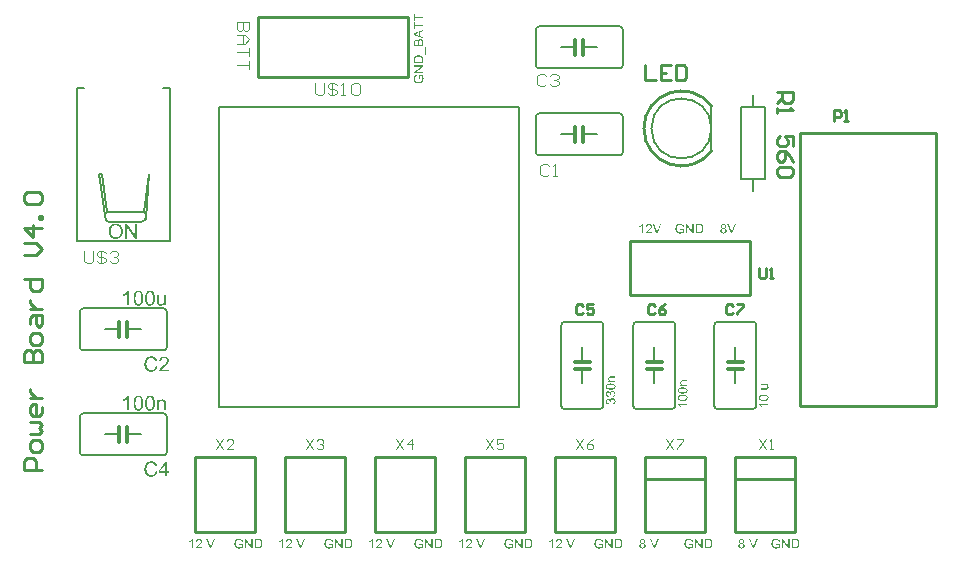
<source format=gto>
G04*
G04 #@! TF.GenerationSoftware,Altium Limited,Altium Designer,18.1.11 (251)*
G04*
G04 Layer_Color=65535*
%FSLAX25Y25*%
%MOIN*%
G70*
G01*
G75*
%ADD10C,0.00600*%
%ADD11C,0.00800*%
%ADD12C,0.01000*%
%ADD13C,0.00787*%
%ADD14C,0.01200*%
%ADD15C,0.00500*%
%ADD16C,0.00339*%
%ADD17C,0.00340*%
%ADD18C,0.00425*%
G36*
X491965Y312000D02*
X491531D01*
X490302Y315171D01*
X490758D01*
X491580Y312866D01*
Y312863D01*
X491586Y312855D01*
X491592Y312839D01*
X491597Y312820D01*
X491605Y312795D01*
X491616Y312765D01*
X491627Y312734D01*
X491641Y312699D01*
X491652Y312657D01*
X491666Y312619D01*
X491693Y312531D01*
X491723Y312437D01*
X491748Y312347D01*
Y312349D01*
X491751Y312357D01*
X491756Y312371D01*
X491762Y312390D01*
X491768Y312415D01*
X491776Y312443D01*
X491787Y312473D01*
X491798Y312509D01*
X491809Y312547D01*
X491822Y312586D01*
X491853Y312674D01*
X491883Y312770D01*
X491919Y312866D01*
X492777Y315171D01*
X493203D01*
X491965Y312000D01*
D02*
G37*
G36*
X489078Y315179D02*
X489106D01*
X489141Y315174D01*
X489183Y315168D01*
X489226Y315162D01*
X489276Y315152D01*
X489328Y315138D01*
X489383Y315124D01*
X489438Y315102D01*
X489493Y315080D01*
X489548Y315053D01*
X489603Y315019D01*
X489655Y314984D01*
X489705Y314940D01*
X489708Y314937D01*
X489716Y314929D01*
X489730Y314915D01*
X489746Y314896D01*
X489766Y314874D01*
X489785Y314846D01*
X489810Y314813D01*
X489834Y314775D01*
X489856Y314736D01*
X489881Y314689D01*
X489900Y314643D01*
X489922Y314591D01*
X489936Y314535D01*
X489950Y314478D01*
X489958Y314417D01*
X489961Y314354D01*
Y314351D01*
Y314343D01*
Y314332D01*
X489958Y314318D01*
Y314299D01*
X489955Y314277D01*
X489947Y314225D01*
X489933Y314164D01*
X489911Y314098D01*
X489881Y314032D01*
X489864Y313999D01*
X489843Y313969D01*
Y313966D01*
X489837Y313961D01*
X489831Y313952D01*
X489820Y313942D01*
X489810Y313928D01*
X489793Y313914D01*
X489777Y313895D01*
X489754Y313878D01*
X489733Y313856D01*
X489705Y313837D01*
X489677Y313815D01*
X489644Y313796D01*
X489611Y313774D01*
X489573Y313755D01*
X489535Y313735D01*
X489491Y313719D01*
X489493D01*
X489504Y313713D01*
X489518Y313708D01*
X489537Y313700D01*
X489562Y313691D01*
X489592Y313678D01*
X489622Y313661D01*
X489655Y313645D01*
X489727Y313600D01*
X489801Y313548D01*
X489873Y313485D01*
X489906Y313449D01*
X489936Y313411D01*
X489939Y313408D01*
X489942Y313403D01*
X489950Y313389D01*
X489961Y313372D01*
X489972Y313353D01*
X489986Y313328D01*
X489999Y313301D01*
X490013Y313268D01*
X490027Y313232D01*
X490040Y313196D01*
X490054Y313152D01*
X490065Y313108D01*
X490085Y313012D01*
X490087Y312963D01*
X490090Y312908D01*
Y312902D01*
Y312888D01*
X490087Y312869D01*
X490085Y312839D01*
X490082Y312806D01*
X490073Y312765D01*
X490065Y312718D01*
X490054Y312668D01*
X490038Y312616D01*
X490019Y312561D01*
X489996Y312506D01*
X489969Y312448D01*
X489936Y312390D01*
X489897Y312333D01*
X489853Y312275D01*
X489801Y312223D01*
X489798Y312220D01*
X489787Y312212D01*
X489771Y312198D01*
X489749Y312179D01*
X489719Y312159D01*
X489686Y312135D01*
X489644Y312110D01*
X489598Y312085D01*
X489545Y312060D01*
X489491Y312036D01*
X489427Y312011D01*
X489361Y311992D01*
X489290Y311972D01*
X489213Y311959D01*
X489130Y311950D01*
X489045Y311948D01*
X489023D01*
X489001Y311950D01*
X488968Y311953D01*
X488927Y311956D01*
X488880Y311962D01*
X488831Y311970D01*
X488773Y311983D01*
X488715Y311997D01*
X488655Y312017D01*
X488591Y312038D01*
X488525Y312066D01*
X488462Y312096D01*
X488402Y312135D01*
X488341Y312176D01*
X488286Y312226D01*
X488283Y312228D01*
X488275Y312239D01*
X488259Y312253D01*
X488242Y312275D01*
X488220Y312302D01*
X488195Y312335D01*
X488170Y312374D01*
X488143Y312415D01*
X488116Y312465D01*
X488091Y312517D01*
X488066Y312572D01*
X488044Y312635D01*
X488027Y312699D01*
X488014Y312767D01*
X488003Y312839D01*
X488000Y312916D01*
Y312918D01*
Y312930D01*
Y312946D01*
X488003Y312968D01*
X488005Y312996D01*
X488008Y313026D01*
X488014Y313059D01*
X488019Y313097D01*
X488038Y313180D01*
X488052Y313224D01*
X488066Y313265D01*
X488085Y313309D01*
X488104Y313353D01*
X488129Y313394D01*
X488157Y313436D01*
X488160Y313438D01*
X488165Y313444D01*
X488173Y313455D01*
X488187Y313469D01*
X488201Y313485D01*
X488223Y313507D01*
X488245Y313526D01*
X488272Y313548D01*
X488303Y313573D01*
X488336Y313598D01*
X488371Y313620D01*
X488413Y313645D01*
X488456Y313664D01*
X488503Y313686D01*
X488553Y313702D01*
X488605Y313719D01*
X488602D01*
X488594Y313724D01*
X488583Y313727D01*
X488564Y313735D01*
X488545Y313743D01*
X488522Y313755D01*
X488468Y313785D01*
X488410Y313821D01*
X488349Y313862D01*
X488292Y313914D01*
X488267Y313942D01*
X488242Y313972D01*
Y313974D01*
X488237Y313980D01*
X488231Y313988D01*
X488223Y314002D01*
X488214Y314016D01*
X488206Y314035D01*
X488195Y314057D01*
X488184Y314082D01*
X488162Y314140D01*
X488146Y314208D01*
X488132Y314282D01*
X488127Y314365D01*
Y314368D01*
Y314382D01*
X488129Y314398D01*
Y314423D01*
X488135Y314453D01*
X488140Y314486D01*
X488148Y314525D01*
X488157Y314566D01*
X488170Y314610D01*
X488187Y314656D01*
X488206Y314706D01*
X488231Y314756D01*
X488259Y314805D01*
X488292Y314852D01*
X488330Y314898D01*
X488374Y314945D01*
X488377Y314948D01*
X488385Y314956D01*
X488399Y314967D01*
X488421Y314981D01*
X488446Y315000D01*
X488476Y315019D01*
X488512Y315041D01*
X488550Y315064D01*
X488597Y315086D01*
X488646Y315107D01*
X488701Y315127D01*
X488759Y315146D01*
X488822Y315160D01*
X488891Y315171D01*
X488963Y315179D01*
X489037Y315182D01*
X489056D01*
X489078Y315179D01*
D02*
G37*
G36*
X474645Y315223D02*
X474675D01*
X474711Y315220D01*
X474749Y315217D01*
X474793Y315212D01*
X474840Y315207D01*
X474889Y315198D01*
X474994Y315179D01*
X475101Y315152D01*
X475208Y315113D01*
X475211D01*
X475219Y315107D01*
X475236Y315102D01*
X475255Y315091D01*
X475277Y315080D01*
X475305Y315066D01*
X475335Y315050D01*
X475368Y315031D01*
X475436Y314986D01*
X475508Y314934D01*
X475580Y314871D01*
X475612Y314835D01*
X475643Y314799D01*
X475645Y314797D01*
X475651Y314791D01*
X475657Y314780D01*
X475667Y314764D01*
X475681Y314744D01*
X475698Y314720D01*
X475714Y314692D01*
X475731Y314662D01*
X475750Y314626D01*
X475769Y314585D01*
X475791Y314544D01*
X475810Y314497D01*
X475830Y314447D01*
X475849Y314395D01*
X475866Y314340D01*
X475882Y314282D01*
X475505Y314178D01*
Y314181D01*
X475502Y314189D01*
X475497Y314200D01*
X475492Y314219D01*
X475486Y314239D01*
X475478Y314263D01*
X475456Y314316D01*
X475431Y314376D01*
X475401Y314439D01*
X475365Y314503D01*
X475326Y314558D01*
Y314560D01*
X475321Y314563D01*
X475307Y314580D01*
X475282Y314607D01*
X475249Y314637D01*
X475206Y314673D01*
X475156Y314711D01*
X475093Y314747D01*
X475024Y314780D01*
X475021D01*
X475016Y314783D01*
X475005Y314789D01*
X474991Y314794D01*
X474972Y314799D01*
X474950Y314808D01*
X474925Y314816D01*
X474897Y314824D01*
X474864Y314830D01*
X474831Y314838D01*
X474757Y314852D01*
X474675Y314863D01*
X474587Y314865D01*
X474540D01*
X474515Y314863D01*
X474485Y314860D01*
X474452Y314857D01*
X474416Y314855D01*
X474339Y314844D01*
X474257Y314830D01*
X474171Y314808D01*
X474089Y314777D01*
X474086D01*
X474081Y314775D01*
X474070Y314769D01*
X474053Y314761D01*
X474037Y314753D01*
X474017Y314742D01*
X473968Y314717D01*
X473916Y314681D01*
X473858Y314643D01*
X473803Y314599D01*
X473751Y314546D01*
Y314544D01*
X473745Y314541D01*
X473740Y314533D01*
X473729Y314522D01*
X473707Y314492D01*
X473679Y314453D01*
X473646Y314406D01*
X473613Y314354D01*
X473583Y314296D01*
X473553Y314233D01*
Y314230D01*
X473547Y314219D01*
X473542Y314203D01*
X473533Y314181D01*
X473525Y314153D01*
X473514Y314123D01*
X473503Y314085D01*
X473492Y314043D01*
X473481Y313997D01*
X473470Y313947D01*
X473459Y313895D01*
X473451Y313840D01*
X473437Y313721D01*
X473434Y313658D01*
X473432Y313595D01*
Y313590D01*
Y313576D01*
Y313554D01*
X473434Y313524D01*
X473437Y313488D01*
X473440Y313446D01*
X473443Y313400D01*
X473451Y313348D01*
X473456Y313293D01*
X473467Y313235D01*
X473492Y313117D01*
X473509Y313056D01*
X473531Y312998D01*
X473553Y312941D01*
X473577Y312885D01*
X473580Y312883D01*
X473586Y312875D01*
X473594Y312858D01*
X473605Y312839D01*
X473619Y312817D01*
X473638Y312789D01*
X473660Y312759D01*
X473685Y312726D01*
X473712Y312693D01*
X473745Y312657D01*
X473781Y312624D01*
X473817Y312589D01*
X473858Y312556D01*
X473902Y312523D01*
X473951Y312492D01*
X474001Y312465D01*
X474004Y312462D01*
X474015Y312459D01*
X474028Y312451D01*
X474051Y312443D01*
X474075Y312432D01*
X474106Y312421D01*
X474141Y312410D01*
X474180Y312396D01*
X474224Y312382D01*
X474270Y312371D01*
X474317Y312360D01*
X474369Y312349D01*
X474479Y312333D01*
X474537Y312330D01*
X474595Y312327D01*
X474622D01*
X474642Y312330D01*
X474667D01*
X474694Y312333D01*
X474727Y312335D01*
X474763Y312341D01*
X474801Y312347D01*
X474845Y312352D01*
X474933Y312371D01*
X475030Y312396D01*
X475126Y312432D01*
X475129D01*
X475137Y312437D01*
X475150Y312443D01*
X475170Y312451D01*
X475192Y312459D01*
X475216Y312470D01*
X475274Y312498D01*
X475338Y312533D01*
X475403Y312569D01*
X475467Y312611D01*
X475494Y312632D01*
X475522Y312654D01*
Y313243D01*
X474589D01*
Y313617D01*
X475932D01*
Y312440D01*
X475929Y312437D01*
X475918Y312429D01*
X475901Y312418D01*
X475879Y312399D01*
X475849Y312380D01*
X475816Y312355D01*
X475777Y312330D01*
X475736Y312302D01*
X475690Y312272D01*
X475637Y312242D01*
X475585Y312212D01*
X475530Y312181D01*
X475412Y312124D01*
X475351Y312096D01*
X475291Y312071D01*
X475288D01*
X475277Y312066D01*
X475258Y312060D01*
X475233Y312052D01*
X475206Y312044D01*
X475170Y312033D01*
X475129Y312022D01*
X475084Y312011D01*
X475035Y311997D01*
X474983Y311986D01*
X474928Y311975D01*
X474867Y311967D01*
X474746Y311953D01*
X474683Y311950D01*
X474617Y311948D01*
X474595D01*
X474573Y311950D01*
X474537D01*
X474499Y311953D01*
X474449Y311959D01*
X474397Y311964D01*
X474336Y311972D01*
X474273Y311983D01*
X474207Y311997D01*
X474136Y312011D01*
X474064Y312030D01*
X473990Y312055D01*
X473916Y312080D01*
X473841Y312110D01*
X473770Y312146D01*
X473765Y312148D01*
X473753Y312154D01*
X473734Y312168D01*
X473707Y312184D01*
X473676Y312204D01*
X473638Y312228D01*
X473599Y312259D01*
X473556Y312294D01*
X473509Y312333D01*
X473462Y312374D01*
X473413Y312423D01*
X473366Y312473D01*
X473319Y312531D01*
X473272Y312591D01*
X473231Y312654D01*
X473193Y312723D01*
X473190Y312729D01*
X473184Y312740D01*
X473176Y312762D01*
X473162Y312789D01*
X473148Y312825D01*
X473132Y312869D01*
X473115Y312916D01*
X473096Y312971D01*
X473080Y313031D01*
X473061Y313097D01*
X473044Y313166D01*
X473030Y313240D01*
X473017Y313317D01*
X473008Y313400D01*
X473003Y313485D01*
X473000Y313570D01*
Y313576D01*
Y313592D01*
Y313614D01*
X473003Y313650D01*
X473005Y313688D01*
X473011Y313738D01*
X473017Y313793D01*
X473025Y313851D01*
X473033Y313917D01*
X473047Y313985D01*
X473063Y314057D01*
X473082Y314128D01*
X473104Y314206D01*
X473129Y314282D01*
X473160Y314357D01*
X473193Y314434D01*
X473195Y314439D01*
X473201Y314450D01*
X473212Y314472D01*
X473228Y314500D01*
X473247Y314533D01*
X473272Y314571D01*
X473303Y314613D01*
X473336Y314659D01*
X473371Y314706D01*
X473413Y314756D01*
X473459Y314805D01*
X473509Y314855D01*
X473561Y314904D01*
X473619Y314948D01*
X473682Y314992D01*
X473748Y315031D01*
X473753Y315033D01*
X473765Y315039D01*
X473784Y315050D01*
X473811Y315061D01*
X473847Y315074D01*
X473888Y315091D01*
X473935Y315110D01*
X473990Y315129D01*
X474048Y315146D01*
X474114Y315165D01*
X474183Y315182D01*
X474254Y315195D01*
X474334Y315207D01*
X474413Y315217D01*
X474499Y315223D01*
X474587Y315226D01*
X474620D01*
X474645Y315223D01*
D02*
G37*
G36*
X479044Y312000D02*
X478613D01*
X476949Y314489D01*
Y312000D01*
X476547D01*
Y315171D01*
X476976D01*
X478643Y312679D01*
Y315171D01*
X479044D01*
Y312000D01*
D02*
G37*
G36*
X480967Y315168D02*
X481005D01*
X481049Y315165D01*
X481140Y315160D01*
X481234Y315152D01*
X481324Y315141D01*
X481365Y315132D01*
X481404Y315124D01*
X481407D01*
X481415Y315121D01*
X481431Y315119D01*
X481451Y315113D01*
X481473Y315105D01*
X481500Y315096D01*
X481531Y315086D01*
X481564Y315072D01*
X481638Y315041D01*
X481715Y315000D01*
X481795Y314953D01*
X481869Y314896D01*
X481872Y314893D01*
X481880Y314885D01*
X481893Y314874D01*
X481910Y314857D01*
X481932Y314838D01*
X481954Y314810D01*
X481982Y314783D01*
X482009Y314750D01*
X482039Y314711D01*
X482069Y314670D01*
X482102Y314626D01*
X482133Y314577D01*
X482163Y314527D01*
X482191Y314472D01*
X482218Y314415D01*
X482243Y314354D01*
X482245Y314351D01*
X482248Y314340D01*
X482254Y314321D01*
X482262Y314296D01*
X482273Y314263D01*
X482284Y314228D01*
X482295Y314183D01*
X482306Y314137D01*
X482317Y314082D01*
X482328Y314024D01*
X482339Y313964D01*
X482350Y313897D01*
X482358Y313829D01*
X482364Y313755D01*
X482369Y313678D01*
Y313600D01*
Y313598D01*
Y313584D01*
Y313565D01*
Y313540D01*
X482367Y313510D01*
X482364Y313471D01*
X482361Y313430D01*
X482358Y313386D01*
X482355Y313336D01*
X482347Y313287D01*
X482334Y313177D01*
X482311Y313067D01*
X482284Y312960D01*
Y312957D01*
X482281Y312949D01*
X482276Y312932D01*
X482268Y312913D01*
X482259Y312891D01*
X482251Y312863D01*
X482237Y312830D01*
X482226Y312797D01*
X482193Y312726D01*
X482158Y312649D01*
X482114Y312569D01*
X482067Y312498D01*
X482064Y312495D01*
X482061Y312490D01*
X482053Y312481D01*
X482045Y312468D01*
X482017Y312435D01*
X481982Y312393D01*
X481938Y312349D01*
X481888Y312300D01*
X481836Y312253D01*
X481778Y312212D01*
X481775D01*
X481770Y312206D01*
X481762Y312201D01*
X481750Y312195D01*
X481734Y312187D01*
X481717Y312176D01*
X481696Y312165D01*
X481671Y312154D01*
X481616Y312126D01*
X481553Y312102D01*
X481478Y312074D01*
X481398Y312052D01*
X481396D01*
X481388Y312050D01*
X481377Y312047D01*
X481360Y312044D01*
X481338Y312041D01*
X481313Y312036D01*
X481286Y312030D01*
X481253Y312028D01*
X481217Y312022D01*
X481179Y312017D01*
X481135Y312011D01*
X481090Y312008D01*
X480994Y312003D01*
X480890Y312000D01*
X479748D01*
Y315171D01*
X480931D01*
X480967Y315168D01*
D02*
G37*
G36*
X467127Y312000D02*
X466692D01*
X465463Y315171D01*
X465920D01*
X466742Y312866D01*
Y312863D01*
X466748Y312855D01*
X466753Y312839D01*
X466758Y312820D01*
X466767Y312795D01*
X466778Y312765D01*
X466789Y312734D01*
X466803Y312699D01*
X466814Y312657D01*
X466827Y312619D01*
X466855Y312531D01*
X466885Y312437D01*
X466910Y312347D01*
Y312349D01*
X466913Y312357D01*
X466918Y312371D01*
X466924Y312390D01*
X466929Y312415D01*
X466937Y312443D01*
X466948Y312473D01*
X466959Y312509D01*
X466970Y312547D01*
X466984Y312586D01*
X467014Y312674D01*
X467044Y312770D01*
X467080Y312866D01*
X467938Y315171D01*
X468364D01*
X467127Y312000D01*
D02*
G37*
G36*
X464261Y315179D02*
X464292D01*
X464330Y315174D01*
X464377Y315168D01*
X464427Y315160D01*
X464479Y315152D01*
X464537Y315138D01*
X464594Y315121D01*
X464655Y315099D01*
X464715Y315074D01*
X464776Y315047D01*
X464833Y315011D01*
X464888Y314973D01*
X464941Y314929D01*
X464944Y314926D01*
X464952Y314918D01*
X464965Y314904D01*
X464982Y314885D01*
X465004Y314860D01*
X465026Y314830D01*
X465048Y314794D01*
X465075Y314756D01*
X465100Y314711D01*
X465122Y314665D01*
X465147Y314613D01*
X465166Y314558D01*
X465183Y314500D01*
X465197Y314437D01*
X465205Y314370D01*
X465207Y314302D01*
Y314299D01*
Y314294D01*
Y314282D01*
Y314269D01*
X465205Y314252D01*
Y314230D01*
X465197Y314183D01*
X465188Y314126D01*
X465174Y314062D01*
X465155Y313994D01*
X465128Y313925D01*
Y313922D01*
X465125Y313917D01*
X465120Y313906D01*
X465114Y313895D01*
X465106Y313876D01*
X465095Y313856D01*
X465081Y313834D01*
X465067Y313809D01*
X465031Y313752D01*
X464988Y313686D01*
X464932Y313614D01*
X464869Y313540D01*
X464866Y313537D01*
X464861Y313532D01*
X464850Y313518D01*
X464836Y313502D01*
X464814Y313482D01*
X464789Y313457D01*
X464762Y313427D01*
X464729Y313394D01*
X464688Y313356D01*
X464644Y313315D01*
X464597Y313268D01*
X464542Y313218D01*
X464484Y313166D01*
X464418Y313108D01*
X464350Y313048D01*
X464272Y312982D01*
X464270Y312979D01*
X464256Y312968D01*
X464240Y312954D01*
X464215Y312935D01*
X464187Y312910D01*
X464157Y312883D01*
X464121Y312853D01*
X464085Y312822D01*
X464009Y312756D01*
X463934Y312690D01*
X463901Y312660D01*
X463868Y312630D01*
X463843Y312605D01*
X463822Y312583D01*
X463816Y312578D01*
X463805Y312566D01*
X463786Y312544D01*
X463764Y312517D01*
X463739Y312487D01*
X463712Y312451D01*
X463684Y312413D01*
X463659Y312374D01*
X465213D01*
Y312000D01*
X463118D01*
Y312003D01*
Y312005D01*
Y312014D01*
Y312025D01*
Y312052D01*
X463120Y312085D01*
X463126Y312126D01*
X463134Y312173D01*
X463145Y312220D01*
X463162Y312269D01*
Y312272D01*
X463164Y312281D01*
X463170Y312292D01*
X463178Y312305D01*
X463186Y312325D01*
X463197Y312349D01*
X463208Y312374D01*
X463225Y312402D01*
X463258Y312468D01*
X463305Y312536D01*
X463357Y312613D01*
X463417Y312690D01*
X463420Y312693D01*
X463425Y312699D01*
X463437Y312712D01*
X463450Y312726D01*
X463470Y312745D01*
X463491Y312770D01*
X463516Y312797D01*
X463547Y312828D01*
X463582Y312861D01*
X463618Y312896D01*
X463662Y312938D01*
X463706Y312979D01*
X463756Y313023D01*
X463808Y313070D01*
X463866Y313119D01*
X463926Y313169D01*
X463929D01*
X463932Y313174D01*
X463948Y313188D01*
X463975Y313210D01*
X464009Y313240D01*
X464052Y313276D01*
X464099Y313317D01*
X464151Y313364D01*
X464207Y313414D01*
X464264Y313466D01*
X464325Y313521D01*
X464383Y313576D01*
X464440Y313633D01*
X464493Y313688D01*
X464542Y313743D01*
X464586Y313793D01*
X464625Y313843D01*
X464627Y313845D01*
X464633Y313854D01*
X464641Y313867D01*
X464652Y313884D01*
X464666Y313906D01*
X464682Y313933D01*
X464699Y313961D01*
X464715Y313994D01*
X464748Y314065D01*
X464779Y314145D01*
X464789Y314186D01*
X464798Y314228D01*
X464803Y314269D01*
X464806Y314310D01*
Y314313D01*
Y314321D01*
Y314332D01*
X464803Y314349D01*
X464801Y314368D01*
X464798Y314392D01*
X464792Y314417D01*
X464787Y314445D01*
X464765Y314508D01*
X464754Y314538D01*
X464737Y314571D01*
X464718Y314604D01*
X464696Y314637D01*
X464671Y314670D01*
X464641Y314701D01*
X464638Y314703D01*
X464633Y314709D01*
X464625Y314714D01*
X464611Y314725D01*
X464594Y314736D01*
X464575Y314750D01*
X464553Y314767D01*
X464526Y314780D01*
X464495Y314794D01*
X464462Y314810D01*
X464427Y314824D01*
X464388Y314835D01*
X464350Y314846D01*
X464305Y314855D01*
X464259Y314857D01*
X464209Y314860D01*
X464182D01*
X464162Y314857D01*
X464141Y314855D01*
X464113Y314852D01*
X464080Y314846D01*
X464047Y314838D01*
X463975Y314819D01*
X463940Y314805D01*
X463901Y314789D01*
X463866Y314769D01*
X463830Y314744D01*
X463794Y314720D01*
X463761Y314689D01*
X463758Y314687D01*
X463753Y314681D01*
X463744Y314673D01*
X463736Y314659D01*
X463723Y314640D01*
X463709Y314621D01*
X463692Y314596D01*
X463679Y314568D01*
X463662Y314535D01*
X463646Y314500D01*
X463632Y314461D01*
X463621Y314420D01*
X463610Y314376D01*
X463601Y314327D01*
X463596Y314277D01*
X463593Y314222D01*
X463192Y314263D01*
Y314269D01*
X463195Y314282D01*
X463197Y314307D01*
X463203Y314337D01*
X463208Y314373D01*
X463219Y314417D01*
X463230Y314464D01*
X463244Y314516D01*
X463263Y314571D01*
X463282Y314626D01*
X463307Y314684D01*
X463338Y314739D01*
X463371Y314797D01*
X463406Y314849D01*
X463450Y314898D01*
X463497Y314945D01*
X463500Y314948D01*
X463511Y314956D01*
X463524Y314967D01*
X463547Y314981D01*
X463574Y315000D01*
X463607Y315019D01*
X463646Y315041D01*
X463690Y315064D01*
X463736Y315086D01*
X463791Y315107D01*
X463852Y315127D01*
X463915Y315146D01*
X463984Y315160D01*
X464058Y315171D01*
X464135Y315179D01*
X464218Y315182D01*
X464237D01*
X464261Y315179D01*
D02*
G37*
G36*
X462169Y312000D02*
X461778D01*
Y314478D01*
X461775Y314475D01*
X461773Y314472D01*
X461764Y314464D01*
X461754Y314456D01*
X461737Y314442D01*
X461721Y314428D01*
X461701Y314412D01*
X461679Y314392D01*
X461624Y314354D01*
X461561Y314307D01*
X461489Y314258D01*
X461407Y314208D01*
X461404Y314206D01*
X461396Y314203D01*
X461385Y314194D01*
X461369Y314186D01*
X461349Y314175D01*
X461327Y314164D01*
X461300Y314148D01*
X461272Y314134D01*
X461209Y314101D01*
X461140Y314068D01*
X461069Y314035D01*
X461000Y314007D01*
Y314384D01*
X461003Y314387D01*
X461014Y314392D01*
X461033Y314401D01*
X461055Y314412D01*
X461083Y314425D01*
X461116Y314445D01*
X461151Y314464D01*
X461193Y314489D01*
X461236Y314513D01*
X461280Y314544D01*
X461377Y314607D01*
X461476Y314679D01*
X461569Y314756D01*
X461572Y314758D01*
X461580Y314767D01*
X461591Y314777D01*
X461611Y314794D01*
X461630Y314813D01*
X461652Y314835D01*
X461677Y314863D01*
X461704Y314890D01*
X461762Y314956D01*
X461820Y315028D01*
X461872Y315105D01*
X461897Y315143D01*
X461916Y315182D01*
X462169D01*
Y312000D01*
D02*
G37*
G36*
X504000Y261474D02*
X503664D01*
X503670Y261472D01*
X503681Y261461D01*
X503700Y261447D01*
X503725Y261425D01*
X503755Y261398D01*
X503788Y261365D01*
X503821Y261326D01*
X503857Y261282D01*
X503896Y261232D01*
X503929Y261177D01*
X503962Y261117D01*
X503992Y261054D01*
X504016Y260985D01*
X504036Y260908D01*
X504047Y260831D01*
X504052Y260746D01*
Y260710D01*
X504049Y260694D01*
X504047Y260671D01*
X504041Y260622D01*
X504033Y260564D01*
X504019Y260501D01*
X504000Y260432D01*
X503975Y260366D01*
Y260364D01*
X503972Y260358D01*
X503967Y260350D01*
X503962Y260339D01*
X503945Y260306D01*
X503923Y260267D01*
X503893Y260226D01*
X503860Y260182D01*
X503821Y260141D01*
X503780Y260105D01*
X503777D01*
X503774Y260102D01*
X503758Y260091D01*
X503733Y260078D01*
X503700Y260058D01*
X503656Y260039D01*
X503610Y260017D01*
X503552Y260000D01*
X503491Y259984D01*
X503488D01*
X503486D01*
X503477Y259981D01*
X503469D01*
X503455Y259979D01*
X503442D01*
X503422Y259976D01*
X503403Y259973D01*
X503378Y259970D01*
X503351D01*
X503321Y259967D01*
X503291Y259965D01*
X503255D01*
X503214Y259962D01*
X503172D01*
X503128D01*
X501701D01*
Y260352D01*
X502977D01*
X502980D01*
X502991D01*
X503005D01*
X503026D01*
X503051D01*
X503079D01*
X503142Y260355D01*
X503211Y260358D01*
X503279Y260361D01*
X503312Y260364D01*
X503340Y260366D01*
X503368Y260372D01*
X503390Y260374D01*
X503392D01*
X503395Y260377D01*
X503403Y260380D01*
X503414Y260383D01*
X503442Y260391D01*
X503477Y260407D01*
X503516Y260427D01*
X503557Y260454D01*
X503596Y260487D01*
X503631Y260528D01*
Y260531D01*
X503634Y260534D01*
X503645Y260550D01*
X503659Y260575D01*
X503673Y260611D01*
X503689Y260652D01*
X503703Y260704D01*
X503714Y260759D01*
X503717Y260823D01*
Y260839D01*
X503714Y260853D01*
Y260870D01*
X503711Y260886D01*
X503706Y260930D01*
X503695Y260980D01*
X503678Y261034D01*
X503659Y261092D01*
X503629Y261150D01*
Y261153D01*
X503623Y261156D01*
X503620Y261164D01*
X503612Y261175D01*
X503593Y261202D01*
X503563Y261235D01*
X503530Y261271D01*
X503486Y261307D01*
X503439Y261340D01*
X503384Y261367D01*
X503381D01*
X503376Y261370D01*
X503368Y261373D01*
X503357Y261378D01*
X503340Y261384D01*
X503321Y261389D01*
X503296Y261395D01*
X503268Y261400D01*
X503241Y261406D01*
X503205Y261411D01*
X503169Y261417D01*
X503128Y261422D01*
X503084Y261428D01*
X503038Y261431D01*
X502988Y261433D01*
X502933D01*
X501701D01*
Y261824D01*
X504000D01*
Y261474D01*
D02*
G37*
G36*
X502531Y258232D02*
X502578D01*
X502633Y258229D01*
X502694Y258227D01*
X502760Y258221D01*
X502831Y258216D01*
X502903Y258208D01*
X503054Y258186D01*
X503128Y258174D01*
X503202Y258158D01*
X503274Y258139D01*
X503340Y258120D01*
X503343D01*
X503354Y258114D01*
X503373Y258108D01*
X503395Y258098D01*
X503425Y258086D01*
X503458Y258070D01*
X503494Y258053D01*
X503533Y258034D01*
X503618Y257985D01*
X503706Y257927D01*
X503791Y257856D01*
X503832Y257817D01*
X503868Y257776D01*
X503871Y257773D01*
X503876Y257765D01*
X503885Y257754D01*
X503896Y257734D01*
X503912Y257713D01*
X503926Y257685D01*
X503942Y257655D01*
X503959Y257619D01*
X503978Y257578D01*
X503995Y257537D01*
X504008Y257487D01*
X504022Y257437D01*
X504036Y257382D01*
X504044Y257325D01*
X504049Y257264D01*
X504052Y257201D01*
Y257182D01*
X504049Y257157D01*
X504047Y257124D01*
X504041Y257085D01*
X504036Y257042D01*
X504025Y256992D01*
X504011Y256940D01*
X503995Y256882D01*
X503972Y256824D01*
X503948Y256764D01*
X503915Y256703D01*
X503879Y256643D01*
X503835Y256588D01*
X503786Y256533D01*
X503728Y256481D01*
X503722Y256478D01*
X503709Y256467D01*
X503684Y256453D01*
X503651Y256431D01*
X503607Y256409D01*
X503554Y256382D01*
X503491Y256354D01*
X503417Y256324D01*
X503332Y256294D01*
X503238Y256266D01*
X503131Y256239D01*
X503016Y256217D01*
X502952Y256206D01*
X502889Y256197D01*
X502820Y256189D01*
X502749Y256181D01*
X502674Y256175D01*
X502600Y256170D01*
X502521Y256167D01*
X502438D01*
X502435D01*
X502432D01*
X502424D01*
X502413D01*
X502383D01*
X502345Y256170D01*
X502298D01*
X502243Y256172D01*
X502182Y256178D01*
X502113Y256181D01*
X502045Y256189D01*
X501970Y256194D01*
X501819Y256217D01*
X501745Y256230D01*
X501671Y256244D01*
X501599Y256263D01*
X501533Y256282D01*
X501531Y256285D01*
X501517Y256288D01*
X501500Y256294D01*
X501475Y256305D01*
X501448Y256315D01*
X501415Y256332D01*
X501379Y256348D01*
X501338Y256368D01*
X501253Y256417D01*
X501165Y256475D01*
X501080Y256546D01*
X501041Y256585D01*
X501005Y256626D01*
X501003Y256629D01*
X500997Y256637D01*
X500989Y256651D01*
X500975Y256667D01*
X500961Y256690D01*
X500945Y256717D01*
X500928Y256747D01*
X500912Y256783D01*
X500895Y256824D01*
X500876Y256868D01*
X500862Y256915D01*
X500848Y256964D01*
X500835Y257019D01*
X500827Y257077D01*
X500821Y257138D01*
X500818Y257201D01*
Y257226D01*
X500821Y257245D01*
Y257267D01*
X500824Y257292D01*
X500827Y257319D01*
X500832Y257352D01*
X500843Y257421D01*
X500862Y257495D01*
X500887Y257572D01*
X500923Y257646D01*
Y257649D01*
X500928Y257655D01*
X500934Y257666D01*
X500942Y257680D01*
X500953Y257696D01*
X500964Y257715D01*
X500997Y257759D01*
X501041Y257811D01*
X501090Y257864D01*
X501151Y257916D01*
X501220Y257965D01*
X501223Y257968D01*
X501228Y257971D01*
X501239Y257977D01*
X501253Y257987D01*
X501272Y257996D01*
X501294Y258010D01*
X501322Y258023D01*
X501352Y258037D01*
X501382Y258053D01*
X501418Y258070D01*
X501459Y258086D01*
X501500Y258103D01*
X501591Y258133D01*
X501690Y258163D01*
X501693D01*
X501704Y258166D01*
X501718Y258169D01*
X501740Y258174D01*
X501770Y258180D01*
X501803Y258186D01*
X501841Y258194D01*
X501888Y258199D01*
X501937Y258205D01*
X501995Y258213D01*
X502056Y258219D01*
X502122Y258224D01*
X502193Y258229D01*
X502270Y258232D01*
X502353Y258235D01*
X502438D01*
X502441D01*
X502444D01*
X502452D01*
X502463D01*
X502493D01*
X502531Y258232D01*
D02*
G37*
G36*
X504000Y254778D02*
X501522D01*
X501525Y254776D01*
X501528Y254773D01*
X501536Y254765D01*
X501544Y254753D01*
X501558Y254737D01*
X501572Y254720D01*
X501588Y254701D01*
X501608Y254679D01*
X501646Y254624D01*
X501693Y254561D01*
X501742Y254489D01*
X501792Y254407D01*
X501794Y254404D01*
X501797Y254396D01*
X501805Y254385D01*
X501814Y254368D01*
X501825Y254349D01*
X501836Y254327D01*
X501852Y254300D01*
X501866Y254272D01*
X501899Y254209D01*
X501932Y254140D01*
X501965Y254069D01*
X501993Y254000D01*
X501616D01*
X501613Y254003D01*
X501608Y254014D01*
X501599Y254033D01*
X501588Y254055D01*
X501575Y254082D01*
X501555Y254116D01*
X501536Y254151D01*
X501511Y254192D01*
X501486Y254237D01*
X501456Y254280D01*
X501393Y254377D01*
X501322Y254476D01*
X501244Y254569D01*
X501242Y254572D01*
X501233Y254580D01*
X501223Y254591D01*
X501206Y254610D01*
X501187Y254630D01*
X501165Y254652D01*
X501137Y254677D01*
X501110Y254704D01*
X501044Y254762D01*
X500972Y254819D01*
X500895Y254872D01*
X500857Y254896D01*
X500818Y254916D01*
Y255169D01*
X504000D01*
Y254778D01*
D02*
G37*
G36*
X477000Y262679D02*
X475603D01*
X475600D01*
X475592D01*
X475581D01*
X475564D01*
X475545D01*
X475521Y262676D01*
X475468Y262673D01*
X475411Y262668D01*
X475353Y262660D01*
X475298Y262649D01*
X475270Y262641D01*
X475248Y262632D01*
X475246D01*
X475243Y262630D01*
X475229Y262624D01*
X475207Y262613D01*
X475179Y262597D01*
X475149Y262575D01*
X475119Y262544D01*
X475086Y262511D01*
X475059Y262470D01*
X475056Y262464D01*
X475047Y262451D01*
X475036Y262426D01*
X475023Y262393D01*
X475009Y262354D01*
X474998Y262308D01*
X474990Y262256D01*
X474987Y262200D01*
Y262176D01*
X474990Y262159D01*
X474993Y262137D01*
X474995Y262112D01*
X475001Y262085D01*
X475006Y262055D01*
X475026Y261986D01*
X475039Y261950D01*
X475053Y261914D01*
X475072Y261879D01*
X475094Y261843D01*
X475119Y261807D01*
X475146Y261771D01*
X475149Y261769D01*
X475155Y261763D01*
X475163Y261755D01*
X475177Y261744D01*
X475196Y261730D01*
X475218Y261714D01*
X475248Y261700D01*
X475281Y261684D01*
X475317Y261664D01*
X475361Y261650D01*
X475411Y261634D01*
X475465Y261620D01*
X475526Y261609D01*
X475592Y261601D01*
X475666Y261596D01*
X475746Y261593D01*
X477000D01*
Y261202D01*
X474701D01*
Y261554D01*
X475028D01*
X475023Y261557D01*
X475012Y261565D01*
X474993Y261582D01*
X474968Y261601D01*
X474940Y261626D01*
X474907Y261659D01*
X474874Y261697D01*
X474838Y261738D01*
X474803Y261788D01*
X474770Y261843D01*
X474737Y261901D01*
X474709Y261967D01*
X474684Y262038D01*
X474665Y262115D01*
X474654Y262195D01*
X474649Y262283D01*
Y262319D01*
X474651Y262338D01*
Y262357D01*
X474657Y262409D01*
X474668Y262467D01*
X474682Y262533D01*
X474701Y262599D01*
X474726Y262665D01*
Y262668D01*
X474728Y262673D01*
X474734Y262682D01*
X474740Y262693D01*
X474756Y262726D01*
X474778Y262761D01*
X474805Y262806D01*
X474838Y262847D01*
X474877Y262888D01*
X474921Y262924D01*
X474927Y262927D01*
X474943Y262937D01*
X474968Y262954D01*
X475003Y262973D01*
X475045Y262993D01*
X475094Y263015D01*
X475149Y263031D01*
X475210Y263048D01*
X475215D01*
X475221Y263050D01*
X475232D01*
X475243Y263053D01*
X475256Y263056D01*
X475276D01*
X475298Y263058D01*
X475322Y263061D01*
X475350Y263064D01*
X475380D01*
X475413Y263067D01*
X475452D01*
X475493Y263070D01*
X475537D01*
X475587D01*
X477000D01*
Y262679D01*
D02*
G37*
G36*
X475531Y260696D02*
X475578D01*
X475633Y260694D01*
X475694Y260691D01*
X475760Y260685D01*
X475831Y260680D01*
X475903Y260671D01*
X476054Y260649D01*
X476128Y260638D01*
X476202Y260622D01*
X476274Y260603D01*
X476340Y260583D01*
X476343D01*
X476354Y260578D01*
X476373Y260573D01*
X476395Y260561D01*
X476425Y260550D01*
X476458Y260534D01*
X476494Y260518D01*
X476533Y260498D01*
X476618Y260449D01*
X476706Y260391D01*
X476791Y260319D01*
X476832Y260281D01*
X476868Y260240D01*
X476871Y260237D01*
X476876Y260229D01*
X476885Y260218D01*
X476896Y260198D01*
X476912Y260176D01*
X476926Y260149D01*
X476942Y260119D01*
X476959Y260083D01*
X476978Y260042D01*
X476995Y260000D01*
X477008Y259951D01*
X477022Y259901D01*
X477036Y259846D01*
X477044Y259789D01*
X477049Y259728D01*
X477052Y259665D01*
Y259646D01*
X477049Y259621D01*
X477047Y259588D01*
X477041Y259549D01*
X477036Y259506D01*
X477025Y259456D01*
X477011Y259404D01*
X476995Y259346D01*
X476972Y259288D01*
X476948Y259228D01*
X476915Y259167D01*
X476879Y259107D01*
X476835Y259052D01*
X476786Y258997D01*
X476728Y258945D01*
X476722Y258942D01*
X476709Y258931D01*
X476684Y258917D01*
X476651Y258895D01*
X476607Y258873D01*
X476554Y258845D01*
X476491Y258818D01*
X476417Y258788D01*
X476332Y258757D01*
X476238Y258730D01*
X476131Y258702D01*
X476016Y258681D01*
X475952Y258669D01*
X475889Y258661D01*
X475820Y258653D01*
X475749Y258645D01*
X475674Y258639D01*
X475600Y258634D01*
X475521Y258631D01*
X475438D01*
X475435D01*
X475432D01*
X475424D01*
X475413D01*
X475383D01*
X475345Y258634D01*
X475298D01*
X475243Y258636D01*
X475182Y258642D01*
X475113Y258645D01*
X475045Y258653D01*
X474970Y258659D01*
X474819Y258681D01*
X474745Y258694D01*
X474671Y258708D01*
X474599Y258727D01*
X474533Y258747D01*
X474531Y258749D01*
X474517Y258752D01*
X474500Y258757D01*
X474475Y258769D01*
X474448Y258780D01*
X474415Y258796D01*
X474379Y258812D01*
X474338Y258832D01*
X474253Y258881D01*
X474165Y258939D01*
X474080Y259011D01*
X474041Y259049D01*
X474005Y259090D01*
X474003Y259093D01*
X473997Y259101D01*
X473989Y259115D01*
X473975Y259132D01*
X473961Y259154D01*
X473945Y259181D01*
X473928Y259211D01*
X473912Y259247D01*
X473895Y259288D01*
X473876Y259332D01*
X473862Y259379D01*
X473848Y259429D01*
X473835Y259484D01*
X473827Y259541D01*
X473821Y259602D01*
X473818Y259665D01*
Y259690D01*
X473821Y259709D01*
Y259731D01*
X473824Y259756D01*
X473827Y259783D01*
X473832Y259816D01*
X473843Y259885D01*
X473862Y259959D01*
X473887Y260036D01*
X473923Y260110D01*
Y260113D01*
X473928Y260119D01*
X473934Y260130D01*
X473942Y260143D01*
X473953Y260160D01*
X473964Y260179D01*
X473997Y260223D01*
X474041Y260276D01*
X474090Y260328D01*
X474151Y260380D01*
X474220Y260430D01*
X474223Y260432D01*
X474228Y260435D01*
X474239Y260440D01*
X474253Y260452D01*
X474272Y260460D01*
X474294Y260473D01*
X474322Y260487D01*
X474352Y260501D01*
X474382Y260518D01*
X474418Y260534D01*
X474459Y260550D01*
X474500Y260567D01*
X474591Y260597D01*
X474690Y260628D01*
X474693D01*
X474704Y260630D01*
X474718Y260633D01*
X474740Y260638D01*
X474770Y260644D01*
X474803Y260649D01*
X474841Y260658D01*
X474888Y260663D01*
X474937Y260669D01*
X474995Y260677D01*
X475056Y260683D01*
X475122Y260688D01*
X475193Y260694D01*
X475270Y260696D01*
X475353Y260699D01*
X475438D01*
X475441D01*
X475444D01*
X475452D01*
X475463D01*
X475493D01*
X475531Y260696D01*
D02*
G37*
G36*
Y258232D02*
X475578D01*
X475633Y258229D01*
X475694Y258227D01*
X475760Y258221D01*
X475831Y258216D01*
X475903Y258208D01*
X476054Y258186D01*
X476128Y258174D01*
X476202Y258158D01*
X476274Y258139D01*
X476340Y258120D01*
X476343D01*
X476354Y258114D01*
X476373Y258108D01*
X476395Y258098D01*
X476425Y258086D01*
X476458Y258070D01*
X476494Y258053D01*
X476533Y258034D01*
X476618Y257985D01*
X476706Y257927D01*
X476791Y257856D01*
X476832Y257817D01*
X476868Y257776D01*
X476871Y257773D01*
X476876Y257765D01*
X476885Y257754D01*
X476896Y257734D01*
X476912Y257713D01*
X476926Y257685D01*
X476942Y257655D01*
X476959Y257619D01*
X476978Y257578D01*
X476995Y257537D01*
X477008Y257487D01*
X477022Y257437D01*
X477036Y257382D01*
X477044Y257325D01*
X477049Y257264D01*
X477052Y257201D01*
Y257182D01*
X477049Y257157D01*
X477047Y257124D01*
X477041Y257085D01*
X477036Y257042D01*
X477025Y256992D01*
X477011Y256940D01*
X476995Y256882D01*
X476972Y256824D01*
X476948Y256764D01*
X476915Y256703D01*
X476879Y256643D01*
X476835Y256588D01*
X476786Y256533D01*
X476728Y256481D01*
X476722Y256478D01*
X476709Y256467D01*
X476684Y256453D01*
X476651Y256431D01*
X476607Y256409D01*
X476554Y256382D01*
X476491Y256354D01*
X476417Y256324D01*
X476332Y256294D01*
X476238Y256266D01*
X476131Y256239D01*
X476016Y256217D01*
X475952Y256206D01*
X475889Y256197D01*
X475820Y256189D01*
X475749Y256181D01*
X475674Y256175D01*
X475600Y256170D01*
X475521Y256167D01*
X475438D01*
X475435D01*
X475432D01*
X475424D01*
X475413D01*
X475383D01*
X475345Y256170D01*
X475298D01*
X475243Y256172D01*
X475182Y256178D01*
X475113Y256181D01*
X475045Y256189D01*
X474970Y256194D01*
X474819Y256217D01*
X474745Y256230D01*
X474671Y256244D01*
X474599Y256263D01*
X474533Y256282D01*
X474531Y256285D01*
X474517Y256288D01*
X474500Y256294D01*
X474475Y256305D01*
X474448Y256315D01*
X474415Y256332D01*
X474379Y256348D01*
X474338Y256368D01*
X474253Y256417D01*
X474165Y256475D01*
X474080Y256546D01*
X474041Y256585D01*
X474005Y256626D01*
X474003Y256629D01*
X473997Y256637D01*
X473989Y256651D01*
X473975Y256667D01*
X473961Y256690D01*
X473945Y256717D01*
X473928Y256747D01*
X473912Y256783D01*
X473895Y256824D01*
X473876Y256868D01*
X473862Y256915D01*
X473848Y256964D01*
X473835Y257019D01*
X473827Y257077D01*
X473821Y257138D01*
X473818Y257201D01*
Y257226D01*
X473821Y257245D01*
Y257267D01*
X473824Y257292D01*
X473827Y257319D01*
X473832Y257352D01*
X473843Y257421D01*
X473862Y257495D01*
X473887Y257572D01*
X473923Y257646D01*
Y257649D01*
X473928Y257655D01*
X473934Y257666D01*
X473942Y257680D01*
X473953Y257696D01*
X473964Y257715D01*
X473997Y257759D01*
X474041Y257811D01*
X474090Y257864D01*
X474151Y257916D01*
X474220Y257965D01*
X474223Y257968D01*
X474228Y257971D01*
X474239Y257977D01*
X474253Y257987D01*
X474272Y257996D01*
X474294Y258010D01*
X474322Y258023D01*
X474352Y258037D01*
X474382Y258053D01*
X474418Y258070D01*
X474459Y258086D01*
X474500Y258103D01*
X474591Y258133D01*
X474690Y258163D01*
X474693D01*
X474704Y258166D01*
X474718Y258169D01*
X474740Y258174D01*
X474770Y258180D01*
X474803Y258186D01*
X474841Y258194D01*
X474888Y258199D01*
X474937Y258205D01*
X474995Y258213D01*
X475056Y258219D01*
X475122Y258224D01*
X475193Y258229D01*
X475270Y258232D01*
X475353Y258235D01*
X475438D01*
X475441D01*
X475444D01*
X475452D01*
X475463D01*
X475493D01*
X475531Y258232D01*
D02*
G37*
G36*
X477000Y254778D02*
X474522D01*
X474525Y254776D01*
X474528Y254773D01*
X474536Y254765D01*
X474544Y254753D01*
X474558Y254737D01*
X474572Y254720D01*
X474588Y254701D01*
X474608Y254679D01*
X474646Y254624D01*
X474693Y254561D01*
X474742Y254489D01*
X474792Y254407D01*
X474794Y254404D01*
X474797Y254396D01*
X474805Y254385D01*
X474814Y254368D01*
X474825Y254349D01*
X474836Y254327D01*
X474852Y254300D01*
X474866Y254272D01*
X474899Y254209D01*
X474932Y254140D01*
X474965Y254069D01*
X474993Y254000D01*
X474616D01*
X474613Y254003D01*
X474608Y254014D01*
X474599Y254033D01*
X474588Y254055D01*
X474575Y254082D01*
X474555Y254116D01*
X474536Y254151D01*
X474511Y254192D01*
X474486Y254237D01*
X474456Y254280D01*
X474393Y254377D01*
X474322Y254476D01*
X474244Y254569D01*
X474242Y254572D01*
X474233Y254580D01*
X474223Y254591D01*
X474206Y254610D01*
X474187Y254630D01*
X474165Y254652D01*
X474137Y254677D01*
X474110Y254704D01*
X474044Y254762D01*
X473972Y254819D01*
X473895Y254872D01*
X473857Y254896D01*
X473818Y254916D01*
Y255169D01*
X477000D01*
Y254778D01*
D02*
G37*
G36*
X453000Y263973D02*
X451603D01*
X451600D01*
X451592D01*
X451581D01*
X451565D01*
X451545D01*
X451520Y263970D01*
X451468Y263968D01*
X451410Y263962D01*
X451353Y263954D01*
X451298Y263943D01*
X451270Y263935D01*
X451248Y263927D01*
X451245D01*
X451243Y263924D01*
X451229Y263918D01*
X451207Y263907D01*
X451180Y263891D01*
X451149Y263869D01*
X451119Y263839D01*
X451086Y263806D01*
X451058Y263764D01*
X451056Y263759D01*
X451048Y263745D01*
X451037Y263720D01*
X451023Y263687D01*
X451009Y263649D01*
X450998Y263602D01*
X450990Y263550D01*
X450987Y263495D01*
Y263470D01*
X450990Y263454D01*
X450992Y263432D01*
X450995Y263407D01*
X451001Y263379D01*
X451006Y263349D01*
X451025Y263280D01*
X451039Y263245D01*
X451053Y263209D01*
X451072Y263173D01*
X451094Y263137D01*
X451119Y263102D01*
X451147Y263066D01*
X451149Y263063D01*
X451155Y263057D01*
X451163Y263049D01*
X451177Y263038D01*
X451196Y263024D01*
X451218Y263008D01*
X451248Y262994D01*
X451281Y262978D01*
X451317Y262959D01*
X451361Y262945D01*
X451410Y262928D01*
X451466Y262914D01*
X451526Y262903D01*
X451592Y262895D01*
X451666Y262890D01*
X451746Y262887D01*
X453000D01*
Y262496D01*
X450701D01*
Y262848D01*
X451028D01*
X451023Y262851D01*
X451012Y262860D01*
X450992Y262876D01*
X450968Y262895D01*
X450940Y262920D01*
X450907Y262953D01*
X450874Y262991D01*
X450839Y263033D01*
X450803Y263082D01*
X450770Y263137D01*
X450737Y263195D01*
X450709Y263261D01*
X450684Y263333D01*
X450665Y263409D01*
X450654Y263489D01*
X450649Y263577D01*
Y263613D01*
X450652Y263632D01*
Y263651D01*
X450657Y263704D01*
X450668Y263761D01*
X450682Y263827D01*
X450701Y263894D01*
X450726Y263960D01*
Y263962D01*
X450729Y263968D01*
X450734Y263976D01*
X450739Y263987D01*
X450756Y264020D01*
X450778Y264056D01*
X450806Y264100D01*
X450839Y264141D01*
X450877Y264182D01*
X450921Y264218D01*
X450926Y264221D01*
X450943Y264232D01*
X450968Y264248D01*
X451004Y264267D01*
X451045Y264287D01*
X451094Y264309D01*
X451149Y264325D01*
X451210Y264342D01*
X451215D01*
X451221Y264345D01*
X451232D01*
X451243Y264347D01*
X451257Y264350D01*
X451276D01*
X451298Y264353D01*
X451323Y264355D01*
X451350Y264358D01*
X451380D01*
X451413Y264361D01*
X451452D01*
X451493Y264364D01*
X451537D01*
X451586D01*
X453000D01*
Y263973D01*
D02*
G37*
G36*
X451532Y261990D02*
X451578D01*
X451633Y261988D01*
X451694Y261985D01*
X451760Y261980D01*
X451831Y261974D01*
X451903Y261966D01*
X452054Y261944D01*
X452128Y261933D01*
X452203Y261916D01*
X452274Y261897D01*
X452340Y261878D01*
X452343D01*
X452354Y261872D01*
X452373Y261867D01*
X452395Y261856D01*
X452425Y261845D01*
X452458Y261828D01*
X452494Y261812D01*
X452532Y261792D01*
X452618Y261743D01*
X452706Y261685D01*
X452791Y261614D01*
X452832Y261575D01*
X452868Y261534D01*
X452871Y261531D01*
X452876Y261523D01*
X452884Y261512D01*
X452895Y261493D01*
X452912Y261471D01*
X452926Y261443D01*
X452942Y261413D01*
X452959Y261377D01*
X452978Y261336D01*
X452994Y261295D01*
X453008Y261245D01*
X453022Y261196D01*
X453036Y261141D01*
X453044Y261083D01*
X453050Y261022D01*
X453052Y260959D01*
Y260940D01*
X453050Y260915D01*
X453047Y260882D01*
X453041Y260844D01*
X453036Y260800D01*
X453025Y260750D01*
X453011Y260698D01*
X452994Y260640D01*
X452973Y260582D01*
X452948Y260522D01*
X452915Y260461D01*
X452879Y260401D01*
X452835Y260346D01*
X452785Y260291D01*
X452728Y260239D01*
X452722Y260236D01*
X452708Y260225D01*
X452684Y260211D01*
X452651Y260189D01*
X452607Y260167D01*
X452555Y260140D01*
X452491Y260112D01*
X452417Y260082D01*
X452332Y260052D01*
X452238Y260024D01*
X452131Y259997D01*
X452015Y259975D01*
X451952Y259964D01*
X451889Y259956D01*
X451820Y259947D01*
X451749Y259939D01*
X451675Y259933D01*
X451600Y259928D01*
X451520Y259925D01*
X451438D01*
X451435D01*
X451433D01*
X451424D01*
X451413D01*
X451383D01*
X451344Y259928D01*
X451298D01*
X451243Y259931D01*
X451182Y259936D01*
X451114Y259939D01*
X451045Y259947D01*
X450971Y259953D01*
X450819Y259975D01*
X450745Y259988D01*
X450671Y260002D01*
X450599Y260021D01*
X450533Y260041D01*
X450530Y260044D01*
X450517Y260046D01*
X450500Y260052D01*
X450476Y260063D01*
X450448Y260074D01*
X450415Y260090D01*
X450379Y260107D01*
X450338Y260126D01*
X450253Y260175D01*
X450165Y260233D01*
X450079Y260305D01*
X450041Y260343D01*
X450005Y260384D01*
X450002Y260387D01*
X449997Y260396D01*
X449989Y260409D01*
X449975Y260426D01*
X449961Y260448D01*
X449945Y260475D01*
X449928Y260506D01*
X449912Y260541D01*
X449895Y260582D01*
X449876Y260627D01*
X449862Y260673D01*
X449849Y260723D01*
X449835Y260778D01*
X449826Y260836D01*
X449821Y260896D01*
X449818Y260959D01*
Y260984D01*
X449821Y261003D01*
Y261025D01*
X449824Y261050D01*
X449826Y261077D01*
X449832Y261110D01*
X449843Y261179D01*
X449862Y261253D01*
X449887Y261331D01*
X449923Y261405D01*
Y261407D01*
X449928Y261413D01*
X449934Y261424D01*
X449942Y261438D01*
X449953Y261454D01*
X449964Y261473D01*
X449997Y261518D01*
X450041Y261570D01*
X450091Y261622D01*
X450151Y261674D01*
X450220Y261724D01*
X450222Y261726D01*
X450228Y261729D01*
X450239Y261735D01*
X450253Y261746D01*
X450272Y261754D01*
X450294Y261768D01*
X450321Y261782D01*
X450352Y261795D01*
X450382Y261812D01*
X450418Y261828D01*
X450459Y261845D01*
X450500Y261861D01*
X450591Y261892D01*
X450690Y261922D01*
X450693D01*
X450704Y261925D01*
X450717Y261927D01*
X450739Y261933D01*
X450770Y261938D01*
X450803Y261944D01*
X450841Y261952D01*
X450888Y261958D01*
X450938Y261963D01*
X450995Y261971D01*
X451056Y261977D01*
X451122Y261982D01*
X451193Y261988D01*
X451270Y261990D01*
X451353Y261993D01*
X451438D01*
X451441D01*
X451443D01*
X451452D01*
X451463D01*
X451493D01*
X451532Y261990D01*
D02*
G37*
G36*
X452106Y259538D02*
X452134Y259535D01*
X452170Y259532D01*
X452211Y259524D01*
X452257Y259516D01*
X452310Y259502D01*
X452362Y259485D01*
X452420Y259466D01*
X452478Y259441D01*
X452538Y259411D01*
X452596Y259375D01*
X452656Y259337D01*
X452714Y259290D01*
X452769Y259235D01*
X452772Y259232D01*
X452780Y259221D01*
X452797Y259205D01*
X452813Y259180D01*
X452835Y259150D01*
X452860Y259114D01*
X452884Y259073D01*
X452912Y259026D01*
X452940Y258974D01*
X452964Y258916D01*
X452989Y258853D01*
X453011Y258784D01*
X453027Y258713D01*
X453041Y258635D01*
X453052Y258556D01*
X453055Y258471D01*
Y258451D01*
X453052Y258429D01*
Y258402D01*
X453047Y258366D01*
X453041Y258325D01*
X453033Y258278D01*
X453025Y258228D01*
X453011Y258173D01*
X452994Y258119D01*
X452975Y258061D01*
X452950Y258003D01*
X452923Y257943D01*
X452890Y257888D01*
X452851Y257830D01*
X452808Y257778D01*
X452805Y257775D01*
X452797Y257767D01*
X452783Y257753D01*
X452761Y257733D01*
X452736Y257712D01*
X452708Y257689D01*
X452673Y257662D01*
X452632Y257634D01*
X452588Y257607D01*
X452541Y257579D01*
X452486Y257555D01*
X452428Y257530D01*
X452367Y257508D01*
X452302Y257489D01*
X452233Y257475D01*
X452161Y257464D01*
X452109Y257855D01*
X452112D01*
X452123Y257857D01*
X452139Y257863D01*
X452164Y257868D01*
X452191Y257874D01*
X452222Y257885D01*
X452257Y257896D01*
X452293Y257907D01*
X452373Y257940D01*
X452450Y257978D01*
X452489Y258000D01*
X452524Y258025D01*
X452557Y258052D01*
X452588Y258080D01*
X452590Y258083D01*
X452593Y258088D01*
X452601Y258097D01*
X452609Y258110D01*
X452621Y258124D01*
X452634Y258143D01*
X452648Y258165D01*
X452659Y258190D01*
X452687Y258248D01*
X452711Y258314D01*
X452728Y258391D01*
X452731Y258432D01*
X452733Y258473D01*
Y258501D01*
X452731Y258520D01*
X452728Y258542D01*
X452722Y258570D01*
X452717Y258600D01*
X452708Y258635D01*
X452700Y258671D01*
X452687Y258707D01*
X452673Y258746D01*
X452654Y258787D01*
X452632Y258825D01*
X452607Y258864D01*
X452576Y258902D01*
X452543Y258938D01*
X452541Y258941D01*
X452535Y258946D01*
X452524Y258955D01*
X452510Y258968D01*
X452491Y258982D01*
X452469Y258998D01*
X452442Y259015D01*
X452414Y259034D01*
X452381Y259051D01*
X452346Y259067D01*
X452307Y259084D01*
X452266Y259098D01*
X452222Y259111D01*
X452175Y259120D01*
X452126Y259125D01*
X452073Y259128D01*
X452071D01*
X452062D01*
X452048D01*
X452029Y259125D01*
X452004Y259122D01*
X451980Y259120D01*
X451950Y259114D01*
X451917Y259106D01*
X451848Y259084D01*
X451809Y259070D01*
X451774Y259053D01*
X451735Y259034D01*
X451699Y259010D01*
X451663Y258982D01*
X451630Y258952D01*
X451628Y258949D01*
X451622Y258944D01*
X451614Y258932D01*
X451603Y258922D01*
X451589Y258902D01*
X451576Y258883D01*
X451559Y258858D01*
X451543Y258831D01*
X451529Y258801D01*
X451512Y258765D01*
X451499Y258729D01*
X451485Y258691D01*
X451474Y258646D01*
X451466Y258602D01*
X451460Y258556D01*
X451457Y258506D01*
Y258487D01*
X451460Y258462D01*
X451463Y258432D01*
X451468Y258391D01*
X451474Y258344D01*
X451485Y258292D01*
X451499Y258231D01*
X451158Y258275D01*
Y258281D01*
X451160Y258297D01*
X451163Y258319D01*
Y258363D01*
X451160Y258380D01*
Y258402D01*
X451155Y258426D01*
X451152Y258457D01*
X451147Y258487D01*
X451130Y258556D01*
X451108Y258630D01*
X451075Y258707D01*
X451056Y258746D01*
X451034Y258784D01*
X451031Y258787D01*
X451028Y258792D01*
X451020Y258803D01*
X451009Y258814D01*
X450995Y258831D01*
X450979Y258847D01*
X450959Y258864D01*
X450935Y258883D01*
X450907Y258902D01*
X450880Y258919D01*
X450847Y258935D01*
X450811Y258952D01*
X450770Y258963D01*
X450729Y258974D01*
X450682Y258979D01*
X450632Y258982D01*
X450630D01*
X450624D01*
X450613D01*
X450597Y258979D01*
X450580Y258977D01*
X450558Y258974D01*
X450508Y258963D01*
X450454Y258946D01*
X450393Y258922D01*
X450365Y258905D01*
X450335Y258886D01*
X450308Y258861D01*
X450280Y258836D01*
X450278Y258834D01*
X450275Y258831D01*
X450267Y258822D01*
X450258Y258809D01*
X450247Y258795D01*
X450236Y258779D01*
X450222Y258759D01*
X450209Y258734D01*
X450181Y258682D01*
X450159Y258616D01*
X450143Y258545D01*
X450140Y258504D01*
X450137Y258462D01*
Y258440D01*
X450140Y258424D01*
X450143Y258404D01*
X450145Y258383D01*
X450154Y258330D01*
X450173Y258273D01*
X450198Y258209D01*
X450214Y258176D01*
X450234Y258146D01*
X450255Y258116D01*
X450280Y258085D01*
X450283Y258083D01*
X450286Y258080D01*
X450294Y258072D01*
X450308Y258061D01*
X450321Y258050D01*
X450341Y258036D01*
X450363Y258019D01*
X450387Y258006D01*
X450415Y257989D01*
X450448Y257973D01*
X450484Y257956D01*
X450522Y257940D01*
X450563Y257926D01*
X450607Y257912D01*
X450657Y257901D01*
X450709Y257893D01*
X450640Y257503D01*
X450635D01*
X450624Y257505D01*
X450602Y257511D01*
X450577Y257516D01*
X450544Y257527D01*
X450506Y257538D01*
X450464Y257552D01*
X450418Y257569D01*
X450371Y257588D01*
X450321Y257612D01*
X450272Y257637D01*
X450220Y257667D01*
X450170Y257700D01*
X450124Y257739D01*
X450077Y257780D01*
X450035Y257824D01*
X450033Y257827D01*
X450027Y257835D01*
X450016Y257849D01*
X450002Y257871D01*
X449986Y257896D01*
X449967Y257923D01*
X449948Y257959D01*
X449926Y257997D01*
X449906Y258042D01*
X449887Y258088D01*
X449868Y258140D01*
X449851Y258195D01*
X449837Y258256D01*
X449826Y258319D01*
X449821Y258385D01*
X449818Y258454D01*
Y258479D01*
X449821Y258498D01*
Y258520D01*
X449824Y258547D01*
X449826Y258578D01*
X449832Y258611D01*
X449846Y258685D01*
X449865Y258768D01*
X449893Y258850D01*
X449931Y258932D01*
Y258935D01*
X449936Y258944D01*
X449942Y258955D01*
X449950Y258968D01*
X449961Y258987D01*
X449975Y259007D01*
X450011Y259056D01*
X450052Y259108D01*
X450104Y259163D01*
X450165Y259219D01*
X450234Y259265D01*
X450236Y259268D01*
X450242Y259271D01*
X450253Y259276D01*
X450267Y259284D01*
X450286Y259293D01*
X450305Y259304D01*
X450330Y259315D01*
X450357Y259326D01*
X450418Y259345D01*
X450487Y259364D01*
X450563Y259378D01*
X450602Y259384D01*
X450643D01*
X450646D01*
X450652D01*
X450663D01*
X450676Y259381D01*
X450696D01*
X450717Y259378D01*
X450767Y259370D01*
X450825Y259356D01*
X450888Y259337D01*
X450951Y259309D01*
X451017Y259271D01*
X451020D01*
X451025Y259265D01*
X451034Y259260D01*
X451045Y259251D01*
X451075Y259224D01*
X451114Y259188D01*
X451155Y259144D01*
X451201Y259086D01*
X451243Y259020D01*
X451284Y258946D01*
Y258949D01*
X451287Y258960D01*
X451292Y258974D01*
X451298Y258993D01*
X451306Y259015D01*
X451314Y259043D01*
X451328Y259073D01*
X451342Y259106D01*
X451377Y259177D01*
X451400Y259213D01*
X451424Y259249D01*
X451452Y259284D01*
X451485Y259320D01*
X451518Y259353D01*
X451553Y259384D01*
X451556Y259386D01*
X451562Y259389D01*
X451576Y259397D01*
X451589Y259408D01*
X451611Y259419D01*
X451633Y259433D01*
X451661Y259447D01*
X451694Y259463D01*
X451729Y259477D01*
X451768Y259491D01*
X451809Y259505D01*
X451856Y259516D01*
X451903Y259526D01*
X451955Y259535D01*
X452007Y259538D01*
X452065Y259540D01*
X452071D01*
X452084D01*
X452106Y259538D01*
D02*
G37*
G36*
Y257073D02*
X452134Y257071D01*
X452170Y257068D01*
X452211Y257060D01*
X452257Y257051D01*
X452310Y257038D01*
X452362Y257021D01*
X452420Y257002D01*
X452478Y256977D01*
X452538Y256947D01*
X452596Y256911D01*
X452656Y256873D01*
X452714Y256826D01*
X452769Y256771D01*
X452772Y256768D01*
X452780Y256757D01*
X452797Y256741D01*
X452813Y256716D01*
X452835Y256686D01*
X452860Y256650D01*
X452884Y256609D01*
X452912Y256562D01*
X452940Y256510D01*
X452964Y256452D01*
X452989Y256389D01*
X453011Y256320D01*
X453027Y256248D01*
X453041Y256171D01*
X453052Y256092D01*
X453055Y256007D01*
Y255987D01*
X453052Y255965D01*
Y255938D01*
X453047Y255902D01*
X453041Y255861D01*
X453033Y255814D01*
X453025Y255765D01*
X453011Y255710D01*
X452994Y255655D01*
X452975Y255597D01*
X452950Y255539D01*
X452923Y255479D01*
X452890Y255423D01*
X452851Y255366D01*
X452808Y255313D01*
X452805Y255311D01*
X452797Y255303D01*
X452783Y255289D01*
X452761Y255270D01*
X452736Y255247D01*
X452708Y255225D01*
X452673Y255198D01*
X452632Y255170D01*
X452588Y255143D01*
X452541Y255116D01*
X452486Y255091D01*
X452428Y255066D01*
X452367Y255044D01*
X452302Y255025D01*
X452233Y255011D01*
X452161Y255000D01*
X452109Y255391D01*
X452112D01*
X452123Y255393D01*
X452139Y255399D01*
X452164Y255404D01*
X452191Y255410D01*
X452222Y255421D01*
X452257Y255432D01*
X452293Y255443D01*
X452373Y255476D01*
X452450Y255514D01*
X452489Y255536D01*
X452524Y255561D01*
X452557Y255589D01*
X452588Y255616D01*
X452590Y255619D01*
X452593Y255624D01*
X452601Y255632D01*
X452609Y255646D01*
X452621Y255660D01*
X452634Y255679D01*
X452648Y255701D01*
X452659Y255726D01*
X452687Y255784D01*
X452711Y255850D01*
X452728Y255927D01*
X452731Y255968D01*
X452733Y256009D01*
Y256037D01*
X452731Y256056D01*
X452728Y256078D01*
X452722Y256105D01*
X452717Y256136D01*
X452708Y256171D01*
X452700Y256207D01*
X452687Y256243D01*
X452673Y256281D01*
X452654Y256323D01*
X452632Y256361D01*
X452607Y256400D01*
X452576Y256438D01*
X452543Y256474D01*
X452541Y256477D01*
X452535Y256482D01*
X452524Y256490D01*
X452510Y256504D01*
X452491Y256518D01*
X452469Y256535D01*
X452442Y256551D01*
X452414Y256570D01*
X452381Y256587D01*
X452346Y256603D01*
X452307Y256620D01*
X452266Y256633D01*
X452222Y256647D01*
X452175Y256656D01*
X452126Y256661D01*
X452073Y256664D01*
X452071D01*
X452062D01*
X452048D01*
X452029Y256661D01*
X452004Y256658D01*
X451980Y256656D01*
X451950Y256650D01*
X451917Y256642D01*
X451848Y256620D01*
X451809Y256606D01*
X451774Y256590D01*
X451735Y256570D01*
X451699Y256545D01*
X451663Y256518D01*
X451630Y256488D01*
X451628Y256485D01*
X451622Y256480D01*
X451614Y256469D01*
X451603Y256457D01*
X451589Y256438D01*
X451576Y256419D01*
X451559Y256394D01*
X451543Y256367D01*
X451529Y256336D01*
X451512Y256301D01*
X451499Y256265D01*
X451485Y256226D01*
X451474Y256183D01*
X451466Y256138D01*
X451460Y256092D01*
X451457Y256042D01*
Y256023D01*
X451460Y255998D01*
X451463Y255968D01*
X451468Y255927D01*
X451474Y255880D01*
X451485Y255828D01*
X451499Y255767D01*
X451158Y255811D01*
Y255817D01*
X451160Y255833D01*
X451163Y255855D01*
Y255899D01*
X451160Y255916D01*
Y255938D01*
X451155Y255962D01*
X451152Y255993D01*
X451147Y256023D01*
X451130Y256092D01*
X451108Y256166D01*
X451075Y256243D01*
X451056Y256281D01*
X451034Y256320D01*
X451031Y256323D01*
X451028Y256328D01*
X451020Y256339D01*
X451009Y256350D01*
X450995Y256367D01*
X450979Y256383D01*
X450959Y256400D01*
X450935Y256419D01*
X450907Y256438D01*
X450880Y256455D01*
X450847Y256471D01*
X450811Y256488D01*
X450770Y256499D01*
X450729Y256510D01*
X450682Y256515D01*
X450632Y256518D01*
X450630D01*
X450624D01*
X450613D01*
X450597Y256515D01*
X450580Y256512D01*
X450558Y256510D01*
X450508Y256499D01*
X450454Y256482D01*
X450393Y256457D01*
X450365Y256441D01*
X450335Y256422D01*
X450308Y256397D01*
X450280Y256372D01*
X450278Y256369D01*
X450275Y256367D01*
X450267Y256359D01*
X450258Y256345D01*
X450247Y256331D01*
X450236Y256314D01*
X450222Y256295D01*
X450209Y256271D01*
X450181Y256218D01*
X450159Y256152D01*
X450143Y256081D01*
X450140Y256040D01*
X450137Y255998D01*
Y255976D01*
X450140Y255960D01*
X450143Y255941D01*
X450145Y255919D01*
X450154Y255866D01*
X450173Y255808D01*
X450198Y255745D01*
X450214Y255712D01*
X450234Y255682D01*
X450255Y255652D01*
X450280Y255622D01*
X450283Y255619D01*
X450286Y255616D01*
X450294Y255608D01*
X450308Y255597D01*
X450321Y255586D01*
X450341Y255572D01*
X450363Y255556D01*
X450387Y255542D01*
X450415Y255525D01*
X450448Y255509D01*
X450484Y255492D01*
X450522Y255476D01*
X450563Y255462D01*
X450607Y255448D01*
X450657Y255437D01*
X450709Y255429D01*
X450640Y255038D01*
X450635D01*
X450624Y255041D01*
X450602Y255047D01*
X450577Y255052D01*
X450544Y255063D01*
X450506Y255074D01*
X450464Y255088D01*
X450418Y255104D01*
X450371Y255124D01*
X450321Y255149D01*
X450272Y255173D01*
X450220Y255204D01*
X450170Y255237D01*
X450124Y255275D01*
X450077Y255316D01*
X450035Y255360D01*
X450033Y255363D01*
X450027Y255371D01*
X450016Y255385D01*
X450002Y255407D01*
X449986Y255432D01*
X449967Y255459D01*
X449948Y255495D01*
X449926Y255534D01*
X449906Y255577D01*
X449887Y255624D01*
X449868Y255677D01*
X449851Y255732D01*
X449837Y255792D01*
X449826Y255855D01*
X449821Y255921D01*
X449818Y255990D01*
Y256015D01*
X449821Y256034D01*
Y256056D01*
X449824Y256083D01*
X449826Y256114D01*
X449832Y256147D01*
X449846Y256221D01*
X449865Y256304D01*
X449893Y256386D01*
X449931Y256469D01*
Y256471D01*
X449936Y256480D01*
X449942Y256490D01*
X449950Y256504D01*
X449961Y256523D01*
X449975Y256543D01*
X450011Y256592D01*
X450052Y256645D01*
X450104Y256699D01*
X450165Y256754D01*
X450234Y256801D01*
X450236Y256804D01*
X450242Y256807D01*
X450253Y256812D01*
X450267Y256821D01*
X450286Y256829D01*
X450305Y256840D01*
X450330Y256851D01*
X450357Y256862D01*
X450418Y256881D01*
X450487Y256900D01*
X450563Y256914D01*
X450602Y256920D01*
X450643D01*
X450646D01*
X450652D01*
X450663D01*
X450676Y256917D01*
X450696D01*
X450717Y256914D01*
X450767Y256906D01*
X450825Y256892D01*
X450888Y256873D01*
X450951Y256845D01*
X451017Y256807D01*
X451020D01*
X451025Y256801D01*
X451034Y256796D01*
X451045Y256787D01*
X451075Y256760D01*
X451114Y256724D01*
X451155Y256680D01*
X451201Y256623D01*
X451243Y256557D01*
X451284Y256482D01*
Y256485D01*
X451287Y256496D01*
X451292Y256510D01*
X451298Y256529D01*
X451306Y256551D01*
X451314Y256578D01*
X451328Y256609D01*
X451342Y256642D01*
X451377Y256713D01*
X451400Y256749D01*
X451424Y256785D01*
X451452Y256821D01*
X451485Y256856D01*
X451518Y256889D01*
X451553Y256920D01*
X451556Y256922D01*
X451562Y256925D01*
X451576Y256933D01*
X451589Y256944D01*
X451611Y256955D01*
X451633Y256969D01*
X451661Y256983D01*
X451694Y256999D01*
X451729Y257013D01*
X451768Y257027D01*
X451809Y257041D01*
X451856Y257051D01*
X451903Y257063D01*
X451955Y257071D01*
X452007Y257073D01*
X452065Y257076D01*
X452071D01*
X452084D01*
X452106Y257073D01*
D02*
G37*
G36*
X293565Y310259D02*
X292890D01*
X290288Y314151D01*
Y310259D01*
X289660D01*
Y315217D01*
X290331D01*
X292937Y311321D01*
Y315217D01*
X293565D01*
Y310259D01*
D02*
G37*
G36*
X286569Y315299D02*
X286629Y315294D01*
X286698Y315286D01*
X286779Y315277D01*
X286865Y315260D01*
X286960Y315243D01*
X287059Y315221D01*
X287162Y315195D01*
X287265Y315165D01*
X287373Y315127D01*
X287480Y315079D01*
X287588Y315032D01*
X287691Y314972D01*
X287695Y314967D01*
X287717Y314955D01*
X287743Y314937D01*
X287781Y314912D01*
X287829Y314877D01*
X287880Y314839D01*
X287940Y314791D01*
X288001Y314735D01*
X288069Y314675D01*
X288138Y314606D01*
X288207Y314529D01*
X288276Y314447D01*
X288345Y314361D01*
X288409Y314267D01*
X288474Y314163D01*
X288529Y314056D01*
X288534Y314047D01*
X288542Y314030D01*
X288555Y313996D01*
X288577Y313953D01*
X288598Y313897D01*
X288624Y313832D01*
X288650Y313755D01*
X288676Y313673D01*
X288702Y313579D01*
X288732Y313475D01*
X288753Y313368D01*
X288775Y313252D01*
X288796Y313127D01*
X288809Y313002D01*
X288818Y312869D01*
X288822Y312732D01*
Y312723D01*
Y312697D01*
Y312658D01*
X288818Y312602D01*
X288813Y312538D01*
X288805Y312461D01*
X288796Y312375D01*
X288783Y312280D01*
X288766Y312177D01*
X288749Y312069D01*
X288723Y311958D01*
X288693Y311841D01*
X288658Y311725D01*
X288615Y311609D01*
X288573Y311493D01*
X288517Y311381D01*
X288512Y311373D01*
X288504Y311355D01*
X288487Y311325D01*
X288461Y311282D01*
X288431Y311235D01*
X288392Y311179D01*
X288345Y311115D01*
X288293Y311046D01*
X288237Y310977D01*
X288173Y310900D01*
X288100Y310827D01*
X288022Y310753D01*
X287940Y310680D01*
X287850Y310607D01*
X287755Y310543D01*
X287652Y310483D01*
X287648Y310478D01*
X287627Y310470D01*
X287596Y310453D01*
X287553Y310435D01*
X287502Y310414D01*
X287442Y310388D01*
X287373Y310358D01*
X287291Y310332D01*
X287205Y310302D01*
X287115Y310272D01*
X287012Y310246D01*
X286908Y310225D01*
X286801Y310207D01*
X286685Y310190D01*
X286569Y310182D01*
X286448Y310177D01*
X286418D01*
X286380Y310182D01*
X286332D01*
X286268Y310186D01*
X286199Y310194D01*
X286117Y310207D01*
X286031Y310220D01*
X285937Y310238D01*
X285833Y310259D01*
X285730Y310285D01*
X285627Y310319D01*
X285515Y310358D01*
X285408Y310401D01*
X285300Y310453D01*
X285197Y310513D01*
X285193Y310517D01*
X285171Y310530D01*
X285145Y310547D01*
X285107Y310577D01*
X285059Y310612D01*
X285008Y310650D01*
X284948Y310702D01*
X284887Y310758D01*
X284819Y310818D01*
X284750Y310887D01*
X284681Y310964D01*
X284612Y311046D01*
X284543Y311136D01*
X284479Y311231D01*
X284419Y311330D01*
X284363Y311437D01*
X284359Y311446D01*
X284350Y311463D01*
X284337Y311497D01*
X284320Y311540D01*
X284298Y311592D01*
X284273Y311656D01*
X284247Y311730D01*
X284221Y311811D01*
X284195Y311902D01*
X284169Y311996D01*
X284143Y312099D01*
X284122Y312203D01*
X284105Y312314D01*
X284092Y312431D01*
X284083Y312551D01*
X284079Y312671D01*
Y312676D01*
Y312684D01*
Y312701D01*
Y312727D01*
X284083Y312753D01*
Y312792D01*
X284088Y312830D01*
Y312873D01*
X284092Y312925D01*
X284101Y312981D01*
X284113Y313097D01*
X284135Y313230D01*
X284161Y313376D01*
X284195Y313527D01*
X284242Y313686D01*
X284294Y313845D01*
X284359Y314009D01*
X284436Y314163D01*
X284522Y314318D01*
X284625Y314464D01*
X284741Y314602D01*
X284750Y314611D01*
X284771Y314632D01*
X284810Y314667D01*
X284862Y314714D01*
X284926Y314765D01*
X285008Y314826D01*
X285098Y314886D01*
X285206Y314955D01*
X285322Y315019D01*
X285451Y315079D01*
X285593Y315140D01*
X285743Y315195D01*
X285907Y315238D01*
X286079Y315273D01*
X286259Y315294D01*
X286453Y315303D01*
X286521D01*
X286569Y315299D01*
D02*
G37*
G36*
X386203Y384259D02*
X389000D01*
Y383838D01*
X386203D01*
Y382793D01*
X385829D01*
Y385309D01*
X386203D01*
Y384259D01*
D02*
G37*
G36*
Y381553D02*
X389000D01*
Y381132D01*
X386203D01*
Y380087D01*
X385829D01*
Y382603D01*
X386203D01*
Y381553D01*
D02*
G37*
G36*
X389000Y379509D02*
X388040Y379144D01*
Y377810D01*
X389000Y377466D01*
Y377023D01*
X385829Y378239D01*
Y378690D01*
X389000Y379985D01*
Y379509D01*
D02*
G37*
G36*
X388120Y376787D02*
X388139D01*
X388161Y376784D01*
X388189Y376781D01*
X388216Y376779D01*
X388280Y376765D01*
X388351Y376748D01*
X388422Y376726D01*
X388497Y376693D01*
X388499D01*
X388505Y376688D01*
X388516Y376685D01*
X388527Y376677D01*
X388544Y376669D01*
X388563Y376658D01*
X388607Y376630D01*
X388653Y376594D01*
X388703Y376556D01*
X388750Y376509D01*
X388794Y376460D01*
Y376457D01*
X388799Y376454D01*
X388805Y376446D01*
X388810Y376435D01*
X388819Y376421D01*
X388829Y376405D01*
X388851Y376366D01*
X388876Y376314D01*
X388901Y376256D01*
X388926Y376187D01*
X388948Y376113D01*
Y376110D01*
X388950Y376105D01*
X388953Y376091D01*
X388956Y376075D01*
X388959Y376055D01*
X388964Y376030D01*
X388970Y376003D01*
X388972Y375970D01*
X388978Y375934D01*
X388983Y375896D01*
X388989Y375854D01*
X388992Y375811D01*
X388995Y375761D01*
X388997Y375711D01*
X389000Y375602D01*
Y374394D01*
X385829D01*
Y375618D01*
X385832Y375643D01*
Y375673D01*
X385835Y375709D01*
X385838Y375747D01*
X385840Y375791D01*
X385854Y375885D01*
X385871Y375981D01*
X385895Y376077D01*
X385912Y376121D01*
X385928Y376165D01*
Y376168D01*
X385934Y376176D01*
X385939Y376187D01*
X385947Y376201D01*
X385956Y376220D01*
X385969Y376242D01*
X386002Y376292D01*
X386044Y376347D01*
X386093Y376405D01*
X386154Y376460D01*
X386225Y376509D01*
X386228Y376512D01*
X386233Y376515D01*
X386245Y376520D01*
X386258Y376528D01*
X386278Y376539D01*
X386299Y376550D01*
X386324Y376561D01*
X386352Y376572D01*
X386415Y376594D01*
X386484Y376616D01*
X386561Y376630D01*
X386602Y376636D01*
X386643D01*
X386646D01*
X386651D01*
X386663D01*
X386679Y376633D01*
X386696D01*
X386718Y376630D01*
X386742Y376627D01*
X386767Y376622D01*
X386825Y376608D01*
X386891Y376589D01*
X386957Y376561D01*
X387025Y376523D01*
X387028D01*
X387034Y376517D01*
X387042Y376512D01*
X387056Y376503D01*
X387089Y376476D01*
X387127Y376440D01*
X387174Y376394D01*
X387224Y376336D01*
X387270Y376267D01*
X387314Y376190D01*
Y376193D01*
X387317Y376204D01*
X387322Y376218D01*
X387331Y376237D01*
X387339Y376261D01*
X387353Y376289D01*
X387367Y376319D01*
X387383Y376355D01*
X387421Y376424D01*
X387471Y376498D01*
X387531Y376570D01*
X387567Y376603D01*
X387603Y376633D01*
X387606Y376636D01*
X387611Y376638D01*
X387622Y376646D01*
X387639Y376658D01*
X387658Y376669D01*
X387683Y376682D01*
X387707Y376696D01*
X387738Y376712D01*
X387773Y376726D01*
X387809Y376740D01*
X387848Y376754D01*
X387892Y376765D01*
X387936Y376776D01*
X387983Y376784D01*
X388032Y376787D01*
X388082Y376789D01*
X388084D01*
X388092D01*
X388104D01*
X388120Y376787D01*
D02*
G37*
G36*
X389880Y371540D02*
X389599D01*
Y374116D01*
X389880D01*
Y371540D01*
D02*
G37*
G36*
X387490Y371367D02*
X387529Y371364D01*
X387570Y371361D01*
X387614Y371358D01*
X387664Y371356D01*
X387713Y371347D01*
X387823Y371334D01*
X387933Y371311D01*
X388040Y371284D01*
X388043D01*
X388051Y371281D01*
X388068Y371276D01*
X388087Y371268D01*
X388109Y371259D01*
X388137Y371251D01*
X388170Y371237D01*
X388203Y371226D01*
X388274Y371193D01*
X388351Y371158D01*
X388431Y371113D01*
X388502Y371067D01*
X388505Y371064D01*
X388510Y371061D01*
X388519Y371053D01*
X388532Y371045D01*
X388565Y371017D01*
X388607Y370982D01*
X388651Y370937D01*
X388700Y370888D01*
X388747Y370836D01*
X388788Y370778D01*
Y370775D01*
X388794Y370770D01*
X388799Y370761D01*
X388805Y370750D01*
X388813Y370734D01*
X388824Y370718D01*
X388835Y370695D01*
X388846Y370671D01*
X388874Y370616D01*
X388898Y370552D01*
X388926Y370478D01*
X388948Y370398D01*
Y370396D01*
X388950Y370388D01*
X388953Y370376D01*
X388956Y370360D01*
X388959Y370338D01*
X388964Y370313D01*
X388970Y370286D01*
X388972Y370253D01*
X388978Y370217D01*
X388983Y370179D01*
X388989Y370134D01*
X388992Y370091D01*
X388997Y369994D01*
X389000Y369890D01*
Y368748D01*
X385829D01*
Y369931D01*
X385832Y369967D01*
Y370005D01*
X385835Y370049D01*
X385840Y370140D01*
X385848Y370233D01*
X385859Y370324D01*
X385868Y370366D01*
X385876Y370404D01*
Y370407D01*
X385879Y370415D01*
X385881Y370431D01*
X385887Y370451D01*
X385895Y370473D01*
X385904Y370500D01*
X385914Y370531D01*
X385928Y370564D01*
X385959Y370638D01*
X386000Y370715D01*
X386047Y370795D01*
X386104Y370869D01*
X386107Y370871D01*
X386115Y370880D01*
X386126Y370894D01*
X386143Y370910D01*
X386162Y370932D01*
X386190Y370954D01*
X386217Y370982D01*
X386250Y371009D01*
X386288Y371039D01*
X386330Y371070D01*
X386374Y371102D01*
X386423Y371133D01*
X386473Y371163D01*
X386528Y371191D01*
X386585Y371218D01*
X386646Y371243D01*
X386649Y371246D01*
X386660Y371248D01*
X386679Y371254D01*
X386704Y371262D01*
X386737Y371273D01*
X386772Y371284D01*
X386817Y371295D01*
X386863Y371306D01*
X386918Y371317D01*
X386976Y371328D01*
X387036Y371339D01*
X387103Y371350D01*
X387171Y371358D01*
X387245Y371364D01*
X387322Y371369D01*
X387400D01*
X387402D01*
X387416D01*
X387435D01*
X387460D01*
X387490Y371367D01*
D02*
G37*
G36*
X389000Y367613D02*
X386511Y365949D01*
X389000D01*
Y365547D01*
X385829D01*
Y365977D01*
X388321Y367643D01*
X385829D01*
Y368044D01*
X389000D01*
Y367613D01*
D02*
G37*
G36*
X388563Y364929D02*
X388571Y364918D01*
X388582Y364901D01*
X388601Y364879D01*
X388620Y364849D01*
X388645Y364816D01*
X388670Y364777D01*
X388698Y364736D01*
X388728Y364689D01*
X388758Y364637D01*
X388788Y364585D01*
X388819Y364530D01*
X388876Y364412D01*
X388904Y364351D01*
X388929Y364291D01*
Y364288D01*
X388934Y364277D01*
X388939Y364258D01*
X388948Y364233D01*
X388956Y364206D01*
X388967Y364170D01*
X388978Y364128D01*
X388989Y364085D01*
X389003Y364035D01*
X389014Y363983D01*
X389025Y363928D01*
X389033Y363867D01*
X389047Y363746D01*
X389050Y363683D01*
X389052Y363617D01*
Y363595D01*
X389050Y363573D01*
Y363537D01*
X389047Y363499D01*
X389041Y363449D01*
X389036Y363397D01*
X389028Y363336D01*
X389017Y363273D01*
X389003Y363207D01*
X388989Y363136D01*
X388970Y363064D01*
X388945Y362990D01*
X388920Y362916D01*
X388890Y362842D01*
X388854Y362770D01*
X388851Y362765D01*
X388846Y362754D01*
X388832Y362734D01*
X388816Y362707D01*
X388796Y362677D01*
X388772Y362638D01*
X388741Y362599D01*
X388706Y362556D01*
X388667Y362509D01*
X388626Y362462D01*
X388577Y362413D01*
X388527Y362366D01*
X388469Y362319D01*
X388409Y362272D01*
X388346Y362231D01*
X388277Y362193D01*
X388271Y362190D01*
X388260Y362184D01*
X388238Y362176D01*
X388211Y362162D01*
X388175Y362148D01*
X388131Y362132D01*
X388084Y362116D01*
X388029Y362096D01*
X387969Y362080D01*
X387903Y362060D01*
X387834Y362044D01*
X387760Y362030D01*
X387683Y362017D01*
X387600Y362008D01*
X387515Y362003D01*
X387430Y362000D01*
X387424D01*
X387408D01*
X387386D01*
X387350Y362003D01*
X387312Y362005D01*
X387262Y362011D01*
X387207Y362017D01*
X387149Y362025D01*
X387083Y362033D01*
X387015Y362047D01*
X386943Y362063D01*
X386872Y362083D01*
X386794Y362105D01*
X386718Y362129D01*
X386643Y362159D01*
X386566Y362193D01*
X386561Y362195D01*
X386550Y362201D01*
X386528Y362212D01*
X386500Y362228D01*
X386467Y362247D01*
X386429Y362272D01*
X386387Y362302D01*
X386341Y362335D01*
X386294Y362371D01*
X386245Y362413D01*
X386195Y362459D01*
X386145Y362509D01*
X386096Y362561D01*
X386052Y362619D01*
X386008Y362682D01*
X385969Y362748D01*
X385967Y362754D01*
X385961Y362765D01*
X385950Y362784D01*
X385939Y362811D01*
X385926Y362847D01*
X385909Y362888D01*
X385890Y362935D01*
X385871Y362990D01*
X385854Y363048D01*
X385835Y363114D01*
X385818Y363182D01*
X385805Y363254D01*
X385793Y363334D01*
X385783Y363414D01*
X385777Y363499D01*
X385774Y363587D01*
Y363620D01*
X385777Y363645D01*
Y363675D01*
X385780Y363710D01*
X385783Y363749D01*
X385788Y363793D01*
X385793Y363840D01*
X385802Y363889D01*
X385821Y363994D01*
X385848Y364101D01*
X385887Y364208D01*
Y364211D01*
X385893Y364219D01*
X385898Y364236D01*
X385909Y364255D01*
X385920Y364277D01*
X385934Y364304D01*
X385950Y364335D01*
X385969Y364368D01*
X386014Y364437D01*
X386066Y364508D01*
X386129Y364580D01*
X386165Y364613D01*
X386200Y364643D01*
X386203Y364646D01*
X386209Y364651D01*
X386220Y364656D01*
X386236Y364668D01*
X386256Y364681D01*
X386280Y364698D01*
X386308Y364714D01*
X386338Y364731D01*
X386374Y364750D01*
X386415Y364769D01*
X386456Y364791D01*
X386503Y364810D01*
X386553Y364830D01*
X386605Y364849D01*
X386660Y364865D01*
X386718Y364882D01*
X386822Y364505D01*
X386819D01*
X386811Y364503D01*
X386800Y364497D01*
X386781Y364492D01*
X386761Y364486D01*
X386737Y364478D01*
X386684Y364456D01*
X386624Y364431D01*
X386561Y364401D01*
X386497Y364365D01*
X386442Y364327D01*
X386440D01*
X386437Y364321D01*
X386420Y364307D01*
X386393Y364282D01*
X386363Y364249D01*
X386327Y364206D01*
X386288Y364156D01*
X386253Y364093D01*
X386220Y364024D01*
Y364021D01*
X386217Y364016D01*
X386211Y364005D01*
X386206Y363991D01*
X386200Y363972D01*
X386192Y363950D01*
X386184Y363925D01*
X386176Y363897D01*
X386170Y363864D01*
X386162Y363831D01*
X386148Y363757D01*
X386137Y363675D01*
X386135Y363587D01*
Y363540D01*
X386137Y363515D01*
X386140Y363485D01*
X386143Y363452D01*
X386145Y363416D01*
X386157Y363339D01*
X386170Y363257D01*
X386192Y363172D01*
X386223Y363089D01*
Y363086D01*
X386225Y363081D01*
X386231Y363070D01*
X386239Y363053D01*
X386247Y363037D01*
X386258Y363018D01*
X386283Y362968D01*
X386319Y362916D01*
X386357Y362858D01*
X386401Y362803D01*
X386454Y362751D01*
X386456D01*
X386459Y362745D01*
X386467Y362740D01*
X386478Y362729D01*
X386508Y362707D01*
X386547Y362679D01*
X386594Y362646D01*
X386646Y362613D01*
X386704Y362583D01*
X386767Y362553D01*
X386770D01*
X386781Y362547D01*
X386797Y362542D01*
X386819Y362533D01*
X386847Y362525D01*
X386877Y362514D01*
X386915Y362503D01*
X386957Y362492D01*
X387003Y362481D01*
X387053Y362470D01*
X387105Y362459D01*
X387160Y362451D01*
X387279Y362437D01*
X387342Y362435D01*
X387405Y362432D01*
X387410D01*
X387424D01*
X387446D01*
X387476Y362435D01*
X387512Y362437D01*
X387554Y362440D01*
X387600Y362443D01*
X387652Y362451D01*
X387707Y362456D01*
X387765Y362468D01*
X387883Y362492D01*
X387944Y362509D01*
X388002Y362531D01*
X388059Y362553D01*
X388115Y362578D01*
X388117Y362580D01*
X388125Y362586D01*
X388142Y362594D01*
X388161Y362605D01*
X388183Y362619D01*
X388211Y362638D01*
X388241Y362660D01*
X388274Y362685D01*
X388307Y362712D01*
X388343Y362745D01*
X388376Y362781D01*
X388411Y362817D01*
X388444Y362858D01*
X388477Y362902D01*
X388508Y362951D01*
X388535Y363001D01*
X388538Y363004D01*
X388541Y363015D01*
X388549Y363029D01*
X388557Y363051D01*
X388568Y363075D01*
X388579Y363106D01*
X388590Y363141D01*
X388604Y363180D01*
X388618Y363224D01*
X388629Y363270D01*
X388640Y363317D01*
X388651Y363369D01*
X388667Y363479D01*
X388670Y363537D01*
X388673Y363595D01*
Y363622D01*
X388670Y363642D01*
Y363667D01*
X388667Y363694D01*
X388665Y363727D01*
X388659Y363763D01*
X388653Y363801D01*
X388648Y363845D01*
X388629Y363933D01*
X388604Y364030D01*
X388568Y364126D01*
Y364128D01*
X388563Y364137D01*
X388557Y364151D01*
X388549Y364170D01*
X388541Y364192D01*
X388530Y364216D01*
X388502Y364274D01*
X388467Y364337D01*
X388431Y364404D01*
X388389Y364467D01*
X388368Y364494D01*
X388346Y364522D01*
X387757D01*
Y363590D01*
X387383D01*
Y364932D01*
X388560D01*
X388563Y364929D01*
D02*
G37*
G36*
X327644Y210223D02*
X327675D01*
X327711Y210220D01*
X327749Y210217D01*
X327793Y210212D01*
X327840Y210207D01*
X327889Y210198D01*
X327994Y210179D01*
X328101Y210152D01*
X328208Y210113D01*
X328211D01*
X328219Y210107D01*
X328236Y210102D01*
X328255Y210091D01*
X328277Y210080D01*
X328305Y210066D01*
X328335Y210050D01*
X328368Y210031D01*
X328436Y209986D01*
X328508Y209934D01*
X328579Y209871D01*
X328612Y209835D01*
X328643Y209800D01*
X328645Y209797D01*
X328651Y209791D01*
X328657Y209780D01*
X328667Y209764D01*
X328681Y209745D01*
X328698Y209720D01*
X328714Y209692D01*
X328731Y209662D01*
X328750Y209626D01*
X328769Y209585D01*
X328791Y209544D01*
X328811Y209497D01*
X328830Y209448D01*
X328849Y209395D01*
X328866Y209340D01*
X328882Y209282D01*
X328505Y209178D01*
Y209181D01*
X328502Y209189D01*
X328497Y209200D01*
X328491Y209219D01*
X328486Y209239D01*
X328478Y209263D01*
X328456Y209315D01*
X328431Y209376D01*
X328401Y209439D01*
X328365Y209503D01*
X328327Y209558D01*
Y209560D01*
X328321Y209563D01*
X328307Y209579D01*
X328282Y209607D01*
X328250Y209637D01*
X328205Y209673D01*
X328156Y209712D01*
X328093Y209747D01*
X328024Y209780D01*
X328021D01*
X328016Y209783D01*
X328005Y209788D01*
X327991Y209794D01*
X327972Y209800D01*
X327950Y209808D01*
X327925Y209816D01*
X327898Y209824D01*
X327865Y209830D01*
X327832Y209838D01*
X327757Y209852D01*
X327675Y209863D01*
X327587Y209865D01*
X327540D01*
X327515Y209863D01*
X327485Y209860D01*
X327452Y209857D01*
X327416Y209855D01*
X327339Y209843D01*
X327257Y209830D01*
X327171Y209808D01*
X327089Y209777D01*
X327086D01*
X327081Y209775D01*
X327070Y209769D01*
X327053Y209761D01*
X327037Y209753D01*
X327017Y209742D01*
X326968Y209717D01*
X326916Y209681D01*
X326858Y209643D01*
X326803Y209599D01*
X326751Y209546D01*
Y209544D01*
X326745Y209541D01*
X326740Y209533D01*
X326729Y209522D01*
X326707Y209491D01*
X326679Y209453D01*
X326646Y209406D01*
X326613Y209354D01*
X326583Y209296D01*
X326553Y209233D01*
Y209230D01*
X326547Y209219D01*
X326542Y209203D01*
X326534Y209181D01*
X326525Y209153D01*
X326514Y209123D01*
X326503Y209085D01*
X326492Y209043D01*
X326481Y208997D01*
X326470Y208947D01*
X326459Y208895D01*
X326451Y208840D01*
X326437Y208721D01*
X326434Y208658D01*
X326432Y208595D01*
Y208590D01*
Y208576D01*
Y208554D01*
X326434Y208524D01*
X326437Y208488D01*
X326440Y208447D01*
X326443Y208400D01*
X326451Y208348D01*
X326456Y208293D01*
X326467Y208235D01*
X326492Y208117D01*
X326509Y208056D01*
X326531Y207998D01*
X326553Y207941D01*
X326577Y207886D01*
X326580Y207883D01*
X326586Y207874D01*
X326594Y207858D01*
X326605Y207839D01*
X326619Y207817D01*
X326638Y207789D01*
X326660Y207759D01*
X326685Y207726D01*
X326712Y207693D01*
X326745Y207657D01*
X326781Y207624D01*
X326817Y207589D01*
X326858Y207556D01*
X326902Y207523D01*
X326952Y207492D01*
X327001Y207465D01*
X327004Y207462D01*
X327015Y207459D01*
X327028Y207451D01*
X327050Y207443D01*
X327075Y207432D01*
X327105Y207421D01*
X327141Y207410D01*
X327180Y207396D01*
X327224Y207382D01*
X327271Y207371D01*
X327317Y207360D01*
X327369Y207349D01*
X327480Y207333D01*
X327537Y207330D01*
X327595Y207327D01*
X327623D01*
X327642Y207330D01*
X327666D01*
X327694Y207333D01*
X327727Y207335D01*
X327763Y207341D01*
X327801Y207347D01*
X327845Y207352D01*
X327933Y207371D01*
X328029Y207396D01*
X328126Y207432D01*
X328129D01*
X328137Y207437D01*
X328151Y207443D01*
X328170Y207451D01*
X328192Y207459D01*
X328217Y207470D01*
X328274Y207498D01*
X328338Y207534D01*
X328403Y207569D01*
X328467Y207611D01*
X328494Y207632D01*
X328522Y207655D01*
Y208243D01*
X327590D01*
Y208617D01*
X328931D01*
Y207440D01*
X328929Y207437D01*
X328918Y207429D01*
X328901Y207418D01*
X328879Y207399D01*
X328849Y207380D01*
X328816Y207355D01*
X328778Y207330D01*
X328736Y207302D01*
X328690Y207272D01*
X328637Y207242D01*
X328585Y207212D01*
X328530Y207182D01*
X328412Y207124D01*
X328351Y207096D01*
X328291Y207071D01*
X328288D01*
X328277Y207066D01*
X328258Y207061D01*
X328233Y207052D01*
X328205Y207044D01*
X328170Y207033D01*
X328129Y207022D01*
X328084Y207011D01*
X328035Y206997D01*
X327983Y206986D01*
X327928Y206975D01*
X327867Y206967D01*
X327746Y206953D01*
X327683Y206950D01*
X327617Y206948D01*
X327595D01*
X327573Y206950D01*
X327537D01*
X327499Y206953D01*
X327449Y206959D01*
X327397Y206964D01*
X327337Y206973D01*
X327273Y206983D01*
X327207Y206997D01*
X327136Y207011D01*
X327064Y207030D01*
X326990Y207055D01*
X326916Y207080D01*
X326841Y207110D01*
X326770Y207146D01*
X326764Y207149D01*
X326753Y207154D01*
X326734Y207168D01*
X326707Y207184D01*
X326677Y207204D01*
X326638Y207228D01*
X326600Y207259D01*
X326555Y207294D01*
X326509Y207333D01*
X326462Y207374D01*
X326413Y207423D01*
X326366Y207473D01*
X326319Y207531D01*
X326272Y207591D01*
X326231Y207655D01*
X326192Y207723D01*
X326190Y207729D01*
X326184Y207740D01*
X326176Y207762D01*
X326162Y207789D01*
X326149Y207825D01*
X326132Y207869D01*
X326115Y207916D01*
X326096Y207971D01*
X326080Y208031D01*
X326061Y208097D01*
X326044Y208166D01*
X326030Y208240D01*
X326016Y208317D01*
X326008Y208400D01*
X326003Y208485D01*
X326000Y208570D01*
Y208576D01*
Y208592D01*
Y208614D01*
X326003Y208650D01*
X326006Y208688D01*
X326011Y208738D01*
X326016Y208793D01*
X326025Y208851D01*
X326033Y208917D01*
X326047Y208985D01*
X326063Y209057D01*
X326082Y209128D01*
X326104Y209206D01*
X326129Y209282D01*
X326160Y209357D01*
X326192Y209434D01*
X326195Y209439D01*
X326201Y209450D01*
X326212Y209472D01*
X326228Y209500D01*
X326248Y209533D01*
X326272Y209571D01*
X326303Y209612D01*
X326336Y209659D01*
X326371Y209706D01*
X326413Y209755D01*
X326459Y209805D01*
X326509Y209855D01*
X326561Y209904D01*
X326619Y209948D01*
X326682Y209992D01*
X326748Y210031D01*
X326753Y210033D01*
X326764Y210039D01*
X326784Y210050D01*
X326811Y210061D01*
X326847Y210074D01*
X326888Y210091D01*
X326935Y210110D01*
X326990Y210129D01*
X327048Y210146D01*
X327114Y210165D01*
X327183Y210182D01*
X327254Y210195D01*
X327334Y210207D01*
X327414Y210217D01*
X327499Y210223D01*
X327587Y210226D01*
X327620D01*
X327644Y210223D01*
D02*
G37*
G36*
X332045Y207000D02*
X331613D01*
X329949Y209489D01*
Y207000D01*
X329548D01*
Y210171D01*
X329977D01*
X331643Y207679D01*
Y210171D01*
X332045D01*
Y207000D01*
D02*
G37*
G36*
X333967Y210168D02*
X334005D01*
X334049Y210165D01*
X334140Y210160D01*
X334233Y210152D01*
X334324Y210140D01*
X334366Y210132D01*
X334404Y210124D01*
X334407D01*
X334415Y210121D01*
X334432Y210119D01*
X334451Y210113D01*
X334473Y210105D01*
X334500Y210097D01*
X334530Y210086D01*
X334563Y210072D01*
X334638Y210041D01*
X334715Y210000D01*
X334794Y209953D01*
X334869Y209896D01*
X334872Y209893D01*
X334880Y209885D01*
X334893Y209874D01*
X334910Y209857D01*
X334932Y209838D01*
X334954Y209810D01*
X334981Y209783D01*
X335009Y209750D01*
X335039Y209712D01*
X335069Y209670D01*
X335103Y209626D01*
X335133Y209577D01*
X335163Y209527D01*
X335191Y209472D01*
X335218Y209415D01*
X335243Y209354D01*
X335245Y209351D01*
X335248Y209340D01*
X335254Y209321D01*
X335262Y209296D01*
X335273Y209263D01*
X335284Y209227D01*
X335295Y209184D01*
X335306Y209137D01*
X335317Y209082D01*
X335328Y209024D01*
X335339Y208963D01*
X335350Y208897D01*
X335358Y208829D01*
X335364Y208754D01*
X335369Y208678D01*
Y208600D01*
Y208598D01*
Y208584D01*
Y208565D01*
Y208540D01*
X335367Y208510D01*
X335364Y208471D01*
X335361Y208430D01*
X335358Y208386D01*
X335355Y208336D01*
X335347Y208287D01*
X335333Y208177D01*
X335312Y208067D01*
X335284Y207960D01*
Y207957D01*
X335281Y207949D01*
X335276Y207932D01*
X335267Y207913D01*
X335259Y207891D01*
X335251Y207863D01*
X335237Y207831D01*
X335226Y207798D01*
X335193Y207726D01*
X335157Y207649D01*
X335114Y207569D01*
X335067Y207498D01*
X335064Y207495D01*
X335061Y207489D01*
X335053Y207481D01*
X335045Y207468D01*
X335017Y207435D01*
X334981Y207393D01*
X334938Y207349D01*
X334888Y207300D01*
X334836Y207253D01*
X334778Y207212D01*
X334775D01*
X334770Y207206D01*
X334762Y207201D01*
X334751Y207195D01*
X334734Y207187D01*
X334717Y207176D01*
X334696Y207165D01*
X334671Y207154D01*
X334616Y207126D01*
X334553Y207102D01*
X334478Y207074D01*
X334399Y207052D01*
X334396D01*
X334387Y207049D01*
X334377Y207047D01*
X334360Y207044D01*
X334338Y207041D01*
X334313Y207036D01*
X334286Y207030D01*
X334253Y207028D01*
X334217Y207022D01*
X334178Y207016D01*
X334135Y207011D01*
X334090Y207008D01*
X333994Y207003D01*
X333890Y207000D01*
X332749D01*
Y210171D01*
X333931D01*
X333967Y210168D01*
D02*
G37*
G36*
X318359Y207000D02*
X317924D01*
X316695Y210171D01*
X317152D01*
X317974Y207866D01*
Y207863D01*
X317980Y207855D01*
X317985Y207839D01*
X317990Y207820D01*
X317999Y207795D01*
X318010Y207765D01*
X318021Y207734D01*
X318035Y207698D01*
X318045Y207657D01*
X318059Y207619D01*
X318087Y207531D01*
X318117Y207437D01*
X318142Y207347D01*
Y207349D01*
X318144Y207358D01*
X318150Y207371D01*
X318156Y207390D01*
X318161Y207415D01*
X318169Y207443D01*
X318180Y207473D01*
X318191Y207509D01*
X318202Y207547D01*
X318216Y207586D01*
X318246Y207674D01*
X318277Y207770D01*
X318312Y207866D01*
X319170Y210171D01*
X319597D01*
X318359Y207000D01*
D02*
G37*
G36*
X314262Y210179D02*
X314292D01*
X314330Y210174D01*
X314377Y210168D01*
X314426Y210160D01*
X314479Y210152D01*
X314536Y210138D01*
X314594Y210121D01*
X314655Y210099D01*
X314715Y210074D01*
X314776Y210047D01*
X314833Y210011D01*
X314889Y209973D01*
X314941Y209929D01*
X314944Y209926D01*
X314952Y209918D01*
X314966Y209904D01*
X314982Y209885D01*
X315004Y209860D01*
X315026Y209830D01*
X315048Y209794D01*
X315075Y209755D01*
X315100Y209712D01*
X315122Y209665D01*
X315147Y209612D01*
X315166Y209558D01*
X315183Y209500D01*
X315196Y209436D01*
X315205Y209370D01*
X315208Y209302D01*
Y209299D01*
Y209294D01*
Y209282D01*
Y209269D01*
X315205Y209252D01*
Y209230D01*
X315196Y209184D01*
X315188Y209126D01*
X315175Y209063D01*
X315155Y208994D01*
X315128Y208925D01*
Y208922D01*
X315125Y208917D01*
X315120Y208906D01*
X315114Y208895D01*
X315106Y208875D01*
X315095Y208856D01*
X315081Y208834D01*
X315067Y208809D01*
X315032Y208752D01*
X314987Y208686D01*
X314932Y208614D01*
X314869Y208540D01*
X314866Y208537D01*
X314861Y208532D01*
X314850Y208518D01*
X314836Y208502D01*
X314814Y208482D01*
X314790Y208457D01*
X314762Y208427D01*
X314729Y208394D01*
X314688Y208356D01*
X314644Y208314D01*
X314597Y208268D01*
X314542Y208218D01*
X314484Y208166D01*
X314418Y208108D01*
X314350Y208048D01*
X314272Y207982D01*
X314270Y207979D01*
X314256Y207968D01*
X314240Y207954D01*
X314215Y207935D01*
X314187Y207910D01*
X314157Y207883D01*
X314121Y207853D01*
X314086Y207822D01*
X314008Y207756D01*
X313934Y207690D01*
X313901Y207660D01*
X313868Y207630D01*
X313843Y207605D01*
X313822Y207583D01*
X313816Y207577D01*
X313805Y207566D01*
X313786Y207544D01*
X313764Y207517D01*
X313739Y207487D01*
X313712Y207451D01*
X313684Y207413D01*
X313659Y207374D01*
X315213D01*
Y207000D01*
X313118D01*
Y207003D01*
Y207006D01*
Y207014D01*
Y207025D01*
Y207052D01*
X313120Y207085D01*
X313126Y207126D01*
X313134Y207173D01*
X313145Y207220D01*
X313161Y207270D01*
Y207272D01*
X313164Y207280D01*
X313170Y207292D01*
X313178Y207305D01*
X313186Y207325D01*
X313197Y207349D01*
X313208Y207374D01*
X313225Y207401D01*
X313258Y207468D01*
X313304Y207536D01*
X313357Y207613D01*
X313417Y207690D01*
X313420Y207693D01*
X313425Y207698D01*
X313437Y207712D01*
X313450Y207726D01*
X313470Y207745D01*
X313492Y207770D01*
X313516Y207798D01*
X313546Y207828D01*
X313582Y207861D01*
X313618Y207896D01*
X313662Y207938D01*
X313706Y207979D01*
X313755Y208023D01*
X313808Y208070D01*
X313865Y208119D01*
X313926Y208169D01*
X313929D01*
X313931Y208174D01*
X313948Y208188D01*
X313976Y208210D01*
X314008Y208240D01*
X314053Y208276D01*
X314099Y208317D01*
X314152Y208364D01*
X314207Y208414D01*
X314264Y208466D01*
X314325Y208521D01*
X314383Y208576D01*
X314440Y208633D01*
X314493Y208688D01*
X314542Y208744D01*
X314586Y208793D01*
X314625Y208842D01*
X314627Y208845D01*
X314633Y208854D01*
X314641Y208867D01*
X314652Y208884D01*
X314666Y208906D01*
X314682Y208933D01*
X314699Y208961D01*
X314715Y208994D01*
X314748Y209065D01*
X314778Y209145D01*
X314790Y209186D01*
X314798Y209227D01*
X314803Y209269D01*
X314806Y209310D01*
Y209313D01*
Y209321D01*
Y209332D01*
X314803Y209349D01*
X314801Y209368D01*
X314798Y209392D01*
X314792Y209417D01*
X314787Y209445D01*
X314765Y209508D01*
X314754Y209538D01*
X314737Y209571D01*
X314718Y209604D01*
X314696Y209637D01*
X314671Y209670D01*
X314641Y209700D01*
X314638Y209703D01*
X314633Y209709D01*
X314625Y209714D01*
X314611Y209725D01*
X314594Y209736D01*
X314575Y209750D01*
X314553Y209767D01*
X314526Y209780D01*
X314495Y209794D01*
X314462Y209810D01*
X314426Y209824D01*
X314388Y209835D01*
X314350Y209846D01*
X314305Y209855D01*
X314259Y209857D01*
X314209Y209860D01*
X314182D01*
X314162Y209857D01*
X314141Y209855D01*
X314113Y209852D01*
X314080Y209846D01*
X314047Y209838D01*
X313976Y209819D01*
X313940Y209805D01*
X313901Y209788D01*
X313865Y209769D01*
X313830Y209745D01*
X313794Y209720D01*
X313761Y209689D01*
X313758Y209687D01*
X313753Y209681D01*
X313744Y209673D01*
X313736Y209659D01*
X313722Y209640D01*
X313709Y209621D01*
X313692Y209596D01*
X313679Y209569D01*
X313662Y209536D01*
X313646Y209500D01*
X313632Y209461D01*
X313621Y209420D01*
X313610Y209376D01*
X313601Y209327D01*
X313596Y209277D01*
X313593Y209222D01*
X313192Y209263D01*
Y209269D01*
X313194Y209282D01*
X313197Y209307D01*
X313203Y209337D01*
X313208Y209373D01*
X313219Y209417D01*
X313230Y209464D01*
X313244Y209516D01*
X313263Y209571D01*
X313282Y209626D01*
X313307Y209684D01*
X313337Y209739D01*
X313370Y209797D01*
X313406Y209849D01*
X313450Y209898D01*
X313497Y209945D01*
X313500Y209948D01*
X313511Y209956D01*
X313525Y209967D01*
X313546Y209981D01*
X313574Y210000D01*
X313607Y210019D01*
X313646Y210041D01*
X313689Y210064D01*
X313736Y210086D01*
X313791Y210107D01*
X313852Y210127D01*
X313915Y210146D01*
X313984Y210160D01*
X314058Y210171D01*
X314135Y210179D01*
X314217Y210182D01*
X314237D01*
X314262Y210179D01*
D02*
G37*
G36*
X312169Y207000D02*
X311778D01*
Y209478D01*
X311775Y209475D01*
X311773Y209472D01*
X311765Y209464D01*
X311754Y209456D01*
X311737Y209442D01*
X311720Y209428D01*
X311701Y209412D01*
X311679Y209392D01*
X311624Y209354D01*
X311561Y209307D01*
X311490Y209258D01*
X311407Y209208D01*
X311404Y209206D01*
X311396Y209203D01*
X311385Y209194D01*
X311368Y209186D01*
X311349Y209175D01*
X311327Y209164D01*
X311300Y209148D01*
X311272Y209134D01*
X311209Y209101D01*
X311140Y209068D01*
X311069Y209035D01*
X311000Y209008D01*
Y209384D01*
X311003Y209387D01*
X311014Y209392D01*
X311033Y209401D01*
X311055Y209412D01*
X311083Y209425D01*
X311116Y209445D01*
X311151Y209464D01*
X311192Y209489D01*
X311237Y209513D01*
X311280Y209544D01*
X311377Y209607D01*
X311476Y209679D01*
X311569Y209755D01*
X311572Y209758D01*
X311580Y209767D01*
X311591Y209777D01*
X311611Y209794D01*
X311630Y209813D01*
X311652Y209835D01*
X311677Y209863D01*
X311704Y209890D01*
X311762Y209956D01*
X311820Y210028D01*
X311872Y210105D01*
X311896Y210143D01*
X311916Y210182D01*
X312169D01*
Y207000D01*
D02*
G37*
G36*
X348359D02*
X347924D01*
X346695Y210171D01*
X347152D01*
X347974Y207866D01*
Y207863D01*
X347979Y207855D01*
X347985Y207839D01*
X347990Y207820D01*
X347999Y207795D01*
X348010Y207765D01*
X348021Y207734D01*
X348035Y207698D01*
X348045Y207657D01*
X348059Y207619D01*
X348087Y207531D01*
X348117Y207437D01*
X348142Y207347D01*
Y207349D01*
X348145Y207358D01*
X348150Y207371D01*
X348155Y207390D01*
X348161Y207415D01*
X348169Y207443D01*
X348180Y207473D01*
X348191Y207509D01*
X348202Y207547D01*
X348216Y207586D01*
X348246Y207674D01*
X348276Y207770D01*
X348312Y207866D01*
X349170Y210171D01*
X349597D01*
X348359Y207000D01*
D02*
G37*
G36*
X344262Y210179D02*
X344292D01*
X344330Y210174D01*
X344377Y210168D01*
X344426Y210160D01*
X344479Y210152D01*
X344536Y210138D01*
X344594Y210121D01*
X344655Y210099D01*
X344715Y210074D01*
X344776Y210047D01*
X344833Y210011D01*
X344888Y209973D01*
X344941Y209929D01*
X344943Y209926D01*
X344952Y209918D01*
X344966Y209904D01*
X344982Y209885D01*
X345004Y209860D01*
X345026Y209830D01*
X345048Y209794D01*
X345075Y209755D01*
X345100Y209712D01*
X345122Y209665D01*
X345147Y209612D01*
X345166Y209558D01*
X345183Y209500D01*
X345197Y209436D01*
X345205Y209370D01*
X345208Y209302D01*
Y209299D01*
Y209294D01*
Y209282D01*
Y209269D01*
X345205Y209252D01*
Y209230D01*
X345197Y209184D01*
X345188Y209126D01*
X345175Y209063D01*
X345155Y208994D01*
X345128Y208925D01*
Y208922D01*
X345125Y208917D01*
X345120Y208906D01*
X345114Y208895D01*
X345106Y208875D01*
X345095Y208856D01*
X345081Y208834D01*
X345067Y208809D01*
X345031Y208752D01*
X344988Y208686D01*
X344933Y208614D01*
X344869Y208540D01*
X344866Y208537D01*
X344861Y208532D01*
X344850Y208518D01*
X344836Y208502D01*
X344814Y208482D01*
X344790Y208457D01*
X344762Y208427D01*
X344729Y208394D01*
X344688Y208356D01*
X344644Y208314D01*
X344597Y208268D01*
X344542Y208218D01*
X344484Y208166D01*
X344418Y208108D01*
X344350Y208048D01*
X344272Y207982D01*
X344270Y207979D01*
X344256Y207968D01*
X344239Y207954D01*
X344215Y207935D01*
X344187Y207910D01*
X344157Y207883D01*
X344121Y207853D01*
X344086Y207822D01*
X344008Y207756D01*
X343934Y207690D01*
X343901Y207660D01*
X343868Y207630D01*
X343844Y207605D01*
X343822Y207583D01*
X343816Y207577D01*
X343805Y207566D01*
X343786Y207544D01*
X343764Y207517D01*
X343739Y207487D01*
X343711Y207451D01*
X343684Y207413D01*
X343659Y207374D01*
X345213D01*
Y207000D01*
X343117D01*
Y207003D01*
Y207006D01*
Y207014D01*
Y207025D01*
Y207052D01*
X343120Y207085D01*
X343126Y207126D01*
X343134Y207173D01*
X343145Y207220D01*
X343162Y207270D01*
Y207272D01*
X343164Y207280D01*
X343170Y207292D01*
X343178Y207305D01*
X343186Y207325D01*
X343197Y207349D01*
X343208Y207374D01*
X343225Y207401D01*
X343258Y207468D01*
X343304Y207536D01*
X343357Y207613D01*
X343417Y207690D01*
X343420Y207693D01*
X343425Y207698D01*
X343437Y207712D01*
X343450Y207726D01*
X343470Y207745D01*
X343492Y207770D01*
X343516Y207798D01*
X343547Y207828D01*
X343582Y207861D01*
X343618Y207896D01*
X343662Y207938D01*
X343706Y207979D01*
X343756Y208023D01*
X343808Y208070D01*
X343865Y208119D01*
X343926Y208169D01*
X343929D01*
X343932Y208174D01*
X343948Y208188D01*
X343975Y208210D01*
X344008Y208240D01*
X344053Y208276D01*
X344099Y208317D01*
X344151Y208364D01*
X344207Y208414D01*
X344264Y208466D01*
X344325Y208521D01*
X344383Y208576D01*
X344440Y208633D01*
X344493Y208688D01*
X344542Y208744D01*
X344586Y208793D01*
X344624Y208842D01*
X344627Y208845D01*
X344633Y208854D01*
X344641Y208867D01*
X344652Y208884D01*
X344666Y208906D01*
X344682Y208933D01*
X344699Y208961D01*
X344715Y208994D01*
X344748Y209065D01*
X344778Y209145D01*
X344790Y209186D01*
X344798Y209227D01*
X344803Y209269D01*
X344806Y209310D01*
Y209313D01*
Y209321D01*
Y209332D01*
X344803Y209349D01*
X344800Y209368D01*
X344798Y209392D01*
X344792Y209417D01*
X344787Y209445D01*
X344765Y209508D01*
X344754Y209538D01*
X344737Y209571D01*
X344718Y209604D01*
X344696Y209637D01*
X344671Y209670D01*
X344641Y209700D01*
X344638Y209703D01*
X344633Y209709D01*
X344624Y209714D01*
X344611Y209725D01*
X344594Y209736D01*
X344575Y209750D01*
X344553Y209767D01*
X344526Y209780D01*
X344495Y209794D01*
X344462Y209810D01*
X344426Y209824D01*
X344388Y209835D01*
X344350Y209846D01*
X344305Y209855D01*
X344259Y209857D01*
X344209Y209860D01*
X344182D01*
X344163Y209857D01*
X344141Y209855D01*
X344113Y209852D01*
X344080Y209846D01*
X344047Y209838D01*
X343975Y209819D01*
X343940Y209805D01*
X343901Y209788D01*
X343865Y209769D01*
X343830Y209745D01*
X343794Y209720D01*
X343761Y209689D01*
X343758Y209687D01*
X343753Y209681D01*
X343744Y209673D01*
X343736Y209659D01*
X343723Y209640D01*
X343709Y209621D01*
X343692Y209596D01*
X343678Y209569D01*
X343662Y209536D01*
X343646Y209500D01*
X343632Y209461D01*
X343621Y209420D01*
X343610Y209376D01*
X343601Y209327D01*
X343596Y209277D01*
X343593Y209222D01*
X343192Y209263D01*
Y209269D01*
X343195Y209282D01*
X343197Y209307D01*
X343203Y209337D01*
X343208Y209373D01*
X343219Y209417D01*
X343230Y209464D01*
X343244Y209516D01*
X343263Y209571D01*
X343283Y209626D01*
X343307Y209684D01*
X343337Y209739D01*
X343371Y209797D01*
X343406Y209849D01*
X343450Y209898D01*
X343497Y209945D01*
X343500Y209948D01*
X343511Y209956D01*
X343525Y209967D01*
X343547Y209981D01*
X343574Y210000D01*
X343607Y210019D01*
X343646Y210041D01*
X343689Y210064D01*
X343736Y210086D01*
X343791Y210107D01*
X343852Y210127D01*
X343915Y210146D01*
X343984Y210160D01*
X344058Y210171D01*
X344135Y210179D01*
X344217Y210182D01*
X344237D01*
X344262Y210179D01*
D02*
G37*
G36*
X342169Y207000D02*
X341778D01*
Y209478D01*
X341775Y209475D01*
X341773Y209472D01*
X341764Y209464D01*
X341754Y209456D01*
X341737Y209442D01*
X341721Y209428D01*
X341701Y209412D01*
X341679Y209392D01*
X341624Y209354D01*
X341561Y209307D01*
X341490Y209258D01*
X341407Y209208D01*
X341404Y209206D01*
X341396Y209203D01*
X341385Y209194D01*
X341369Y209186D01*
X341349Y209175D01*
X341327Y209164D01*
X341300Y209148D01*
X341272Y209134D01*
X341209Y209101D01*
X341140Y209068D01*
X341069Y209035D01*
X341000Y209008D01*
Y209384D01*
X341003Y209387D01*
X341014Y209392D01*
X341033Y209401D01*
X341055Y209412D01*
X341083Y209425D01*
X341115Y209445D01*
X341151Y209464D01*
X341193Y209489D01*
X341236Y209513D01*
X341281Y209544D01*
X341377Y209607D01*
X341476Y209679D01*
X341569Y209755D01*
X341572Y209758D01*
X341580Y209767D01*
X341591Y209777D01*
X341611Y209794D01*
X341630Y209813D01*
X341652Y209835D01*
X341676Y209863D01*
X341704Y209890D01*
X341762Y209956D01*
X341820Y210028D01*
X341872Y210105D01*
X341897Y210143D01*
X341916Y210182D01*
X342169D01*
Y207000D01*
D02*
G37*
G36*
X357645Y210223D02*
X357675D01*
X357711Y210220D01*
X357749Y210217D01*
X357793Y210212D01*
X357840Y210207D01*
X357889Y210198D01*
X357994Y210179D01*
X358101Y210152D01*
X358208Y210113D01*
X358211D01*
X358219Y210107D01*
X358236Y210102D01*
X358255Y210091D01*
X358277Y210080D01*
X358305Y210066D01*
X358335Y210050D01*
X358368Y210031D01*
X358436Y209986D01*
X358508Y209934D01*
X358579Y209871D01*
X358612Y209835D01*
X358643Y209800D01*
X358646Y209797D01*
X358651Y209791D01*
X358657Y209780D01*
X358667Y209764D01*
X358681Y209745D01*
X358698Y209720D01*
X358714Y209692D01*
X358731Y209662D01*
X358750Y209626D01*
X358769Y209585D01*
X358791Y209544D01*
X358810Y209497D01*
X358830Y209448D01*
X358849Y209395D01*
X358865Y209340D01*
X358882Y209282D01*
X358505Y209178D01*
Y209181D01*
X358503Y209189D01*
X358497Y209200D01*
X358491Y209219D01*
X358486Y209239D01*
X358478Y209263D01*
X358456Y209315D01*
X358431Y209376D01*
X358401Y209439D01*
X358365Y209503D01*
X358327Y209558D01*
Y209560D01*
X358321Y209563D01*
X358307Y209579D01*
X358282Y209607D01*
X358249Y209637D01*
X358206Y209673D01*
X358156Y209712D01*
X358093Y209747D01*
X358024Y209780D01*
X358021D01*
X358016Y209783D01*
X358005Y209788D01*
X357991Y209794D01*
X357972Y209800D01*
X357950Y209808D01*
X357925Y209816D01*
X357897Y209824D01*
X357864Y209830D01*
X357832Y209838D01*
X357757Y209852D01*
X357675Y209863D01*
X357587Y209865D01*
X357540D01*
X357515Y209863D01*
X357485Y209860D01*
X357452Y209857D01*
X357416Y209855D01*
X357339Y209843D01*
X357257Y209830D01*
X357172Y209808D01*
X357089Y209777D01*
X357086D01*
X357081Y209775D01*
X357070Y209769D01*
X357053Y209761D01*
X357037Y209753D01*
X357017Y209742D01*
X356968Y209717D01*
X356916Y209681D01*
X356858Y209643D01*
X356803Y209599D01*
X356751Y209546D01*
Y209544D01*
X356745Y209541D01*
X356740Y209533D01*
X356729Y209522D01*
X356707Y209491D01*
X356679Y209453D01*
X356646Y209406D01*
X356613Y209354D01*
X356583Y209296D01*
X356553Y209233D01*
Y209230D01*
X356547Y209219D01*
X356542Y209203D01*
X356534Y209181D01*
X356525Y209153D01*
X356514Y209123D01*
X356503Y209085D01*
X356492Y209043D01*
X356481Y208997D01*
X356470Y208947D01*
X356459Y208895D01*
X356451Y208840D01*
X356437Y208721D01*
X356434Y208658D01*
X356432Y208595D01*
Y208590D01*
Y208576D01*
Y208554D01*
X356434Y208524D01*
X356437Y208488D01*
X356440Y208447D01*
X356443Y208400D01*
X356451Y208348D01*
X356456Y208293D01*
X356468Y208235D01*
X356492Y208117D01*
X356509Y208056D01*
X356531Y207998D01*
X356553Y207941D01*
X356577Y207886D01*
X356580Y207883D01*
X356586Y207874D01*
X356594Y207858D01*
X356605Y207839D01*
X356619Y207817D01*
X356638Y207789D01*
X356660Y207759D01*
X356685Y207726D01*
X356712Y207693D01*
X356745Y207657D01*
X356781Y207624D01*
X356817Y207589D01*
X356858Y207556D01*
X356902Y207523D01*
X356951Y207492D01*
X357001Y207465D01*
X357004Y207462D01*
X357015Y207459D01*
X357029Y207451D01*
X357050Y207443D01*
X357075Y207432D01*
X357105Y207421D01*
X357141Y207410D01*
X357180Y207396D01*
X357224Y207382D01*
X357271Y207371D01*
X357317Y207360D01*
X357369Y207349D01*
X357480Y207333D01*
X357537Y207330D01*
X357595Y207327D01*
X357623D01*
X357642Y207330D01*
X357666D01*
X357694Y207333D01*
X357727Y207335D01*
X357763Y207341D01*
X357801Y207347D01*
X357845Y207352D01*
X357933Y207371D01*
X358030Y207396D01*
X358126Y207432D01*
X358128D01*
X358137Y207437D01*
X358151Y207443D01*
X358170Y207451D01*
X358192Y207459D01*
X358217Y207470D01*
X358274Y207498D01*
X358337Y207534D01*
X358403Y207569D01*
X358467Y207611D01*
X358494Y207632D01*
X358522Y207655D01*
Y208243D01*
X357590D01*
Y208617D01*
X358931D01*
Y207440D01*
X358929Y207437D01*
X358918Y207429D01*
X358901Y207418D01*
X358879Y207399D01*
X358849Y207380D01*
X358816Y207355D01*
X358777Y207330D01*
X358736Y207302D01*
X358689Y207272D01*
X358637Y207242D01*
X358585Y207212D01*
X358530Y207182D01*
X358412Y207124D01*
X358351Y207096D01*
X358291Y207071D01*
X358288D01*
X358277Y207066D01*
X358258Y207061D01*
X358233Y207052D01*
X358206Y207044D01*
X358170Y207033D01*
X358128Y207022D01*
X358085Y207011D01*
X358035Y206997D01*
X357983Y206986D01*
X357928Y206975D01*
X357867Y206967D01*
X357746Y206953D01*
X357683Y206950D01*
X357617Y206948D01*
X357595D01*
X357573Y206950D01*
X357537D01*
X357499Y206953D01*
X357449Y206959D01*
X357397Y206964D01*
X357336Y206973D01*
X357273Y206983D01*
X357207Y206997D01*
X357136Y207011D01*
X357064Y207030D01*
X356990Y207055D01*
X356916Y207080D01*
X356841Y207110D01*
X356770Y207146D01*
X356765Y207149D01*
X356753Y207154D01*
X356734Y207168D01*
X356707Y207184D01*
X356677Y207204D01*
X356638Y207228D01*
X356599Y207259D01*
X356556Y207294D01*
X356509Y207333D01*
X356462Y207374D01*
X356413Y207423D01*
X356366Y207473D01*
X356319Y207531D01*
X356272Y207591D01*
X356231Y207655D01*
X356192Y207723D01*
X356190Y207729D01*
X356184Y207740D01*
X356176Y207762D01*
X356162Y207789D01*
X356149Y207825D01*
X356132Y207869D01*
X356116Y207916D01*
X356096Y207971D01*
X356080Y208031D01*
X356061Y208097D01*
X356044Y208166D01*
X356030Y208240D01*
X356016Y208317D01*
X356008Y208400D01*
X356003Y208485D01*
X356000Y208570D01*
Y208576D01*
Y208592D01*
Y208614D01*
X356003Y208650D01*
X356006Y208688D01*
X356011Y208738D01*
X356016Y208793D01*
X356025Y208851D01*
X356033Y208917D01*
X356047Y208985D01*
X356063Y209057D01*
X356083Y209128D01*
X356104Y209206D01*
X356129Y209282D01*
X356159Y209357D01*
X356192Y209434D01*
X356195Y209439D01*
X356201Y209450D01*
X356212Y209472D01*
X356228Y209500D01*
X356247Y209533D01*
X356272Y209571D01*
X356302Y209612D01*
X356335Y209659D01*
X356371Y209706D01*
X356413Y209755D01*
X356459Y209805D01*
X356509Y209855D01*
X356561Y209904D01*
X356619Y209948D01*
X356682Y209992D01*
X356748Y210031D01*
X356753Y210033D01*
X356765Y210039D01*
X356784Y210050D01*
X356811Y210061D01*
X356847Y210074D01*
X356888Y210091D01*
X356935Y210110D01*
X356990Y210129D01*
X357048Y210146D01*
X357114Y210165D01*
X357183Y210182D01*
X357254Y210195D01*
X357334Y210207D01*
X357414Y210217D01*
X357499Y210223D01*
X357587Y210226D01*
X357620D01*
X357645Y210223D01*
D02*
G37*
G36*
X362045Y207000D02*
X361613D01*
X359949Y209489D01*
Y207000D01*
X359547D01*
Y210171D01*
X359977D01*
X361643Y207679D01*
Y210171D01*
X362045D01*
Y207000D01*
D02*
G37*
G36*
X363967Y210168D02*
X364005D01*
X364049Y210165D01*
X364140Y210160D01*
X364233Y210152D01*
X364324Y210140D01*
X364366Y210132D01*
X364404Y210124D01*
X364407D01*
X364415Y210121D01*
X364432Y210119D01*
X364451Y210113D01*
X364473Y210105D01*
X364500Y210097D01*
X364530Y210086D01*
X364563Y210072D01*
X364638Y210041D01*
X364715Y210000D01*
X364794Y209953D01*
X364869Y209896D01*
X364872Y209893D01*
X364880Y209885D01*
X364894Y209874D01*
X364910Y209857D01*
X364932Y209838D01*
X364954Y209810D01*
X364982Y209783D01*
X365009Y209750D01*
X365039Y209712D01*
X365070Y209670D01*
X365103Y209626D01*
X365133Y209577D01*
X365163Y209527D01*
X365191Y209472D01*
X365218Y209415D01*
X365243Y209354D01*
X365246Y209351D01*
X365248Y209340D01*
X365254Y209321D01*
X365262Y209296D01*
X365273Y209263D01*
X365284Y209227D01*
X365295Y209184D01*
X365306Y209137D01*
X365317Y209082D01*
X365328Y209024D01*
X365339Y208963D01*
X365350Y208897D01*
X365358Y208829D01*
X365364Y208754D01*
X365369Y208678D01*
Y208600D01*
Y208598D01*
Y208584D01*
Y208565D01*
Y208540D01*
X365367Y208510D01*
X365364Y208471D01*
X365361Y208430D01*
X365358Y208386D01*
X365355Y208336D01*
X365347Y208287D01*
X365334Y208177D01*
X365312Y208067D01*
X365284Y207960D01*
Y207957D01*
X365281Y207949D01*
X365276Y207932D01*
X365267Y207913D01*
X365259Y207891D01*
X365251Y207863D01*
X365237Y207831D01*
X365226Y207798D01*
X365193Y207726D01*
X365158Y207649D01*
X365113Y207569D01*
X365067Y207498D01*
X365064Y207495D01*
X365061Y207489D01*
X365053Y207481D01*
X365045Y207468D01*
X365017Y207435D01*
X364982Y207393D01*
X364937Y207349D01*
X364888Y207300D01*
X364836Y207253D01*
X364778Y207212D01*
X364775D01*
X364770Y207206D01*
X364761Y207201D01*
X364751Y207195D01*
X364734Y207187D01*
X364718Y207176D01*
X364696Y207165D01*
X364671Y207154D01*
X364616Y207126D01*
X364552Y207102D01*
X364478Y207074D01*
X364399Y207052D01*
X364396D01*
X364387Y207049D01*
X364376Y207047D01*
X364360Y207044D01*
X364338Y207041D01*
X364313Y207036D01*
X364286Y207030D01*
X364253Y207028D01*
X364217Y207022D01*
X364178Y207016D01*
X364135Y207011D01*
X364090Y207008D01*
X363994Y207003D01*
X363890Y207000D01*
X362749D01*
Y210171D01*
X363931D01*
X363967Y210168D01*
D02*
G37*
G36*
X378359Y207000D02*
X377924D01*
X376695Y210171D01*
X377152D01*
X377974Y207866D01*
Y207863D01*
X377979Y207855D01*
X377985Y207839D01*
X377991Y207820D01*
X377999Y207795D01*
X378010Y207765D01*
X378021Y207734D01*
X378034Y207698D01*
X378046Y207657D01*
X378059Y207619D01*
X378087Y207531D01*
X378117Y207437D01*
X378142Y207347D01*
Y207349D01*
X378145Y207358D01*
X378150Y207371D01*
X378155Y207390D01*
X378161Y207415D01*
X378169Y207443D01*
X378180Y207473D01*
X378191Y207509D01*
X378202Y207547D01*
X378216Y207586D01*
X378246Y207674D01*
X378276Y207770D01*
X378312Y207866D01*
X379170Y210171D01*
X379596D01*
X378359Y207000D01*
D02*
G37*
G36*
X374261Y210179D02*
X374292D01*
X374330Y210174D01*
X374377Y210168D01*
X374427Y210160D01*
X374479Y210152D01*
X374536Y210138D01*
X374594Y210121D01*
X374655Y210099D01*
X374715Y210074D01*
X374776Y210047D01*
X374833Y210011D01*
X374888Y209973D01*
X374941Y209929D01*
X374943Y209926D01*
X374952Y209918D01*
X374966Y209904D01*
X374982Y209885D01*
X375004Y209860D01*
X375026Y209830D01*
X375048Y209794D01*
X375076Y209755D01*
X375100Y209712D01*
X375122Y209665D01*
X375147Y209612D01*
X375166Y209558D01*
X375183Y209500D01*
X375197Y209436D01*
X375205Y209370D01*
X375207Y209302D01*
Y209299D01*
Y209294D01*
Y209282D01*
Y209269D01*
X375205Y209252D01*
Y209230D01*
X375197Y209184D01*
X375188Y209126D01*
X375174Y209063D01*
X375155Y208994D01*
X375128Y208925D01*
Y208922D01*
X375125Y208917D01*
X375119Y208906D01*
X375114Y208895D01*
X375106Y208875D01*
X375095Y208856D01*
X375081Y208834D01*
X375067Y208809D01*
X375031Y208752D01*
X374988Y208686D01*
X374933Y208614D01*
X374869Y208540D01*
X374867Y208537D01*
X374861Y208532D01*
X374850Y208518D01*
X374836Y208502D01*
X374814Y208482D01*
X374790Y208457D01*
X374762Y208427D01*
X374729Y208394D01*
X374688Y208356D01*
X374644Y208314D01*
X374597Y208268D01*
X374542Y208218D01*
X374484Y208166D01*
X374418Y208108D01*
X374349Y208048D01*
X374272Y207982D01*
X374270Y207979D01*
X374256Y207968D01*
X374239Y207954D01*
X374215Y207935D01*
X374187Y207910D01*
X374157Y207883D01*
X374121Y207853D01*
X374085Y207822D01*
X374008Y207756D01*
X373934Y207690D01*
X373901Y207660D01*
X373868Y207630D01*
X373844Y207605D01*
X373821Y207583D01*
X373816Y207577D01*
X373805Y207566D01*
X373786Y207544D01*
X373764Y207517D01*
X373739Y207487D01*
X373711Y207451D01*
X373684Y207413D01*
X373659Y207374D01*
X375213D01*
Y207000D01*
X373117D01*
Y207003D01*
Y207006D01*
Y207014D01*
Y207025D01*
Y207052D01*
X373120Y207085D01*
X373126Y207126D01*
X373134Y207173D01*
X373145Y207220D01*
X373162Y207270D01*
Y207272D01*
X373164Y207280D01*
X373170Y207292D01*
X373178Y207305D01*
X373186Y207325D01*
X373197Y207349D01*
X373208Y207374D01*
X373225Y207401D01*
X373258Y207468D01*
X373305Y207536D01*
X373357Y207613D01*
X373417Y207690D01*
X373420Y207693D01*
X373426Y207698D01*
X373436Y207712D01*
X373450Y207726D01*
X373469Y207745D01*
X373492Y207770D01*
X373516Y207798D01*
X373547Y207828D01*
X373582Y207861D01*
X373618Y207896D01*
X373662Y207938D01*
X373706Y207979D01*
X373756Y208023D01*
X373808Y208070D01*
X373866Y208119D01*
X373926Y208169D01*
X373929D01*
X373932Y208174D01*
X373948Y208188D01*
X373975Y208210D01*
X374008Y208240D01*
X374053Y208276D01*
X374099Y208317D01*
X374151Y208364D01*
X374206Y208414D01*
X374264Y208466D01*
X374325Y208521D01*
X374382Y208576D01*
X374440Y208633D01*
X374493Y208688D01*
X374542Y208744D01*
X374586Y208793D01*
X374624Y208842D01*
X374627Y208845D01*
X374633Y208854D01*
X374641Y208867D01*
X374652Y208884D01*
X374666Y208906D01*
X374682Y208933D01*
X374699Y208961D01*
X374715Y208994D01*
X374748Y209065D01*
X374779Y209145D01*
X374790Y209186D01*
X374798Y209227D01*
X374803Y209269D01*
X374806Y209310D01*
Y209313D01*
Y209321D01*
Y209332D01*
X374803Y209349D01*
X374800Y209368D01*
X374798Y209392D01*
X374792Y209417D01*
X374787Y209445D01*
X374765Y209508D01*
X374754Y209538D01*
X374737Y209571D01*
X374718Y209604D01*
X374696Y209637D01*
X374671Y209670D01*
X374641Y209700D01*
X374638Y209703D01*
X374633Y209709D01*
X374624Y209714D01*
X374611Y209725D01*
X374594Y209736D01*
X374575Y209750D01*
X374553Y209767D01*
X374525Y209780D01*
X374495Y209794D01*
X374462Y209810D01*
X374427Y209824D01*
X374388Y209835D01*
X374349Y209846D01*
X374306Y209855D01*
X374259Y209857D01*
X374209Y209860D01*
X374182D01*
X374163Y209857D01*
X374141Y209855D01*
X374113Y209852D01*
X374080Y209846D01*
X374047Y209838D01*
X373975Y209819D01*
X373940Y209805D01*
X373901Y209788D01*
X373866Y209769D01*
X373830Y209745D01*
X373794Y209720D01*
X373761Y209689D01*
X373758Y209687D01*
X373753Y209681D01*
X373745Y209673D01*
X373736Y209659D01*
X373723Y209640D01*
X373709Y209621D01*
X373692Y209596D01*
X373678Y209569D01*
X373662Y209536D01*
X373645Y209500D01*
X373632Y209461D01*
X373621Y209420D01*
X373610Y209376D01*
X373602Y209327D01*
X373596Y209277D01*
X373593Y209222D01*
X373192Y209263D01*
Y209269D01*
X373195Y209282D01*
X373197Y209307D01*
X373203Y209337D01*
X373208Y209373D01*
X373219Y209417D01*
X373230Y209464D01*
X373244Y209516D01*
X373263Y209571D01*
X373283Y209626D01*
X373307Y209684D01*
X373338Y209739D01*
X373371Y209797D01*
X373406Y209849D01*
X373450Y209898D01*
X373497Y209945D01*
X373500Y209948D01*
X373511Y209956D01*
X373524Y209967D01*
X373547Y209981D01*
X373574Y210000D01*
X373607Y210019D01*
X373645Y210041D01*
X373690Y210064D01*
X373736Y210086D01*
X373791Y210107D01*
X373852Y210127D01*
X373915Y210146D01*
X373984Y210160D01*
X374058Y210171D01*
X374135Y210179D01*
X374218Y210182D01*
X374237D01*
X374261Y210179D01*
D02*
G37*
G36*
X372169Y207000D02*
X371778D01*
Y209478D01*
X371776Y209475D01*
X371773Y209472D01*
X371764Y209464D01*
X371754Y209456D01*
X371737Y209442D01*
X371721Y209428D01*
X371701Y209412D01*
X371679Y209392D01*
X371624Y209354D01*
X371561Y209307D01*
X371490Y209258D01*
X371407Y209208D01*
X371404Y209206D01*
X371396Y209203D01*
X371385Y209194D01*
X371369Y209186D01*
X371349Y209175D01*
X371327Y209164D01*
X371300Y209148D01*
X371272Y209134D01*
X371209Y209101D01*
X371140Y209068D01*
X371069Y209035D01*
X371000Y209008D01*
Y209384D01*
X371003Y209387D01*
X371014Y209392D01*
X371033Y209401D01*
X371055Y209412D01*
X371082Y209425D01*
X371115Y209445D01*
X371151Y209464D01*
X371193Y209489D01*
X371236Y209513D01*
X371281Y209544D01*
X371377Y209607D01*
X371476Y209679D01*
X371569Y209755D01*
X371572Y209758D01*
X371580Y209767D01*
X371591Y209777D01*
X371610Y209794D01*
X371630Y209813D01*
X371652Y209835D01*
X371676Y209863D01*
X371704Y209890D01*
X371762Y209956D01*
X371819Y210028D01*
X371872Y210105D01*
X371897Y210143D01*
X371916Y210182D01*
X372169D01*
Y207000D01*
D02*
G37*
G36*
X387645Y210223D02*
X387675D01*
X387710Y210220D01*
X387749Y210217D01*
X387793Y210212D01*
X387840Y210207D01*
X387889Y210198D01*
X387994Y210179D01*
X388101Y210152D01*
X388208Y210113D01*
X388211D01*
X388219Y210107D01*
X388236Y210102D01*
X388255Y210091D01*
X388277Y210080D01*
X388304Y210066D01*
X388335Y210050D01*
X388368Y210031D01*
X388437Y209986D01*
X388508Y209934D01*
X388580Y209871D01*
X388613Y209835D01*
X388643Y209800D01*
X388646Y209797D01*
X388651Y209791D01*
X388656Y209780D01*
X388667Y209764D01*
X388681Y209745D01*
X388698Y209720D01*
X388714Y209692D01*
X388731Y209662D01*
X388750Y209626D01*
X388769Y209585D01*
X388791Y209544D01*
X388810Y209497D01*
X388830Y209448D01*
X388849Y209395D01*
X388865Y209340D01*
X388882Y209282D01*
X388505Y209178D01*
Y209181D01*
X388503Y209189D01*
X388497Y209200D01*
X388492Y209219D01*
X388486Y209239D01*
X388478Y209263D01*
X388456Y209315D01*
X388431Y209376D01*
X388401Y209439D01*
X388365Y209503D01*
X388327Y209558D01*
Y209560D01*
X388321Y209563D01*
X388307Y209579D01*
X388282Y209607D01*
X388249Y209637D01*
X388206Y209673D01*
X388156Y209712D01*
X388093Y209747D01*
X388024Y209780D01*
X388021D01*
X388016Y209783D01*
X388005Y209788D01*
X387991Y209794D01*
X387972Y209800D01*
X387950Y209808D01*
X387925Y209816D01*
X387897Y209824D01*
X387864Y209830D01*
X387831Y209838D01*
X387757Y209852D01*
X387675Y209863D01*
X387587Y209865D01*
X387540D01*
X387515Y209863D01*
X387485Y209860D01*
X387452Y209857D01*
X387416Y209855D01*
X387339Y209843D01*
X387257Y209830D01*
X387172Y209808D01*
X387089Y209777D01*
X387086D01*
X387081Y209775D01*
X387070Y209769D01*
X387053Y209761D01*
X387037Y209753D01*
X387017Y209742D01*
X386968Y209717D01*
X386916Y209681D01*
X386858Y209643D01*
X386803Y209599D01*
X386751Y209546D01*
Y209544D01*
X386745Y209541D01*
X386740Y209533D01*
X386729Y209522D01*
X386707Y209491D01*
X386679Y209453D01*
X386646Y209406D01*
X386613Y209354D01*
X386583Y209296D01*
X386553Y209233D01*
Y209230D01*
X386547Y209219D01*
X386542Y209203D01*
X386533Y209181D01*
X386525Y209153D01*
X386514Y209123D01*
X386503Y209085D01*
X386492Y209043D01*
X386481Y208997D01*
X386470Y208947D01*
X386459Y208895D01*
X386451Y208840D01*
X386437Y208721D01*
X386435Y208658D01*
X386432Y208595D01*
Y208590D01*
Y208576D01*
Y208554D01*
X386435Y208524D01*
X386437Y208488D01*
X386440Y208447D01*
X386443Y208400D01*
X386451Y208348D01*
X386456Y208293D01*
X386468Y208235D01*
X386492Y208117D01*
X386509Y208056D01*
X386531Y207998D01*
X386553Y207941D01*
X386578Y207886D01*
X386580Y207883D01*
X386586Y207874D01*
X386594Y207858D01*
X386605Y207839D01*
X386619Y207817D01*
X386638Y207789D01*
X386660Y207759D01*
X386685Y207726D01*
X386712Y207693D01*
X386745Y207657D01*
X386781Y207624D01*
X386817Y207589D01*
X386858Y207556D01*
X386902Y207523D01*
X386951Y207492D01*
X387001Y207465D01*
X387004Y207462D01*
X387015Y207459D01*
X387029Y207451D01*
X387051Y207443D01*
X387075Y207432D01*
X387105Y207421D01*
X387141Y207410D01*
X387180Y207396D01*
X387224Y207382D01*
X387270Y207371D01*
X387317Y207360D01*
X387369Y207349D01*
X387479Y207333D01*
X387537Y207330D01*
X387595Y207327D01*
X387622D01*
X387642Y207330D01*
X387667D01*
X387694Y207333D01*
X387727Y207335D01*
X387763Y207341D01*
X387801Y207347D01*
X387845Y207352D01*
X387933Y207371D01*
X388030Y207396D01*
X388126Y207432D01*
X388128D01*
X388137Y207437D01*
X388151Y207443D01*
X388170Y207451D01*
X388192Y207459D01*
X388216Y207470D01*
X388274Y207498D01*
X388337Y207534D01*
X388404Y207569D01*
X388467Y207611D01*
X388494Y207632D01*
X388522Y207655D01*
Y208243D01*
X387590D01*
Y208617D01*
X388931D01*
Y207440D01*
X388929Y207437D01*
X388918Y207429D01*
X388901Y207418D01*
X388879Y207399D01*
X388849Y207380D01*
X388816Y207355D01*
X388777Y207330D01*
X388736Y207302D01*
X388689Y207272D01*
X388637Y207242D01*
X388585Y207212D01*
X388530Y207182D01*
X388412Y207124D01*
X388351Y207096D01*
X388291Y207071D01*
X388288D01*
X388277Y207066D01*
X388258Y207061D01*
X388233Y207052D01*
X388206Y207044D01*
X388170Y207033D01*
X388128Y207022D01*
X388085Y207011D01*
X388035Y206997D01*
X387983Y206986D01*
X387928Y206975D01*
X387867Y206967D01*
X387746Y206953D01*
X387683Y206950D01*
X387617Y206948D01*
X387595D01*
X387573Y206950D01*
X387537D01*
X387499Y206953D01*
X387449Y206959D01*
X387397Y206964D01*
X387336Y206973D01*
X387273Y206983D01*
X387207Y206997D01*
X387136Y207011D01*
X387064Y207030D01*
X386990Y207055D01*
X386916Y207080D01*
X386842Y207110D01*
X386770Y207146D01*
X386765Y207149D01*
X386754Y207154D01*
X386734Y207168D01*
X386707Y207184D01*
X386677Y207204D01*
X386638Y207228D01*
X386599Y207259D01*
X386556Y207294D01*
X386509Y207333D01*
X386462Y207374D01*
X386413Y207423D01*
X386366Y207473D01*
X386319Y207531D01*
X386272Y207591D01*
X386231Y207655D01*
X386192Y207723D01*
X386190Y207729D01*
X386184Y207740D01*
X386176Y207762D01*
X386162Y207789D01*
X386149Y207825D01*
X386132Y207869D01*
X386116Y207916D01*
X386096Y207971D01*
X386080Y208031D01*
X386061Y208097D01*
X386044Y208166D01*
X386030Y208240D01*
X386017Y208317D01*
X386008Y208400D01*
X386003Y208485D01*
X386000Y208570D01*
Y208576D01*
Y208592D01*
Y208614D01*
X386003Y208650D01*
X386005Y208688D01*
X386011Y208738D01*
X386017Y208793D01*
X386025Y208851D01*
X386033Y208917D01*
X386047Y208985D01*
X386063Y209057D01*
X386083Y209128D01*
X386104Y209206D01*
X386129Y209282D01*
X386159Y209357D01*
X386192Y209434D01*
X386195Y209439D01*
X386201Y209450D01*
X386212Y209472D01*
X386228Y209500D01*
X386247Y209533D01*
X386272Y209571D01*
X386302Y209612D01*
X386335Y209659D01*
X386371Y209706D01*
X386413Y209755D01*
X386459Y209805D01*
X386509Y209855D01*
X386561Y209904D01*
X386619Y209948D01*
X386682Y209992D01*
X386748Y210031D01*
X386754Y210033D01*
X386765Y210039D01*
X386784Y210050D01*
X386811Y210061D01*
X386847Y210074D01*
X386888Y210091D01*
X386935Y210110D01*
X386990Y210129D01*
X387048Y210146D01*
X387114Y210165D01*
X387182Y210182D01*
X387254Y210195D01*
X387334Y210207D01*
X387414Y210217D01*
X387499Y210223D01*
X387587Y210226D01*
X387620D01*
X387645Y210223D01*
D02*
G37*
G36*
X392044Y207000D02*
X391613D01*
X389949Y209489D01*
Y207000D01*
X389547D01*
Y210171D01*
X389977D01*
X391643Y207679D01*
Y210171D01*
X392044D01*
Y207000D01*
D02*
G37*
G36*
X393967Y210168D02*
X394005D01*
X394049Y210165D01*
X394140Y210160D01*
X394233Y210152D01*
X394324Y210140D01*
X394366Y210132D01*
X394404Y210124D01*
X394407D01*
X394415Y210121D01*
X394431Y210119D01*
X394451Y210113D01*
X394473Y210105D01*
X394500Y210097D01*
X394531Y210086D01*
X394564Y210072D01*
X394638Y210041D01*
X394715Y210000D01*
X394795Y209953D01*
X394869Y209896D01*
X394871Y209893D01*
X394880Y209885D01*
X394894Y209874D01*
X394910Y209857D01*
X394932Y209838D01*
X394954Y209810D01*
X394982Y209783D01*
X395009Y209750D01*
X395039Y209712D01*
X395070Y209670D01*
X395103Y209626D01*
X395133Y209577D01*
X395163Y209527D01*
X395191Y209472D01*
X395218Y209415D01*
X395243Y209354D01*
X395246Y209351D01*
X395248Y209340D01*
X395254Y209321D01*
X395262Y209296D01*
X395273Y209263D01*
X395284Y209227D01*
X395295Y209184D01*
X395306Y209137D01*
X395317Y209082D01*
X395328Y209024D01*
X395339Y208963D01*
X395350Y208897D01*
X395358Y208829D01*
X395364Y208754D01*
X395369Y208678D01*
Y208600D01*
Y208598D01*
Y208584D01*
Y208565D01*
Y208540D01*
X395367Y208510D01*
X395364Y208471D01*
X395361Y208430D01*
X395358Y208386D01*
X395356Y208336D01*
X395347Y208287D01*
X395334Y208177D01*
X395311Y208067D01*
X395284Y207960D01*
Y207957D01*
X395281Y207949D01*
X395276Y207932D01*
X395268Y207913D01*
X395259Y207891D01*
X395251Y207863D01*
X395237Y207831D01*
X395226Y207798D01*
X395193Y207726D01*
X395158Y207649D01*
X395113Y207569D01*
X395067Y207498D01*
X395064Y207495D01*
X395061Y207489D01*
X395053Y207481D01*
X395045Y207468D01*
X395017Y207435D01*
X394982Y207393D01*
X394937Y207349D01*
X394888Y207300D01*
X394836Y207253D01*
X394778Y207212D01*
X394775D01*
X394770Y207206D01*
X394761Y207201D01*
X394750Y207195D01*
X394734Y207187D01*
X394718Y207176D01*
X394695Y207165D01*
X394671Y207154D01*
X394616Y207126D01*
X394552Y207102D01*
X394478Y207074D01*
X394398Y207052D01*
X394396D01*
X394388Y207049D01*
X394376Y207047D01*
X394360Y207044D01*
X394338Y207041D01*
X394313Y207036D01*
X394286Y207030D01*
X394253Y207028D01*
X394217Y207022D01*
X394179Y207016D01*
X394134Y207011D01*
X394091Y207008D01*
X393994Y207003D01*
X393890Y207000D01*
X392748D01*
Y210171D01*
X393931D01*
X393967Y210168D01*
D02*
G37*
G36*
X408359Y207000D02*
X407925D01*
X406695Y210171D01*
X407152D01*
X407974Y207866D01*
Y207863D01*
X407979Y207855D01*
X407985Y207839D01*
X407991Y207820D01*
X407999Y207795D01*
X408010Y207765D01*
X408021Y207734D01*
X408035Y207698D01*
X408045Y207657D01*
X408059Y207619D01*
X408087Y207531D01*
X408117Y207437D01*
X408142Y207347D01*
Y207349D01*
X408145Y207358D01*
X408150Y207371D01*
X408155Y207390D01*
X408161Y207415D01*
X408169Y207443D01*
X408180Y207473D01*
X408191Y207509D01*
X408202Y207547D01*
X408216Y207586D01*
X408246Y207674D01*
X408277Y207770D01*
X408312Y207866D01*
X409170Y210171D01*
X409596D01*
X408359Y207000D01*
D02*
G37*
G36*
X404261Y210179D02*
X404292D01*
X404330Y210174D01*
X404377Y210168D01*
X404426Y210160D01*
X404479Y210152D01*
X404536Y210138D01*
X404594Y210121D01*
X404655Y210099D01*
X404715Y210074D01*
X404776Y210047D01*
X404834Y210011D01*
X404888Y209973D01*
X404941Y209929D01*
X404944Y209926D01*
X404952Y209918D01*
X404965Y209904D01*
X404982Y209885D01*
X405004Y209860D01*
X405026Y209830D01*
X405048Y209794D01*
X405076Y209755D01*
X405100Y209712D01*
X405122Y209665D01*
X405147Y209612D01*
X405166Y209558D01*
X405183Y209500D01*
X405197Y209436D01*
X405205Y209370D01*
X405207Y209302D01*
Y209299D01*
Y209294D01*
Y209282D01*
Y209269D01*
X405205Y209252D01*
Y209230D01*
X405197Y209184D01*
X405188Y209126D01*
X405174Y209063D01*
X405155Y208994D01*
X405128Y208925D01*
Y208922D01*
X405125Y208917D01*
X405120Y208906D01*
X405114Y208895D01*
X405106Y208875D01*
X405095Y208856D01*
X405081Y208834D01*
X405067Y208809D01*
X405031Y208752D01*
X404987Y208686D01*
X404932Y208614D01*
X404869Y208540D01*
X404867Y208537D01*
X404861Y208532D01*
X404850Y208518D01*
X404836Y208502D01*
X404814Y208482D01*
X404789Y208457D01*
X404762Y208427D01*
X404729Y208394D01*
X404688Y208356D01*
X404644Y208314D01*
X404597Y208268D01*
X404542Y208218D01*
X404484Y208166D01*
X404418Y208108D01*
X404350Y208048D01*
X404273Y207982D01*
X404270Y207979D01*
X404256Y207968D01*
X404240Y207954D01*
X404215Y207935D01*
X404187Y207910D01*
X404157Y207883D01*
X404121Y207853D01*
X404085Y207822D01*
X404008Y207756D01*
X403934Y207690D01*
X403901Y207660D01*
X403868Y207630D01*
X403843Y207605D01*
X403822Y207583D01*
X403816Y207577D01*
X403805Y207566D01*
X403786Y207544D01*
X403764Y207517D01*
X403739Y207487D01*
X403712Y207451D01*
X403684Y207413D01*
X403659Y207374D01*
X405213D01*
Y207000D01*
X403118D01*
Y207003D01*
Y207006D01*
Y207014D01*
Y207025D01*
Y207052D01*
X403120Y207085D01*
X403126Y207126D01*
X403134Y207173D01*
X403145Y207220D01*
X403161Y207270D01*
Y207272D01*
X403164Y207280D01*
X403170Y207292D01*
X403178Y207305D01*
X403186Y207325D01*
X403197Y207349D01*
X403208Y207374D01*
X403225Y207401D01*
X403258Y207468D01*
X403304Y207536D01*
X403357Y207613D01*
X403417Y207690D01*
X403420Y207693D01*
X403426Y207698D01*
X403437Y207712D01*
X403450Y207726D01*
X403470Y207745D01*
X403491Y207770D01*
X403516Y207798D01*
X403546Y207828D01*
X403582Y207861D01*
X403618Y207896D01*
X403662Y207938D01*
X403706Y207979D01*
X403756Y208023D01*
X403808Y208070D01*
X403865Y208119D01*
X403926Y208169D01*
X403929D01*
X403932Y208174D01*
X403948Y208188D01*
X403975Y208210D01*
X404008Y208240D01*
X404052Y208276D01*
X404099Y208317D01*
X404151Y208364D01*
X404207Y208414D01*
X404264Y208466D01*
X404325Y208521D01*
X404383Y208576D01*
X404440Y208633D01*
X404493Y208688D01*
X404542Y208744D01*
X404586Y208793D01*
X404625Y208842D01*
X404627Y208845D01*
X404633Y208854D01*
X404641Y208867D01*
X404652Y208884D01*
X404666Y208906D01*
X404682Y208933D01*
X404699Y208961D01*
X404715Y208994D01*
X404748Y209065D01*
X404778Y209145D01*
X404789Y209186D01*
X404798Y209227D01*
X404803Y209269D01*
X404806Y209310D01*
Y209313D01*
Y209321D01*
Y209332D01*
X404803Y209349D01*
X404801Y209368D01*
X404798Y209392D01*
X404792Y209417D01*
X404787Y209445D01*
X404765Y209508D01*
X404754Y209538D01*
X404737Y209571D01*
X404718Y209604D01*
X404696Y209637D01*
X404671Y209670D01*
X404641Y209700D01*
X404638Y209703D01*
X404633Y209709D01*
X404625Y209714D01*
X404611Y209725D01*
X404594Y209736D01*
X404575Y209750D01*
X404553Y209767D01*
X404526Y209780D01*
X404495Y209794D01*
X404462Y209810D01*
X404426Y209824D01*
X404388Y209835D01*
X404350Y209846D01*
X404306Y209855D01*
X404259Y209857D01*
X404209Y209860D01*
X404182D01*
X404163Y209857D01*
X404141Y209855D01*
X404113Y209852D01*
X404080Y209846D01*
X404047Y209838D01*
X403975Y209819D01*
X403940Y209805D01*
X403901Y209788D01*
X403865Y209769D01*
X403830Y209745D01*
X403794Y209720D01*
X403761Y209689D01*
X403758Y209687D01*
X403753Y209681D01*
X403745Y209673D01*
X403736Y209659D01*
X403722Y209640D01*
X403709Y209621D01*
X403692Y209596D01*
X403679Y209569D01*
X403662Y209536D01*
X403646Y209500D01*
X403632Y209461D01*
X403621Y209420D01*
X403610Y209376D01*
X403602Y209327D01*
X403596Y209277D01*
X403593Y209222D01*
X403192Y209263D01*
Y209269D01*
X403195Y209282D01*
X403197Y209307D01*
X403203Y209337D01*
X403208Y209373D01*
X403219Y209417D01*
X403230Y209464D01*
X403244Y209516D01*
X403263Y209571D01*
X403282Y209626D01*
X403307Y209684D01*
X403337Y209739D01*
X403371Y209797D01*
X403406Y209849D01*
X403450Y209898D01*
X403497Y209945D01*
X403500Y209948D01*
X403511Y209956D01*
X403524Y209967D01*
X403546Y209981D01*
X403574Y210000D01*
X403607Y210019D01*
X403646Y210041D01*
X403689Y210064D01*
X403736Y210086D01*
X403791Y210107D01*
X403852Y210127D01*
X403915Y210146D01*
X403984Y210160D01*
X404058Y210171D01*
X404135Y210179D01*
X404217Y210182D01*
X404237D01*
X404261Y210179D01*
D02*
G37*
G36*
X402169Y207000D02*
X401778D01*
Y209478D01*
X401776Y209475D01*
X401773Y209472D01*
X401764Y209464D01*
X401754Y209456D01*
X401737Y209442D01*
X401721Y209428D01*
X401701Y209412D01*
X401679Y209392D01*
X401624Y209354D01*
X401561Y209307D01*
X401489Y209258D01*
X401407Y209208D01*
X401404Y209206D01*
X401396Y209203D01*
X401385Y209194D01*
X401369Y209186D01*
X401349Y209175D01*
X401327Y209164D01*
X401300Y209148D01*
X401272Y209134D01*
X401209Y209101D01*
X401140Y209068D01*
X401069Y209035D01*
X401000Y209008D01*
Y209384D01*
X401003Y209387D01*
X401014Y209392D01*
X401033Y209401D01*
X401055Y209412D01*
X401083Y209425D01*
X401116Y209445D01*
X401151Y209464D01*
X401193Y209489D01*
X401236Y209513D01*
X401280Y209544D01*
X401377Y209607D01*
X401476Y209679D01*
X401569Y209755D01*
X401572Y209758D01*
X401580Y209767D01*
X401591Y209777D01*
X401611Y209794D01*
X401630Y209813D01*
X401652Y209835D01*
X401677Y209863D01*
X401704Y209890D01*
X401762Y209956D01*
X401820Y210028D01*
X401872Y210105D01*
X401896Y210143D01*
X401916Y210182D01*
X402169D01*
Y207000D01*
D02*
G37*
G36*
X417645Y210223D02*
X417675D01*
X417710Y210220D01*
X417749Y210217D01*
X417793Y210212D01*
X417840Y210207D01*
X417889Y210198D01*
X417994Y210179D01*
X418101Y210152D01*
X418208Y210113D01*
X418211D01*
X418219Y210107D01*
X418236Y210102D01*
X418255Y210091D01*
X418277Y210080D01*
X418304Y210066D01*
X418335Y210050D01*
X418368Y210031D01*
X418436Y209986D01*
X418508Y209934D01*
X418579Y209871D01*
X418612Y209835D01*
X418643Y209800D01*
X418645Y209797D01*
X418651Y209791D01*
X418656Y209780D01*
X418668Y209764D01*
X418681Y209745D01*
X418698Y209720D01*
X418714Y209692D01*
X418731Y209662D01*
X418750Y209626D01*
X418769Y209585D01*
X418791Y209544D01*
X418811Y209497D01*
X418830Y209448D01*
X418849Y209395D01*
X418865Y209340D01*
X418882Y209282D01*
X418505Y209178D01*
Y209181D01*
X418503Y209189D01*
X418497Y209200D01*
X418492Y209219D01*
X418486Y209239D01*
X418478Y209263D01*
X418456Y209315D01*
X418431Y209376D01*
X418401Y209439D01*
X418365Y209503D01*
X418327Y209558D01*
Y209560D01*
X418321Y209563D01*
X418307Y209579D01*
X418283Y209607D01*
X418250Y209637D01*
X418205Y209673D01*
X418156Y209712D01*
X418093Y209747D01*
X418024Y209780D01*
X418021D01*
X418016Y209783D01*
X418005Y209788D01*
X417991Y209794D01*
X417972Y209800D01*
X417950Y209808D01*
X417925Y209816D01*
X417898Y209824D01*
X417865Y209830D01*
X417832Y209838D01*
X417757Y209852D01*
X417675Y209863D01*
X417587Y209865D01*
X417540D01*
X417515Y209863D01*
X417485Y209860D01*
X417452Y209857D01*
X417416Y209855D01*
X417339Y209843D01*
X417257Y209830D01*
X417171Y209808D01*
X417089Y209777D01*
X417086D01*
X417081Y209775D01*
X417070Y209769D01*
X417053Y209761D01*
X417037Y209753D01*
X417018Y209742D01*
X416968Y209717D01*
X416916Y209681D01*
X416858Y209643D01*
X416803Y209599D01*
X416751Y209546D01*
Y209544D01*
X416745Y209541D01*
X416740Y209533D01*
X416729Y209522D01*
X416707Y209491D01*
X416679Y209453D01*
X416646Y209406D01*
X416613Y209354D01*
X416583Y209296D01*
X416553Y209233D01*
Y209230D01*
X416547Y209219D01*
X416542Y209203D01*
X416534Y209181D01*
X416525Y209153D01*
X416514Y209123D01*
X416503Y209085D01*
X416492Y209043D01*
X416481Y208997D01*
X416470Y208947D01*
X416459Y208895D01*
X416451Y208840D01*
X416437Y208721D01*
X416434Y208658D01*
X416432Y208595D01*
Y208590D01*
Y208576D01*
Y208554D01*
X416434Y208524D01*
X416437Y208488D01*
X416440Y208447D01*
X416443Y208400D01*
X416451Y208348D01*
X416457Y208293D01*
X416468Y208235D01*
X416492Y208117D01*
X416509Y208056D01*
X416531Y207998D01*
X416553Y207941D01*
X416577Y207886D01*
X416580Y207883D01*
X416586Y207874D01*
X416594Y207858D01*
X416605Y207839D01*
X416619Y207817D01*
X416638Y207789D01*
X416660Y207759D01*
X416685Y207726D01*
X416712Y207693D01*
X416745Y207657D01*
X416781Y207624D01*
X416817Y207589D01*
X416858Y207556D01*
X416902Y207523D01*
X416952Y207492D01*
X417001Y207465D01*
X417004Y207462D01*
X417015Y207459D01*
X417029Y207451D01*
X417051Y207443D01*
X417075Y207432D01*
X417105Y207421D01*
X417141Y207410D01*
X417180Y207396D01*
X417224Y207382D01*
X417271Y207371D01*
X417317Y207360D01*
X417370Y207349D01*
X417480Y207333D01*
X417537Y207330D01*
X417595Y207327D01*
X417623D01*
X417642Y207330D01*
X417666D01*
X417694Y207333D01*
X417727Y207335D01*
X417763Y207341D01*
X417801Y207347D01*
X417845Y207352D01*
X417933Y207371D01*
X418029Y207396D01*
X418126Y207432D01*
X418128D01*
X418137Y207437D01*
X418151Y207443D01*
X418170Y207451D01*
X418192Y207459D01*
X418217Y207470D01*
X418274Y207498D01*
X418337Y207534D01*
X418403Y207569D01*
X418467Y207611D01*
X418494Y207632D01*
X418522Y207655D01*
Y208243D01*
X417590D01*
Y208617D01*
X418931D01*
Y207440D01*
X418929Y207437D01*
X418918Y207429D01*
X418901Y207418D01*
X418879Y207399D01*
X418849Y207380D01*
X418816Y207355D01*
X418778Y207330D01*
X418736Y207302D01*
X418689Y207272D01*
X418637Y207242D01*
X418585Y207212D01*
X418530Y207182D01*
X418412Y207124D01*
X418351Y207096D01*
X418291Y207071D01*
X418288D01*
X418277Y207066D01*
X418258Y207061D01*
X418233Y207052D01*
X418205Y207044D01*
X418170Y207033D01*
X418128Y207022D01*
X418084Y207011D01*
X418035Y206997D01*
X417983Y206986D01*
X417928Y206975D01*
X417867Y206967D01*
X417746Y206953D01*
X417683Y206950D01*
X417617Y206948D01*
X417595D01*
X417573Y206950D01*
X417537D01*
X417499Y206953D01*
X417449Y206959D01*
X417397Y206964D01*
X417337Y206973D01*
X417273Y206983D01*
X417207Y206997D01*
X417136Y207011D01*
X417064Y207030D01*
X416990Y207055D01*
X416916Y207080D01*
X416842Y207110D01*
X416770Y207146D01*
X416764Y207149D01*
X416753Y207154D01*
X416734Y207168D01*
X416707Y207184D01*
X416677Y207204D01*
X416638Y207228D01*
X416600Y207259D01*
X416556Y207294D01*
X416509Y207333D01*
X416462Y207374D01*
X416412Y207423D01*
X416366Y207473D01*
X416319Y207531D01*
X416272Y207591D01*
X416231Y207655D01*
X416192Y207723D01*
X416190Y207729D01*
X416184Y207740D01*
X416176Y207762D01*
X416162Y207789D01*
X416149Y207825D01*
X416132Y207869D01*
X416116Y207916D01*
X416096Y207971D01*
X416080Y208031D01*
X416060Y208097D01*
X416044Y208166D01*
X416030Y208240D01*
X416016Y208317D01*
X416008Y208400D01*
X416003Y208485D01*
X416000Y208570D01*
Y208576D01*
Y208592D01*
Y208614D01*
X416003Y208650D01*
X416006Y208688D01*
X416011Y208738D01*
X416016Y208793D01*
X416025Y208851D01*
X416033Y208917D01*
X416047Y208985D01*
X416063Y209057D01*
X416082Y209128D01*
X416105Y209206D01*
X416129Y209282D01*
X416159Y209357D01*
X416192Y209434D01*
X416195Y209439D01*
X416201Y209450D01*
X416212Y209472D01*
X416228Y209500D01*
X416248Y209533D01*
X416272Y209571D01*
X416302Y209612D01*
X416335Y209659D01*
X416371Y209706D01*
X416412Y209755D01*
X416459Y209805D01*
X416509Y209855D01*
X416561Y209904D01*
X416619Y209948D01*
X416682Y209992D01*
X416748Y210031D01*
X416753Y210033D01*
X416764Y210039D01*
X416784Y210050D01*
X416811Y210061D01*
X416847Y210074D01*
X416888Y210091D01*
X416935Y210110D01*
X416990Y210129D01*
X417048Y210146D01*
X417114Y210165D01*
X417182Y210182D01*
X417254Y210195D01*
X417334Y210207D01*
X417414Y210217D01*
X417499Y210223D01*
X417587Y210226D01*
X417620D01*
X417645Y210223D01*
D02*
G37*
G36*
X422045Y207000D02*
X421613D01*
X419949Y209489D01*
Y207000D01*
X419548D01*
Y210171D01*
X419977D01*
X421643Y207679D01*
Y210171D01*
X422045D01*
Y207000D01*
D02*
G37*
G36*
X423967Y210168D02*
X424005D01*
X424049Y210165D01*
X424140Y210160D01*
X424233Y210152D01*
X424324Y210140D01*
X424366Y210132D01*
X424404Y210124D01*
X424407D01*
X424415Y210121D01*
X424432Y210119D01*
X424451Y210113D01*
X424473Y210105D01*
X424500Y210097D01*
X424531Y210086D01*
X424564Y210072D01*
X424638Y210041D01*
X424715Y210000D01*
X424794Y209953D01*
X424869Y209896D01*
X424871Y209893D01*
X424880Y209885D01*
X424894Y209874D01*
X424910Y209857D01*
X424932Y209838D01*
X424954Y209810D01*
X424981Y209783D01*
X425009Y209750D01*
X425039Y209712D01*
X425070Y209670D01*
X425103Y209626D01*
X425133Y209577D01*
X425163Y209527D01*
X425190Y209472D01*
X425218Y209415D01*
X425243Y209354D01*
X425246Y209351D01*
X425248Y209340D01*
X425254Y209321D01*
X425262Y209296D01*
X425273Y209263D01*
X425284Y209227D01*
X425295Y209184D01*
X425306Y209137D01*
X425317Y209082D01*
X425328Y209024D01*
X425339Y208963D01*
X425350Y208897D01*
X425358Y208829D01*
X425364Y208754D01*
X425369Y208678D01*
Y208600D01*
Y208598D01*
Y208584D01*
Y208565D01*
Y208540D01*
X425366Y208510D01*
X425364Y208471D01*
X425361Y208430D01*
X425358Y208386D01*
X425355Y208336D01*
X425347Y208287D01*
X425333Y208177D01*
X425312Y208067D01*
X425284Y207960D01*
Y207957D01*
X425281Y207949D01*
X425276Y207932D01*
X425268Y207913D01*
X425259Y207891D01*
X425251Y207863D01*
X425237Y207831D01*
X425226Y207798D01*
X425193Y207726D01*
X425157Y207649D01*
X425113Y207569D01*
X425067Y207498D01*
X425064Y207495D01*
X425061Y207489D01*
X425053Y207481D01*
X425045Y207468D01*
X425017Y207435D01*
X424981Y207393D01*
X424937Y207349D01*
X424888Y207300D01*
X424836Y207253D01*
X424778Y207212D01*
X424775D01*
X424770Y207206D01*
X424761Y207201D01*
X424751Y207195D01*
X424734Y207187D01*
X424718Y207176D01*
X424695Y207165D01*
X424671Y207154D01*
X424616Y207126D01*
X424552Y207102D01*
X424478Y207074D01*
X424399Y207052D01*
X424396D01*
X424388Y207049D01*
X424376Y207047D01*
X424360Y207044D01*
X424338Y207041D01*
X424313Y207036D01*
X424286Y207030D01*
X424253Y207028D01*
X424217Y207022D01*
X424179Y207016D01*
X424134Y207011D01*
X424090Y207008D01*
X423994Y207003D01*
X423890Y207000D01*
X422749D01*
Y210171D01*
X423931D01*
X423967Y210168D01*
D02*
G37*
G36*
X438359Y207000D02*
X437924D01*
X436695Y210171D01*
X437152D01*
X437974Y207866D01*
Y207863D01*
X437980Y207855D01*
X437985Y207839D01*
X437991Y207820D01*
X437999Y207795D01*
X438010Y207765D01*
X438021Y207734D01*
X438034Y207698D01*
X438046Y207657D01*
X438059Y207619D01*
X438087Y207531D01*
X438117Y207437D01*
X438142Y207347D01*
Y207349D01*
X438144Y207358D01*
X438150Y207371D01*
X438156Y207390D01*
X438161Y207415D01*
X438169Y207443D01*
X438180Y207473D01*
X438191Y207509D01*
X438202Y207547D01*
X438216Y207586D01*
X438246Y207674D01*
X438276Y207770D01*
X438312Y207866D01*
X439170Y210171D01*
X439597D01*
X438359Y207000D01*
D02*
G37*
G36*
X434262Y210179D02*
X434292D01*
X434330Y210174D01*
X434377Y210168D01*
X434426Y210160D01*
X434479Y210152D01*
X434537Y210138D01*
X434594Y210121D01*
X434655Y210099D01*
X434715Y210074D01*
X434776Y210047D01*
X434833Y210011D01*
X434889Y209973D01*
X434941Y209929D01*
X434943Y209926D01*
X434952Y209918D01*
X434966Y209904D01*
X434982Y209885D01*
X435004Y209860D01*
X435026Y209830D01*
X435048Y209794D01*
X435076Y209755D01*
X435100Y209712D01*
X435122Y209665D01*
X435147Y209612D01*
X435166Y209558D01*
X435183Y209500D01*
X435196Y209436D01*
X435205Y209370D01*
X435208Y209302D01*
Y209299D01*
Y209294D01*
Y209282D01*
Y209269D01*
X435205Y209252D01*
Y209230D01*
X435196Y209184D01*
X435188Y209126D01*
X435175Y209063D01*
X435155Y208994D01*
X435128Y208925D01*
Y208922D01*
X435125Y208917D01*
X435119Y208906D01*
X435114Y208895D01*
X435106Y208875D01*
X435095Y208856D01*
X435081Y208834D01*
X435067Y208809D01*
X435032Y208752D01*
X434987Y208686D01*
X434933Y208614D01*
X434869Y208540D01*
X434867Y208537D01*
X434861Y208532D01*
X434850Y208518D01*
X434836Y208502D01*
X434814Y208482D01*
X434790Y208457D01*
X434762Y208427D01*
X434729Y208394D01*
X434688Y208356D01*
X434644Y208314D01*
X434597Y208268D01*
X434542Y208218D01*
X434484Y208166D01*
X434418Y208108D01*
X434349Y208048D01*
X434272Y207982D01*
X434270Y207979D01*
X434256Y207968D01*
X434239Y207954D01*
X434215Y207935D01*
X434187Y207910D01*
X434157Y207883D01*
X434121Y207853D01*
X434086Y207822D01*
X434009Y207756D01*
X433934Y207690D01*
X433901Y207660D01*
X433868Y207630D01*
X433844Y207605D01*
X433821Y207583D01*
X433816Y207577D01*
X433805Y207566D01*
X433786Y207544D01*
X433764Y207517D01*
X433739Y207487D01*
X433711Y207451D01*
X433684Y207413D01*
X433659Y207374D01*
X435213D01*
Y207000D01*
X433117D01*
Y207003D01*
Y207006D01*
Y207014D01*
Y207025D01*
Y207052D01*
X433120Y207085D01*
X433126Y207126D01*
X433134Y207173D01*
X433145Y207220D01*
X433161Y207270D01*
Y207272D01*
X433164Y207280D01*
X433170Y207292D01*
X433178Y207305D01*
X433186Y207325D01*
X433197Y207349D01*
X433208Y207374D01*
X433225Y207401D01*
X433258Y207468D01*
X433305Y207536D01*
X433357Y207613D01*
X433417Y207690D01*
X433420Y207693D01*
X433426Y207698D01*
X433436Y207712D01*
X433450Y207726D01*
X433469Y207745D01*
X433492Y207770D01*
X433516Y207798D01*
X433546Y207828D01*
X433582Y207861D01*
X433618Y207896D01*
X433662Y207938D01*
X433706Y207979D01*
X433755Y208023D01*
X433808Y208070D01*
X433865Y208119D01*
X433926Y208169D01*
X433929D01*
X433931Y208174D01*
X433948Y208188D01*
X433976Y208210D01*
X434009Y208240D01*
X434053Y208276D01*
X434099Y208317D01*
X434152Y208364D01*
X434206Y208414D01*
X434264Y208466D01*
X434325Y208521D01*
X434382Y208576D01*
X434440Y208633D01*
X434492Y208688D01*
X434542Y208744D01*
X434586Y208793D01*
X434624Y208842D01*
X434627Y208845D01*
X434633Y208854D01*
X434641Y208867D01*
X434652Y208884D01*
X434666Y208906D01*
X434682Y208933D01*
X434699Y208961D01*
X434715Y208994D01*
X434748Y209065D01*
X434778Y209145D01*
X434790Y209186D01*
X434798Y209227D01*
X434803Y209269D01*
X434806Y209310D01*
Y209313D01*
Y209321D01*
Y209332D01*
X434803Y209349D01*
X434800Y209368D01*
X434798Y209392D01*
X434792Y209417D01*
X434787Y209445D01*
X434765Y209508D01*
X434754Y209538D01*
X434737Y209571D01*
X434718Y209604D01*
X434696Y209637D01*
X434671Y209670D01*
X434641Y209700D01*
X434638Y209703D01*
X434633Y209709D01*
X434624Y209714D01*
X434611Y209725D01*
X434594Y209736D01*
X434575Y209750D01*
X434553Y209767D01*
X434525Y209780D01*
X434495Y209794D01*
X434462Y209810D01*
X434426Y209824D01*
X434388Y209835D01*
X434349Y209846D01*
X434305Y209855D01*
X434259Y209857D01*
X434209Y209860D01*
X434182D01*
X434163Y209857D01*
X434140Y209855D01*
X434113Y209852D01*
X434080Y209846D01*
X434047Y209838D01*
X433976Y209819D01*
X433940Y209805D01*
X433901Y209788D01*
X433865Y209769D01*
X433830Y209745D01*
X433794Y209720D01*
X433761Y209689D01*
X433758Y209687D01*
X433753Y209681D01*
X433744Y209673D01*
X433736Y209659D01*
X433722Y209640D01*
X433709Y209621D01*
X433692Y209596D01*
X433678Y209569D01*
X433662Y209536D01*
X433645Y209500D01*
X433632Y209461D01*
X433621Y209420D01*
X433610Y209376D01*
X433602Y209327D01*
X433596Y209277D01*
X433593Y209222D01*
X433192Y209263D01*
Y209269D01*
X433194Y209282D01*
X433197Y209307D01*
X433203Y209337D01*
X433208Y209373D01*
X433219Y209417D01*
X433230Y209464D01*
X433244Y209516D01*
X433263Y209571D01*
X433283Y209626D01*
X433307Y209684D01*
X433337Y209739D01*
X433370Y209797D01*
X433406Y209849D01*
X433450Y209898D01*
X433497Y209945D01*
X433500Y209948D01*
X433511Y209956D01*
X433525Y209967D01*
X433546Y209981D01*
X433574Y210000D01*
X433607Y210019D01*
X433645Y210041D01*
X433689Y210064D01*
X433736Y210086D01*
X433791Y210107D01*
X433852Y210127D01*
X433915Y210146D01*
X433984Y210160D01*
X434058Y210171D01*
X434135Y210179D01*
X434218Y210182D01*
X434237D01*
X434262Y210179D01*
D02*
G37*
G36*
X432169Y207000D02*
X431778D01*
Y209478D01*
X431776Y209475D01*
X431773Y209472D01*
X431765Y209464D01*
X431753Y209456D01*
X431737Y209442D01*
X431720Y209428D01*
X431701Y209412D01*
X431679Y209392D01*
X431624Y209354D01*
X431561Y209307D01*
X431490Y209258D01*
X431407Y209208D01*
X431404Y209206D01*
X431396Y209203D01*
X431385Y209194D01*
X431368Y209186D01*
X431349Y209175D01*
X431327Y209164D01*
X431300Y209148D01*
X431272Y209134D01*
X431209Y209101D01*
X431140Y209068D01*
X431069Y209035D01*
X431000Y209008D01*
Y209384D01*
X431003Y209387D01*
X431014Y209392D01*
X431033Y209401D01*
X431055Y209412D01*
X431082Y209425D01*
X431115Y209445D01*
X431151Y209464D01*
X431192Y209489D01*
X431237Y209513D01*
X431281Y209544D01*
X431377Y209607D01*
X431476Y209679D01*
X431569Y209755D01*
X431572Y209758D01*
X431580Y209767D01*
X431591Y209777D01*
X431610Y209794D01*
X431630Y209813D01*
X431652Y209835D01*
X431676Y209863D01*
X431704Y209890D01*
X431762Y209956D01*
X431819Y210028D01*
X431872Y210105D01*
X431896Y210143D01*
X431916Y210182D01*
X432169D01*
Y207000D01*
D02*
G37*
G36*
X447645Y210223D02*
X447675D01*
X447711Y210220D01*
X447749Y210217D01*
X447793Y210212D01*
X447840Y210207D01*
X447889Y210198D01*
X447994Y210179D01*
X448101Y210152D01*
X448208Y210113D01*
X448211D01*
X448219Y210107D01*
X448236Y210102D01*
X448255Y210091D01*
X448277Y210080D01*
X448305Y210066D01*
X448335Y210050D01*
X448368Y210031D01*
X448436Y209986D01*
X448508Y209934D01*
X448580Y209871D01*
X448612Y209835D01*
X448643Y209800D01*
X448645Y209797D01*
X448651Y209791D01*
X448657Y209780D01*
X448667Y209764D01*
X448681Y209745D01*
X448698Y209720D01*
X448714Y209692D01*
X448731Y209662D01*
X448750Y209626D01*
X448769Y209585D01*
X448791Y209544D01*
X448810Y209497D01*
X448830Y209448D01*
X448849Y209395D01*
X448866Y209340D01*
X448882Y209282D01*
X448505Y209178D01*
Y209181D01*
X448502Y209189D01*
X448497Y209200D01*
X448491Y209219D01*
X448486Y209239D01*
X448478Y209263D01*
X448456Y209315D01*
X448431Y209376D01*
X448401Y209439D01*
X448365Y209503D01*
X448326Y209558D01*
Y209560D01*
X448321Y209563D01*
X448307Y209579D01*
X448282Y209607D01*
X448249Y209637D01*
X448206Y209673D01*
X448156Y209712D01*
X448093Y209747D01*
X448024Y209780D01*
X448021D01*
X448016Y209783D01*
X448005Y209788D01*
X447991Y209794D01*
X447972Y209800D01*
X447950Y209808D01*
X447925Y209816D01*
X447897Y209824D01*
X447864Y209830D01*
X447831Y209838D01*
X447757Y209852D01*
X447675Y209863D01*
X447587Y209865D01*
X447540D01*
X447515Y209863D01*
X447485Y209860D01*
X447452Y209857D01*
X447416Y209855D01*
X447339Y209843D01*
X447257Y209830D01*
X447171Y209808D01*
X447089Y209777D01*
X447086D01*
X447081Y209775D01*
X447070Y209769D01*
X447053Y209761D01*
X447037Y209753D01*
X447017Y209742D01*
X446968Y209717D01*
X446916Y209681D01*
X446858Y209643D01*
X446803Y209599D01*
X446751Y209546D01*
Y209544D01*
X446745Y209541D01*
X446740Y209533D01*
X446729Y209522D01*
X446707Y209491D01*
X446679Y209453D01*
X446646Y209406D01*
X446613Y209354D01*
X446583Y209296D01*
X446553Y209233D01*
Y209230D01*
X446547Y209219D01*
X446542Y209203D01*
X446533Y209181D01*
X446525Y209153D01*
X446514Y209123D01*
X446503Y209085D01*
X446492Y209043D01*
X446481Y208997D01*
X446470Y208947D01*
X446459Y208895D01*
X446451Y208840D01*
X446437Y208721D01*
X446434Y208658D01*
X446432Y208595D01*
Y208590D01*
Y208576D01*
Y208554D01*
X446434Y208524D01*
X446437Y208488D01*
X446440Y208447D01*
X446443Y208400D01*
X446451Y208348D01*
X446456Y208293D01*
X446467Y208235D01*
X446492Y208117D01*
X446509Y208056D01*
X446531Y207998D01*
X446553Y207941D01*
X446578Y207886D01*
X446580Y207883D01*
X446586Y207874D01*
X446594Y207858D01*
X446605Y207839D01*
X446619Y207817D01*
X446638Y207789D01*
X446660Y207759D01*
X446685Y207726D01*
X446712Y207693D01*
X446745Y207657D01*
X446781Y207624D01*
X446817Y207589D01*
X446858Y207556D01*
X446902Y207523D01*
X446951Y207492D01*
X447001Y207465D01*
X447004Y207462D01*
X447015Y207459D01*
X447028Y207451D01*
X447051Y207443D01*
X447075Y207432D01*
X447106Y207421D01*
X447141Y207410D01*
X447180Y207396D01*
X447224Y207382D01*
X447270Y207371D01*
X447317Y207360D01*
X447369Y207349D01*
X447479Y207333D01*
X447537Y207330D01*
X447595Y207327D01*
X447622D01*
X447642Y207330D01*
X447667D01*
X447694Y207333D01*
X447727Y207335D01*
X447763Y207341D01*
X447801Y207347D01*
X447845Y207352D01*
X447933Y207371D01*
X448030Y207396D01*
X448126Y207432D01*
X448129D01*
X448137Y207437D01*
X448150Y207443D01*
X448170Y207451D01*
X448192Y207459D01*
X448216Y207470D01*
X448274Y207498D01*
X448338Y207534D01*
X448404Y207569D01*
X448467Y207611D01*
X448494Y207632D01*
X448522Y207655D01*
Y208243D01*
X447589D01*
Y208617D01*
X448932D01*
Y207440D01*
X448929Y207437D01*
X448918Y207429D01*
X448901Y207418D01*
X448879Y207399D01*
X448849Y207380D01*
X448816Y207355D01*
X448777Y207330D01*
X448736Y207302D01*
X448690Y207272D01*
X448637Y207242D01*
X448585Y207212D01*
X448530Y207182D01*
X448412Y207124D01*
X448351Y207096D01*
X448291Y207071D01*
X448288D01*
X448277Y207066D01*
X448258Y207061D01*
X448233Y207052D01*
X448206Y207044D01*
X448170Y207033D01*
X448129Y207022D01*
X448084Y207011D01*
X448035Y206997D01*
X447983Y206986D01*
X447928Y206975D01*
X447867Y206967D01*
X447746Y206953D01*
X447683Y206950D01*
X447617Y206948D01*
X447595D01*
X447573Y206950D01*
X447537D01*
X447499Y206953D01*
X447449Y206959D01*
X447397Y206964D01*
X447336Y206973D01*
X447273Y206983D01*
X447207Y206997D01*
X447136Y207011D01*
X447064Y207030D01*
X446990Y207055D01*
X446916Y207080D01*
X446841Y207110D01*
X446770Y207146D01*
X446765Y207149D01*
X446754Y207154D01*
X446734Y207168D01*
X446707Y207184D01*
X446676Y207204D01*
X446638Y207228D01*
X446599Y207259D01*
X446556Y207294D01*
X446509Y207333D01*
X446462Y207374D01*
X446413Y207423D01*
X446366Y207473D01*
X446319Y207531D01*
X446272Y207591D01*
X446231Y207655D01*
X446193Y207723D01*
X446190Y207729D01*
X446184Y207740D01*
X446176Y207762D01*
X446162Y207789D01*
X446148Y207825D01*
X446132Y207869D01*
X446115Y207916D01*
X446096Y207971D01*
X446080Y208031D01*
X446061Y208097D01*
X446044Y208166D01*
X446030Y208240D01*
X446017Y208317D01*
X446008Y208400D01*
X446003Y208485D01*
X446000Y208570D01*
Y208576D01*
Y208592D01*
Y208614D01*
X446003Y208650D01*
X446005Y208688D01*
X446011Y208738D01*
X446017Y208793D01*
X446025Y208851D01*
X446033Y208917D01*
X446047Y208985D01*
X446063Y209057D01*
X446082Y209128D01*
X446104Y209206D01*
X446129Y209282D01*
X446160Y209357D01*
X446193Y209434D01*
X446195Y209439D01*
X446201Y209450D01*
X446212Y209472D01*
X446228Y209500D01*
X446247Y209533D01*
X446272Y209571D01*
X446303Y209612D01*
X446336Y209659D01*
X446371Y209706D01*
X446413Y209755D01*
X446459Y209805D01*
X446509Y209855D01*
X446561Y209904D01*
X446619Y209948D01*
X446682Y209992D01*
X446748Y210031D01*
X446754Y210033D01*
X446765Y210039D01*
X446784Y210050D01*
X446811Y210061D01*
X446847Y210074D01*
X446888Y210091D01*
X446935Y210110D01*
X446990Y210129D01*
X447048Y210146D01*
X447114Y210165D01*
X447183Y210182D01*
X447254Y210195D01*
X447334Y210207D01*
X447413Y210217D01*
X447499Y210223D01*
X447587Y210226D01*
X447620D01*
X447645Y210223D01*
D02*
G37*
G36*
X452044Y207000D02*
X451613D01*
X449949Y209489D01*
Y207000D01*
X449547D01*
Y210171D01*
X449976D01*
X451643Y207679D01*
Y210171D01*
X452044D01*
Y207000D01*
D02*
G37*
G36*
X453967Y210168D02*
X454005D01*
X454049Y210165D01*
X454140Y210160D01*
X454234Y210152D01*
X454324Y210140D01*
X454365Y210132D01*
X454404Y210124D01*
X454407D01*
X454415Y210121D01*
X454431Y210119D01*
X454451Y210113D01*
X454473Y210105D01*
X454500Y210097D01*
X454530Y210086D01*
X454564Y210072D01*
X454638Y210041D01*
X454715Y210000D01*
X454795Y209953D01*
X454869Y209896D01*
X454872Y209893D01*
X454880Y209885D01*
X454893Y209874D01*
X454910Y209857D01*
X454932Y209838D01*
X454954Y209810D01*
X454982Y209783D01*
X455009Y209750D01*
X455039Y209712D01*
X455069Y209670D01*
X455102Y209626D01*
X455133Y209577D01*
X455163Y209527D01*
X455191Y209472D01*
X455218Y209415D01*
X455243Y209354D01*
X455245Y209351D01*
X455248Y209340D01*
X455254Y209321D01*
X455262Y209296D01*
X455273Y209263D01*
X455284Y209227D01*
X455295Y209184D01*
X455306Y209137D01*
X455317Y209082D01*
X455328Y209024D01*
X455339Y208963D01*
X455350Y208897D01*
X455358Y208829D01*
X455364Y208754D01*
X455369Y208678D01*
Y208600D01*
Y208598D01*
Y208584D01*
Y208565D01*
Y208540D01*
X455367Y208510D01*
X455364Y208471D01*
X455361Y208430D01*
X455358Y208386D01*
X455356Y208336D01*
X455347Y208287D01*
X455334Y208177D01*
X455311Y208067D01*
X455284Y207960D01*
Y207957D01*
X455281Y207949D01*
X455276Y207932D01*
X455267Y207913D01*
X455259Y207891D01*
X455251Y207863D01*
X455237Y207831D01*
X455226Y207798D01*
X455193Y207726D01*
X455158Y207649D01*
X455114Y207569D01*
X455067Y207498D01*
X455064Y207495D01*
X455061Y207489D01*
X455053Y207481D01*
X455045Y207468D01*
X455017Y207435D01*
X454982Y207393D01*
X454938Y207349D01*
X454888Y207300D01*
X454836Y207253D01*
X454778Y207212D01*
X454775D01*
X454770Y207206D01*
X454762Y207201D01*
X454750Y207195D01*
X454734Y207187D01*
X454717Y207176D01*
X454696Y207165D01*
X454671Y207154D01*
X454616Y207126D01*
X454553Y207102D01*
X454478Y207074D01*
X454398Y207052D01*
X454396D01*
X454388Y207049D01*
X454377Y207047D01*
X454360Y207044D01*
X454338Y207041D01*
X454313Y207036D01*
X454286Y207030D01*
X454253Y207028D01*
X454217Y207022D01*
X454178Y207016D01*
X454135Y207011D01*
X454090Y207008D01*
X453994Y207003D01*
X453890Y207000D01*
X452748D01*
Y210171D01*
X453931D01*
X453967Y210168D01*
D02*
G37*
G36*
X466197Y207000D02*
X465763D01*
X464534Y210171D01*
X464990D01*
X465812Y207866D01*
Y207863D01*
X465818Y207855D01*
X465824Y207839D01*
X465829Y207820D01*
X465837Y207795D01*
X465848Y207765D01*
X465859Y207734D01*
X465873Y207698D01*
X465884Y207657D01*
X465898Y207619D01*
X465925Y207531D01*
X465955Y207437D01*
X465980Y207347D01*
Y207349D01*
X465983Y207358D01*
X465988Y207371D01*
X465994Y207390D01*
X466000Y207415D01*
X466008Y207443D01*
X466019Y207473D01*
X466030Y207509D01*
X466041Y207547D01*
X466054Y207586D01*
X466085Y207674D01*
X466115Y207770D01*
X466151Y207866D01*
X467009Y210171D01*
X467435D01*
X466197Y207000D01*
D02*
G37*
G36*
X462078Y210179D02*
X462106D01*
X462141Y210174D01*
X462183Y210168D01*
X462226Y210162D01*
X462276Y210152D01*
X462328Y210138D01*
X462383Y210124D01*
X462438Y210102D01*
X462493Y210080D01*
X462548Y210052D01*
X462603Y210019D01*
X462655Y209984D01*
X462705Y209940D01*
X462708Y209937D01*
X462716Y209929D01*
X462730Y209915D01*
X462746Y209896D01*
X462766Y209874D01*
X462785Y209846D01*
X462810Y209813D01*
X462834Y209775D01*
X462856Y209736D01*
X462881Y209689D01*
X462900Y209643D01*
X462922Y209591D01*
X462936Y209536D01*
X462950Y209478D01*
X462958Y209417D01*
X462961Y209354D01*
Y209351D01*
Y209343D01*
Y209332D01*
X462958Y209318D01*
Y209299D01*
X462955Y209277D01*
X462947Y209225D01*
X462933Y209164D01*
X462911Y209098D01*
X462881Y209032D01*
X462864Y208999D01*
X462843Y208969D01*
Y208966D01*
X462837Y208961D01*
X462831Y208952D01*
X462820Y208942D01*
X462810Y208928D01*
X462793Y208914D01*
X462777Y208895D01*
X462754Y208878D01*
X462733Y208856D01*
X462705Y208837D01*
X462677Y208815D01*
X462644Y208796D01*
X462611Y208774D01*
X462573Y208754D01*
X462535Y208735D01*
X462491Y208719D01*
X462493D01*
X462504Y208713D01*
X462518Y208708D01*
X462537Y208699D01*
X462562Y208691D01*
X462592Y208678D01*
X462622Y208661D01*
X462655Y208645D01*
X462727Y208600D01*
X462801Y208548D01*
X462873Y208485D01*
X462906Y208449D01*
X462936Y208411D01*
X462939Y208408D01*
X462942Y208402D01*
X462950Y208389D01*
X462961Y208372D01*
X462972Y208353D01*
X462986Y208328D01*
X462999Y208301D01*
X463013Y208268D01*
X463027Y208232D01*
X463040Y208196D01*
X463054Y208152D01*
X463065Y208108D01*
X463085Y208012D01*
X463087Y207962D01*
X463090Y207908D01*
Y207902D01*
Y207888D01*
X463087Y207869D01*
X463085Y207839D01*
X463082Y207806D01*
X463073Y207765D01*
X463065Y207718D01*
X463054Y207668D01*
X463038Y207616D01*
X463019Y207561D01*
X462996Y207506D01*
X462969Y207448D01*
X462936Y207390D01*
X462897Y207333D01*
X462853Y207275D01*
X462801Y207223D01*
X462799Y207220D01*
X462787Y207212D01*
X462771Y207198D01*
X462749Y207179D01*
X462719Y207159D01*
X462686Y207135D01*
X462644Y207110D01*
X462598Y207085D01*
X462545Y207061D01*
X462491Y207036D01*
X462427Y207011D01*
X462361Y206992D01*
X462290Y206973D01*
X462213Y206959D01*
X462130Y206950D01*
X462045Y206948D01*
X462023D01*
X462001Y206950D01*
X461968Y206953D01*
X461927Y206956D01*
X461880Y206961D01*
X461831Y206970D01*
X461773Y206983D01*
X461715Y206997D01*
X461655Y207016D01*
X461591Y207038D01*
X461525Y207066D01*
X461462Y207096D01*
X461402Y207135D01*
X461341Y207176D01*
X461286Y207225D01*
X461283Y207228D01*
X461275Y207239D01*
X461259Y207253D01*
X461242Y207275D01*
X461220Y207302D01*
X461195Y207335D01*
X461170Y207374D01*
X461143Y207415D01*
X461116Y207465D01*
X461091Y207517D01*
X461066Y207572D01*
X461044Y207635D01*
X461027Y207698D01*
X461014Y207767D01*
X461003Y207839D01*
X461000Y207916D01*
Y207919D01*
Y207929D01*
Y207946D01*
X461003Y207968D01*
X461005Y207996D01*
X461008Y208026D01*
X461014Y208059D01*
X461019Y208097D01*
X461038Y208180D01*
X461052Y208224D01*
X461066Y208265D01*
X461085Y208309D01*
X461104Y208353D01*
X461129Y208394D01*
X461157Y208436D01*
X461160Y208438D01*
X461165Y208444D01*
X461173Y208455D01*
X461187Y208469D01*
X461201Y208485D01*
X461223Y208507D01*
X461245Y208526D01*
X461272Y208548D01*
X461303Y208573D01*
X461336Y208598D01*
X461371Y208620D01*
X461412Y208645D01*
X461456Y208664D01*
X461503Y208686D01*
X461553Y208702D01*
X461605Y208719D01*
X461602D01*
X461594Y208724D01*
X461583Y208727D01*
X461564Y208735D01*
X461545Y208744D01*
X461522Y208754D01*
X461468Y208785D01*
X461410Y208821D01*
X461349Y208862D01*
X461292Y208914D01*
X461267Y208942D01*
X461242Y208972D01*
Y208975D01*
X461236Y208980D01*
X461231Y208988D01*
X461223Y209002D01*
X461214Y209016D01*
X461206Y209035D01*
X461195Y209057D01*
X461184Y209082D01*
X461162Y209139D01*
X461146Y209208D01*
X461132Y209282D01*
X461127Y209365D01*
Y209368D01*
Y209382D01*
X461129Y209398D01*
Y209423D01*
X461135Y209453D01*
X461140Y209486D01*
X461149Y209524D01*
X461157Y209566D01*
X461170Y209610D01*
X461187Y209657D01*
X461206Y209706D01*
X461231Y209755D01*
X461259Y209805D01*
X461292Y209852D01*
X461330Y209898D01*
X461374Y209945D01*
X461377Y209948D01*
X461385Y209956D01*
X461399Y209967D01*
X461421Y209981D01*
X461446Y210000D01*
X461476Y210019D01*
X461512Y210041D01*
X461550Y210064D01*
X461597Y210086D01*
X461646Y210107D01*
X461701Y210127D01*
X461759Y210146D01*
X461822Y210160D01*
X461891Y210171D01*
X461963Y210179D01*
X462037Y210182D01*
X462056D01*
X462078Y210179D01*
D02*
G37*
G36*
X477644Y210223D02*
X477675D01*
X477710Y210220D01*
X477749Y210217D01*
X477793Y210212D01*
X477840Y210207D01*
X477889Y210198D01*
X477994Y210179D01*
X478101Y210152D01*
X478208Y210113D01*
X478211D01*
X478219Y210107D01*
X478236Y210102D01*
X478255Y210091D01*
X478277Y210080D01*
X478304Y210066D01*
X478335Y210050D01*
X478368Y210031D01*
X478437Y209986D01*
X478508Y209934D01*
X478580Y209871D01*
X478613Y209835D01*
X478643Y209800D01*
X478646Y209797D01*
X478651Y209791D01*
X478656Y209780D01*
X478667Y209764D01*
X478681Y209745D01*
X478698Y209720D01*
X478714Y209692D01*
X478731Y209662D01*
X478750Y209626D01*
X478769Y209585D01*
X478791Y209544D01*
X478811Y209497D01*
X478830Y209448D01*
X478849Y209395D01*
X478865Y209340D01*
X478882Y209282D01*
X478505Y209178D01*
Y209181D01*
X478503Y209189D01*
X478497Y209200D01*
X478491Y209219D01*
X478486Y209239D01*
X478478Y209263D01*
X478456Y209315D01*
X478431Y209376D01*
X478401Y209439D01*
X478365Y209503D01*
X478327Y209558D01*
Y209560D01*
X478321Y209563D01*
X478307Y209579D01*
X478282Y209607D01*
X478250Y209637D01*
X478205Y209673D01*
X478156Y209712D01*
X478093Y209747D01*
X478024Y209780D01*
X478021D01*
X478016Y209783D01*
X478005Y209788D01*
X477991Y209794D01*
X477972Y209800D01*
X477950Y209808D01*
X477925Y209816D01*
X477898Y209824D01*
X477865Y209830D01*
X477832Y209838D01*
X477757Y209852D01*
X477675Y209863D01*
X477587Y209865D01*
X477540D01*
X477515Y209863D01*
X477485Y209860D01*
X477452Y209857D01*
X477416Y209855D01*
X477339Y209843D01*
X477257Y209830D01*
X477172Y209808D01*
X477089Y209777D01*
X477086D01*
X477081Y209775D01*
X477070Y209769D01*
X477053Y209761D01*
X477037Y209753D01*
X477017Y209742D01*
X476968Y209717D01*
X476916Y209681D01*
X476858Y209643D01*
X476803Y209599D01*
X476751Y209546D01*
Y209544D01*
X476745Y209541D01*
X476740Y209533D01*
X476729Y209522D01*
X476707Y209491D01*
X476679Y209453D01*
X476646Y209406D01*
X476613Y209354D01*
X476583Y209296D01*
X476553Y209233D01*
Y209230D01*
X476547Y209219D01*
X476542Y209203D01*
X476534Y209181D01*
X476525Y209153D01*
X476514Y209123D01*
X476503Y209085D01*
X476492Y209043D01*
X476481Y208997D01*
X476470Y208947D01*
X476459Y208895D01*
X476451Y208840D01*
X476437Y208721D01*
X476435Y208658D01*
X476432Y208595D01*
Y208590D01*
Y208576D01*
Y208554D01*
X476435Y208524D01*
X476437Y208488D01*
X476440Y208447D01*
X476443Y208400D01*
X476451Y208348D01*
X476456Y208293D01*
X476468Y208235D01*
X476492Y208117D01*
X476509Y208056D01*
X476531Y207998D01*
X476553Y207941D01*
X476578Y207886D01*
X476580Y207883D01*
X476586Y207874D01*
X476594Y207858D01*
X476605Y207839D01*
X476619Y207817D01*
X476638Y207789D01*
X476660Y207759D01*
X476685Y207726D01*
X476712Y207693D01*
X476745Y207657D01*
X476781Y207624D01*
X476817Y207589D01*
X476858Y207556D01*
X476902Y207523D01*
X476952Y207492D01*
X477001Y207465D01*
X477004Y207462D01*
X477015Y207459D01*
X477029Y207451D01*
X477050Y207443D01*
X477075Y207432D01*
X477106Y207421D01*
X477141Y207410D01*
X477180Y207396D01*
X477224Y207382D01*
X477271Y207371D01*
X477317Y207360D01*
X477369Y207349D01*
X477480Y207333D01*
X477537Y207330D01*
X477595Y207327D01*
X477623D01*
X477642Y207330D01*
X477667D01*
X477694Y207333D01*
X477727Y207335D01*
X477763Y207341D01*
X477801Y207347D01*
X477845Y207352D01*
X477933Y207371D01*
X478029Y207396D01*
X478126Y207432D01*
X478128D01*
X478137Y207437D01*
X478151Y207443D01*
X478170Y207451D01*
X478192Y207459D01*
X478217Y207470D01*
X478274Y207498D01*
X478337Y207534D01*
X478404Y207569D01*
X478467Y207611D01*
X478494Y207632D01*
X478522Y207655D01*
Y208243D01*
X477590D01*
Y208617D01*
X478932D01*
Y207440D01*
X478929Y207437D01*
X478918Y207429D01*
X478901Y207418D01*
X478879Y207399D01*
X478849Y207380D01*
X478816Y207355D01*
X478778Y207330D01*
X478736Y207302D01*
X478689Y207272D01*
X478637Y207242D01*
X478585Y207212D01*
X478530Y207182D01*
X478412Y207124D01*
X478351Y207096D01*
X478291Y207071D01*
X478288D01*
X478277Y207066D01*
X478258Y207061D01*
X478233Y207052D01*
X478205Y207044D01*
X478170Y207033D01*
X478128Y207022D01*
X478085Y207011D01*
X478035Y206997D01*
X477983Y206986D01*
X477928Y206975D01*
X477867Y206967D01*
X477746Y206953D01*
X477683Y206950D01*
X477617Y206948D01*
X477595D01*
X477573Y206950D01*
X477537D01*
X477499Y206953D01*
X477449Y206959D01*
X477397Y206964D01*
X477337Y206973D01*
X477273Y206983D01*
X477207Y206997D01*
X477136Y207011D01*
X477064Y207030D01*
X476990Y207055D01*
X476916Y207080D01*
X476841Y207110D01*
X476770Y207146D01*
X476764Y207149D01*
X476754Y207154D01*
X476734Y207168D01*
X476707Y207184D01*
X476677Y207204D01*
X476638Y207228D01*
X476600Y207259D01*
X476555Y207294D01*
X476509Y207333D01*
X476462Y207374D01*
X476412Y207423D01*
X476366Y207473D01*
X476319Y207531D01*
X476272Y207591D01*
X476231Y207655D01*
X476193Y207723D01*
X476190Y207729D01*
X476184Y207740D01*
X476176Y207762D01*
X476162Y207789D01*
X476149Y207825D01*
X476132Y207869D01*
X476116Y207916D01*
X476096Y207971D01*
X476080Y208031D01*
X476060Y208097D01*
X476044Y208166D01*
X476030Y208240D01*
X476017Y208317D01*
X476008Y208400D01*
X476003Y208485D01*
X476000Y208570D01*
Y208576D01*
Y208592D01*
Y208614D01*
X476003Y208650D01*
X476006Y208688D01*
X476011Y208738D01*
X476017Y208793D01*
X476025Y208851D01*
X476033Y208917D01*
X476047Y208985D01*
X476063Y209057D01*
X476083Y209128D01*
X476104Y209206D01*
X476129Y209282D01*
X476159Y209357D01*
X476193Y209434D01*
X476195Y209439D01*
X476201Y209450D01*
X476212Y209472D01*
X476228Y209500D01*
X476248Y209533D01*
X476272Y209571D01*
X476302Y209612D01*
X476335Y209659D01*
X476371Y209706D01*
X476412Y209755D01*
X476459Y209805D01*
X476509Y209855D01*
X476561Y209904D01*
X476619Y209948D01*
X476682Y209992D01*
X476748Y210031D01*
X476754Y210033D01*
X476764Y210039D01*
X476784Y210050D01*
X476811Y210061D01*
X476847Y210074D01*
X476888Y210091D01*
X476935Y210110D01*
X476990Y210129D01*
X477048Y210146D01*
X477114Y210165D01*
X477182Y210182D01*
X477254Y210195D01*
X477334Y210207D01*
X477414Y210217D01*
X477499Y210223D01*
X477587Y210226D01*
X477620D01*
X477644Y210223D01*
D02*
G37*
G36*
X482045Y207000D02*
X481613D01*
X479949Y209489D01*
Y207000D01*
X479548D01*
Y210171D01*
X479977D01*
X481643Y207679D01*
Y210171D01*
X482045D01*
Y207000D01*
D02*
G37*
G36*
X483967Y210168D02*
X484005D01*
X484049Y210165D01*
X484140Y210160D01*
X484234Y210152D01*
X484324Y210140D01*
X484366Y210132D01*
X484404Y210124D01*
X484407D01*
X484415Y210121D01*
X484432Y210119D01*
X484451Y210113D01*
X484473Y210105D01*
X484500Y210097D01*
X484530Y210086D01*
X484563Y210072D01*
X484638Y210041D01*
X484715Y210000D01*
X484795Y209953D01*
X484869Y209896D01*
X484871Y209893D01*
X484880Y209885D01*
X484894Y209874D01*
X484910Y209857D01*
X484932Y209838D01*
X484954Y209810D01*
X484981Y209783D01*
X485009Y209750D01*
X485039Y209712D01*
X485070Y209670D01*
X485103Y209626D01*
X485133Y209577D01*
X485163Y209527D01*
X485190Y209472D01*
X485218Y209415D01*
X485243Y209354D01*
X485246Y209351D01*
X485248Y209340D01*
X485254Y209321D01*
X485262Y209296D01*
X485273Y209263D01*
X485284Y209227D01*
X485295Y209184D01*
X485306Y209137D01*
X485317Y209082D01*
X485328Y209024D01*
X485339Y208963D01*
X485350Y208897D01*
X485358Y208829D01*
X485364Y208754D01*
X485369Y208678D01*
Y208600D01*
Y208598D01*
Y208584D01*
Y208565D01*
Y208540D01*
X485366Y208510D01*
X485364Y208471D01*
X485361Y208430D01*
X485358Y208386D01*
X485356Y208336D01*
X485347Y208287D01*
X485333Y208177D01*
X485312Y208067D01*
X485284Y207960D01*
Y207957D01*
X485281Y207949D01*
X485276Y207932D01*
X485267Y207913D01*
X485259Y207891D01*
X485251Y207863D01*
X485237Y207831D01*
X485226Y207798D01*
X485193Y207726D01*
X485157Y207649D01*
X485113Y207569D01*
X485067Y207498D01*
X485064Y207495D01*
X485061Y207489D01*
X485053Y207481D01*
X485045Y207468D01*
X485017Y207435D01*
X484981Y207393D01*
X484937Y207349D01*
X484888Y207300D01*
X484836Y207253D01*
X484778Y207212D01*
X484775D01*
X484770Y207206D01*
X484761Y207201D01*
X484751Y207195D01*
X484734Y207187D01*
X484718Y207176D01*
X484695Y207165D01*
X484671Y207154D01*
X484616Y207126D01*
X484552Y207102D01*
X484478Y207074D01*
X484399Y207052D01*
X484396D01*
X484387Y207049D01*
X484376Y207047D01*
X484360Y207044D01*
X484338Y207041D01*
X484313Y207036D01*
X484286Y207030D01*
X484253Y207028D01*
X484217Y207022D01*
X484178Y207016D01*
X484134Y207011D01*
X484091Y207008D01*
X483994Y207003D01*
X483890Y207000D01*
X482749D01*
Y210171D01*
X483931D01*
X483967Y210168D01*
D02*
G37*
G36*
X499197Y207000D02*
X498763D01*
X497534Y210171D01*
X497990D01*
X498812Y207866D01*
Y207863D01*
X498818Y207855D01*
X498823Y207839D01*
X498829Y207820D01*
X498837Y207795D01*
X498848Y207765D01*
X498859Y207734D01*
X498873Y207698D01*
X498884Y207657D01*
X498898Y207619D01*
X498925Y207531D01*
X498955Y207437D01*
X498980Y207347D01*
Y207349D01*
X498983Y207358D01*
X498988Y207371D01*
X498994Y207390D01*
X499000Y207415D01*
X499008Y207443D01*
X499019Y207473D01*
X499030Y207509D01*
X499041Y207547D01*
X499054Y207586D01*
X499085Y207674D01*
X499115Y207770D01*
X499151Y207866D01*
X500009Y210171D01*
X500435D01*
X499197Y207000D01*
D02*
G37*
G36*
X495078Y210179D02*
X495106D01*
X495141Y210174D01*
X495183Y210168D01*
X495226Y210162D01*
X495276Y210152D01*
X495328Y210138D01*
X495383Y210124D01*
X495438Y210102D01*
X495493Y210080D01*
X495548Y210052D01*
X495603Y210019D01*
X495655Y209984D01*
X495705Y209940D01*
X495708Y209937D01*
X495716Y209929D01*
X495730Y209915D01*
X495746Y209896D01*
X495765Y209874D01*
X495785Y209846D01*
X495810Y209813D01*
X495834Y209775D01*
X495856Y209736D01*
X495881Y209689D01*
X495900Y209643D01*
X495922Y209591D01*
X495936Y209536D01*
X495950Y209478D01*
X495958Y209417D01*
X495961Y209354D01*
Y209351D01*
Y209343D01*
Y209332D01*
X495958Y209318D01*
Y209299D01*
X495955Y209277D01*
X495947Y209225D01*
X495933Y209164D01*
X495911Y209098D01*
X495881Y209032D01*
X495864Y208999D01*
X495843Y208969D01*
Y208966D01*
X495837Y208961D01*
X495831Y208952D01*
X495821Y208942D01*
X495810Y208928D01*
X495793Y208914D01*
X495777Y208895D01*
X495754Y208878D01*
X495732Y208856D01*
X495705Y208837D01*
X495678Y208815D01*
X495645Y208796D01*
X495611Y208774D01*
X495573Y208754D01*
X495535Y208735D01*
X495491Y208719D01*
X495493D01*
X495504Y208713D01*
X495518Y208708D01*
X495537Y208699D01*
X495562Y208691D01*
X495592Y208678D01*
X495622Y208661D01*
X495655Y208645D01*
X495727Y208600D01*
X495801Y208548D01*
X495873Y208485D01*
X495906Y208449D01*
X495936Y208411D01*
X495939Y208408D01*
X495941Y208402D01*
X495950Y208389D01*
X495961Y208372D01*
X495972Y208353D01*
X495986Y208328D01*
X495999Y208301D01*
X496013Y208268D01*
X496027Y208232D01*
X496040Y208196D01*
X496054Y208152D01*
X496065Y208108D01*
X496084Y208012D01*
X496087Y207962D01*
X496090Y207908D01*
Y207902D01*
Y207888D01*
X496087Y207869D01*
X496084Y207839D01*
X496082Y207806D01*
X496073Y207765D01*
X496065Y207718D01*
X496054Y207668D01*
X496038Y207616D01*
X496019Y207561D01*
X495997Y207506D01*
X495969Y207448D01*
X495936Y207390D01*
X495897Y207333D01*
X495854Y207275D01*
X495801Y207223D01*
X495798Y207220D01*
X495787Y207212D01*
X495771Y207198D01*
X495749Y207179D01*
X495719Y207159D01*
X495686Y207135D01*
X495645Y207110D01*
X495598Y207085D01*
X495545Y207061D01*
X495491Y207036D01*
X495427Y207011D01*
X495361Y206992D01*
X495290Y206973D01*
X495213Y206959D01*
X495130Y206950D01*
X495045Y206948D01*
X495023D01*
X495001Y206950D01*
X494968Y206953D01*
X494927Y206956D01*
X494880Y206961D01*
X494831Y206970D01*
X494773Y206983D01*
X494715Y206997D01*
X494655Y207016D01*
X494591Y207038D01*
X494525Y207066D01*
X494462Y207096D01*
X494402Y207135D01*
X494341Y207176D01*
X494286Y207225D01*
X494283Y207228D01*
X494275Y207239D01*
X494258Y207253D01*
X494242Y207275D01*
X494220Y207302D01*
X494195Y207335D01*
X494171Y207374D01*
X494143Y207415D01*
X494115Y207465D01*
X494091Y207517D01*
X494066Y207572D01*
X494044Y207635D01*
X494028Y207698D01*
X494014Y207767D01*
X494003Y207839D01*
X494000Y207916D01*
Y207919D01*
Y207929D01*
Y207946D01*
X494003Y207968D01*
X494005Y207996D01*
X494008Y208026D01*
X494014Y208059D01*
X494019Y208097D01*
X494038Y208180D01*
X494052Y208224D01*
X494066Y208265D01*
X494085Y208309D01*
X494104Y208353D01*
X494129Y208394D01*
X494157Y208436D01*
X494160Y208438D01*
X494165Y208444D01*
X494173Y208455D01*
X494187Y208469D01*
X494201Y208485D01*
X494223Y208507D01*
X494245Y208526D01*
X494272Y208548D01*
X494303Y208573D01*
X494336Y208598D01*
X494371Y208620D01*
X494413Y208645D01*
X494456Y208664D01*
X494503Y208686D01*
X494553Y208702D01*
X494605Y208719D01*
X494602D01*
X494594Y208724D01*
X494583Y208727D01*
X494564Y208735D01*
X494545Y208744D01*
X494522Y208754D01*
X494467Y208785D01*
X494410Y208821D01*
X494349Y208862D01*
X494291Y208914D01*
X494267Y208942D01*
X494242Y208972D01*
Y208975D01*
X494237Y208980D01*
X494231Y208988D01*
X494223Y209002D01*
X494214Y209016D01*
X494206Y209035D01*
X494195Y209057D01*
X494184Y209082D01*
X494162Y209139D01*
X494146Y209208D01*
X494132Y209282D01*
X494127Y209365D01*
Y209368D01*
Y209382D01*
X494129Y209398D01*
Y209423D01*
X494135Y209453D01*
X494140Y209486D01*
X494148Y209524D01*
X494157Y209566D01*
X494171Y209610D01*
X494187Y209657D01*
X494206Y209706D01*
X494231Y209755D01*
X494258Y209805D01*
X494291Y209852D01*
X494330Y209898D01*
X494374Y209945D01*
X494377Y209948D01*
X494385Y209956D01*
X494399Y209967D01*
X494421Y209981D01*
X494446Y210000D01*
X494476Y210019D01*
X494512Y210041D01*
X494550Y210064D01*
X494597Y210086D01*
X494646Y210107D01*
X494701Y210127D01*
X494759Y210146D01*
X494822Y210160D01*
X494891Y210171D01*
X494963Y210179D01*
X495037Y210182D01*
X495056D01*
X495078Y210179D01*
D02*
G37*
G36*
X506644Y210223D02*
X506675D01*
X506710Y210220D01*
X506749Y210217D01*
X506793Y210212D01*
X506840Y210207D01*
X506889Y210198D01*
X506994Y210179D01*
X507101Y210152D01*
X507208Y210113D01*
X507211D01*
X507219Y210107D01*
X507236Y210102D01*
X507255Y210091D01*
X507277Y210080D01*
X507304Y210066D01*
X507335Y210050D01*
X507368Y210031D01*
X507437Y209986D01*
X507508Y209934D01*
X507580Y209871D01*
X507613Y209835D01*
X507643Y209800D01*
X507646Y209797D01*
X507651Y209791D01*
X507656Y209780D01*
X507667Y209764D01*
X507681Y209745D01*
X507698Y209720D01*
X507714Y209692D01*
X507731Y209662D01*
X507750Y209626D01*
X507769Y209585D01*
X507791Y209544D01*
X507810Y209497D01*
X507830Y209448D01*
X507849Y209395D01*
X507865Y209340D01*
X507882Y209282D01*
X507505Y209178D01*
Y209181D01*
X507503Y209189D01*
X507497Y209200D01*
X507491Y209219D01*
X507486Y209239D01*
X507478Y209263D01*
X507456Y209315D01*
X507431Y209376D01*
X507401Y209439D01*
X507365Y209503D01*
X507327Y209558D01*
Y209560D01*
X507321Y209563D01*
X507307Y209579D01*
X507282Y209607D01*
X507249Y209637D01*
X507205Y209673D01*
X507156Y209712D01*
X507093Y209747D01*
X507024Y209780D01*
X507021D01*
X507016Y209783D01*
X507005Y209788D01*
X506991Y209794D01*
X506972Y209800D01*
X506950Y209808D01*
X506925Y209816D01*
X506897Y209824D01*
X506865Y209830D01*
X506832Y209838D01*
X506757Y209852D01*
X506675Y209863D01*
X506587Y209865D01*
X506540D01*
X506515Y209863D01*
X506485Y209860D01*
X506452Y209857D01*
X506416Y209855D01*
X506339Y209843D01*
X506257Y209830D01*
X506172Y209808D01*
X506089Y209777D01*
X506086D01*
X506081Y209775D01*
X506070Y209769D01*
X506053Y209761D01*
X506037Y209753D01*
X506017Y209742D01*
X505968Y209717D01*
X505916Y209681D01*
X505858Y209643D01*
X505803Y209599D01*
X505751Y209546D01*
Y209544D01*
X505745Y209541D01*
X505740Y209533D01*
X505729Y209522D01*
X505707Y209491D01*
X505679Y209453D01*
X505646Y209406D01*
X505613Y209354D01*
X505583Y209296D01*
X505553Y209233D01*
Y209230D01*
X505547Y209219D01*
X505542Y209203D01*
X505534Y209181D01*
X505525Y209153D01*
X505514Y209123D01*
X505503Y209085D01*
X505492Y209043D01*
X505481Y208997D01*
X505470Y208947D01*
X505459Y208895D01*
X505451Y208840D01*
X505437Y208721D01*
X505435Y208658D01*
X505432Y208595D01*
Y208590D01*
Y208576D01*
Y208554D01*
X505435Y208524D01*
X505437Y208488D01*
X505440Y208447D01*
X505443Y208400D01*
X505451Y208348D01*
X505456Y208293D01*
X505468Y208235D01*
X505492Y208117D01*
X505509Y208056D01*
X505531Y207998D01*
X505553Y207941D01*
X505578Y207886D01*
X505580Y207883D01*
X505586Y207874D01*
X505594Y207858D01*
X505605Y207839D01*
X505619Y207817D01*
X505638Y207789D01*
X505660Y207759D01*
X505685Y207726D01*
X505712Y207693D01*
X505745Y207657D01*
X505781Y207624D01*
X505817Y207589D01*
X505858Y207556D01*
X505902Y207523D01*
X505951Y207492D01*
X506001Y207465D01*
X506004Y207462D01*
X506015Y207459D01*
X506029Y207451D01*
X506050Y207443D01*
X506075Y207432D01*
X506106Y207421D01*
X506141Y207410D01*
X506180Y207396D01*
X506224Y207382D01*
X506271Y207371D01*
X506317Y207360D01*
X506369Y207349D01*
X506480Y207333D01*
X506537Y207330D01*
X506595Y207327D01*
X506623D01*
X506642Y207330D01*
X506667D01*
X506694Y207333D01*
X506727Y207335D01*
X506763Y207341D01*
X506801Y207347D01*
X506845Y207352D01*
X506933Y207371D01*
X507029Y207396D01*
X507126Y207432D01*
X507128D01*
X507137Y207437D01*
X507151Y207443D01*
X507170Y207451D01*
X507192Y207459D01*
X507217Y207470D01*
X507274Y207498D01*
X507338Y207534D01*
X507404Y207569D01*
X507467Y207611D01*
X507494Y207632D01*
X507522Y207655D01*
Y208243D01*
X506590D01*
Y208617D01*
X507932D01*
Y207440D01*
X507929Y207437D01*
X507918Y207429D01*
X507901Y207418D01*
X507879Y207399D01*
X507849Y207380D01*
X507816Y207355D01*
X507778Y207330D01*
X507736Y207302D01*
X507690Y207272D01*
X507637Y207242D01*
X507585Y207212D01*
X507530Y207182D01*
X507412Y207124D01*
X507351Y207096D01*
X507291Y207071D01*
X507288D01*
X507277Y207066D01*
X507258Y207061D01*
X507233Y207052D01*
X507205Y207044D01*
X507170Y207033D01*
X507128Y207022D01*
X507085Y207011D01*
X507035Y206997D01*
X506983Y206986D01*
X506928Y206975D01*
X506867Y206967D01*
X506746Y206953D01*
X506683Y206950D01*
X506617Y206948D01*
X506595D01*
X506573Y206950D01*
X506537D01*
X506499Y206953D01*
X506449Y206959D01*
X506397Y206964D01*
X506336Y206973D01*
X506273Y206983D01*
X506207Y206997D01*
X506136Y207011D01*
X506064Y207030D01*
X505990Y207055D01*
X505916Y207080D01*
X505841Y207110D01*
X505770Y207146D01*
X505764Y207149D01*
X505754Y207154D01*
X505734Y207168D01*
X505707Y207184D01*
X505677Y207204D01*
X505638Y207228D01*
X505599Y207259D01*
X505555Y207294D01*
X505509Y207333D01*
X505462Y207374D01*
X505412Y207423D01*
X505366Y207473D01*
X505319Y207531D01*
X505272Y207591D01*
X505231Y207655D01*
X505193Y207723D01*
X505190Y207729D01*
X505184Y207740D01*
X505176Y207762D01*
X505162Y207789D01*
X505149Y207825D01*
X505132Y207869D01*
X505116Y207916D01*
X505096Y207971D01*
X505080Y208031D01*
X505060Y208097D01*
X505044Y208166D01*
X505030Y208240D01*
X505017Y208317D01*
X505008Y208400D01*
X505003Y208485D01*
X505000Y208570D01*
Y208576D01*
Y208592D01*
Y208614D01*
X505003Y208650D01*
X505006Y208688D01*
X505011Y208738D01*
X505017Y208793D01*
X505025Y208851D01*
X505033Y208917D01*
X505047Y208985D01*
X505063Y209057D01*
X505083Y209128D01*
X505104Y209206D01*
X505129Y209282D01*
X505160Y209357D01*
X505193Y209434D01*
X505195Y209439D01*
X505201Y209450D01*
X505212Y209472D01*
X505228Y209500D01*
X505247Y209533D01*
X505272Y209571D01*
X505302Y209612D01*
X505336Y209659D01*
X505371Y209706D01*
X505412Y209755D01*
X505459Y209805D01*
X505509Y209855D01*
X505561Y209904D01*
X505619Y209948D01*
X505682Y209992D01*
X505748Y210031D01*
X505754Y210033D01*
X505764Y210039D01*
X505784Y210050D01*
X505811Y210061D01*
X505847Y210074D01*
X505888Y210091D01*
X505935Y210110D01*
X505990Y210129D01*
X506048Y210146D01*
X506114Y210165D01*
X506182Y210182D01*
X506254Y210195D01*
X506334Y210207D01*
X506414Y210217D01*
X506499Y210223D01*
X506587Y210226D01*
X506620D01*
X506644Y210223D01*
D02*
G37*
G36*
X511045Y207000D02*
X510613D01*
X508949Y209489D01*
Y207000D01*
X508547D01*
Y210171D01*
X508977D01*
X510643Y207679D01*
Y210171D01*
X511045D01*
Y207000D01*
D02*
G37*
G36*
X512967Y210168D02*
X513005D01*
X513049Y210165D01*
X513140Y210160D01*
X513234Y210152D01*
X513324Y210140D01*
X513366Y210132D01*
X513404Y210124D01*
X513407D01*
X513415Y210121D01*
X513432Y210119D01*
X513451Y210113D01*
X513473Y210105D01*
X513500Y210097D01*
X513530Y210086D01*
X513563Y210072D01*
X513638Y210041D01*
X513715Y210000D01*
X513795Y209953D01*
X513869Y209896D01*
X513871Y209893D01*
X513880Y209885D01*
X513894Y209874D01*
X513910Y209857D01*
X513932Y209838D01*
X513954Y209810D01*
X513981Y209783D01*
X514009Y209750D01*
X514039Y209712D01*
X514070Y209670D01*
X514103Y209626D01*
X514133Y209577D01*
X514163Y209527D01*
X514190Y209472D01*
X514218Y209415D01*
X514243Y209354D01*
X514246Y209351D01*
X514248Y209340D01*
X514254Y209321D01*
X514262Y209296D01*
X514273Y209263D01*
X514284Y209227D01*
X514295Y209184D01*
X514306Y209137D01*
X514317Y209082D01*
X514328Y209024D01*
X514339Y208963D01*
X514350Y208897D01*
X514358Y208829D01*
X514364Y208754D01*
X514369Y208678D01*
Y208600D01*
Y208598D01*
Y208584D01*
Y208565D01*
Y208540D01*
X514366Y208510D01*
X514364Y208471D01*
X514361Y208430D01*
X514358Y208386D01*
X514356Y208336D01*
X514347Y208287D01*
X514333Y208177D01*
X514312Y208067D01*
X514284Y207960D01*
Y207957D01*
X514281Y207949D01*
X514276Y207932D01*
X514267Y207913D01*
X514259Y207891D01*
X514251Y207863D01*
X514237Y207831D01*
X514226Y207798D01*
X514193Y207726D01*
X514157Y207649D01*
X514114Y207569D01*
X514067Y207498D01*
X514064Y207495D01*
X514061Y207489D01*
X514053Y207481D01*
X514045Y207468D01*
X514017Y207435D01*
X513981Y207393D01*
X513938Y207349D01*
X513888Y207300D01*
X513836Y207253D01*
X513778Y207212D01*
X513775D01*
X513770Y207206D01*
X513762Y207201D01*
X513751Y207195D01*
X513734Y207187D01*
X513718Y207176D01*
X513695Y207165D01*
X513671Y207154D01*
X513616Y207126D01*
X513553Y207102D01*
X513478Y207074D01*
X513399Y207052D01*
X513396D01*
X513387Y207049D01*
X513377Y207047D01*
X513360Y207044D01*
X513338Y207041D01*
X513313Y207036D01*
X513286Y207030D01*
X513253Y207028D01*
X513217Y207022D01*
X513178Y207016D01*
X513134Y207011D01*
X513091Y207008D01*
X512994Y207003D01*
X512890Y207000D01*
X511749D01*
Y210171D01*
X512931D01*
X512967Y210168D01*
D02*
G37*
G36*
X298408Y236040D02*
X298460D01*
X298524Y236031D01*
X298597Y236022D01*
X298679Y236014D01*
X298769Y235997D01*
X298868Y235975D01*
X298967Y235949D01*
X299070Y235919D01*
X299178Y235880D01*
X299281Y235838D01*
X299388Y235786D01*
X299487Y235730D01*
X299586Y235661D01*
X299590Y235657D01*
X299608Y235644D01*
X299634Y235623D01*
X299668Y235592D01*
X299711Y235554D01*
X299758Y235506D01*
X299810Y235451D01*
X299866Y235386D01*
X299922Y235313D01*
X299982Y235236D01*
X300042Y235145D01*
X300098Y235051D01*
X300154Y234947D01*
X300205Y234840D01*
X300253Y234719D01*
X300296Y234595D01*
X299651Y234444D01*
Y234449D01*
X299642Y234470D01*
X299634Y234496D01*
X299616Y234535D01*
X299599Y234578D01*
X299578Y234629D01*
X299552Y234685D01*
X299522Y234745D01*
X299449Y234874D01*
X299363Y235003D01*
X299315Y235068D01*
X299264Y235128D01*
X299208Y235184D01*
X299148Y235231D01*
X299143Y235236D01*
X299135Y235244D01*
X299113Y235253D01*
X299087Y235270D01*
X299057Y235287D01*
X299019Y235309D01*
X298971Y235334D01*
X298924Y235356D01*
X298864Y235377D01*
X298804Y235403D01*
X298735Y235425D01*
X298662Y235442D01*
X298584Y235459D01*
X298503Y235472D01*
X298412Y235476D01*
X298322Y235481D01*
X298266D01*
X298227Y235476D01*
X298176Y235472D01*
X298120Y235468D01*
X298055Y235459D01*
X297987Y235446D01*
X297914Y235433D01*
X297836Y235412D01*
X297759Y235390D01*
X297677Y235365D01*
X297600Y235334D01*
X297518Y235296D01*
X297441Y235253D01*
X297367Y235205D01*
X297363Y235201D01*
X297350Y235192D01*
X297333Y235175D01*
X297307Y235154D01*
X297273Y235128D01*
X297238Y235094D01*
X297200Y235055D01*
X297157Y235012D01*
X297114Y234960D01*
X297066Y234904D01*
X297023Y234844D01*
X296980Y234780D01*
X296937Y234711D01*
X296899Y234633D01*
X296860Y234556D01*
X296830Y234470D01*
Y234466D01*
X296821Y234449D01*
X296817Y234423D01*
X296804Y234393D01*
X296796Y234350D01*
X296783Y234298D01*
X296765Y234242D01*
X296753Y234178D01*
X296740Y234109D01*
X296722Y234036D01*
X296709Y233958D01*
X296701Y233877D01*
X296684Y233700D01*
X296675Y233520D01*
Y233511D01*
Y233494D01*
Y233460D01*
X296679Y233412D01*
Y233361D01*
X296684Y233296D01*
X296692Y233223D01*
X296697Y233146D01*
X296709Y233060D01*
X296718Y232974D01*
X296753Y232789D01*
X296796Y232600D01*
X296856Y232415D01*
X296860Y232410D01*
X296864Y232393D01*
X296877Y232372D01*
X296890Y232337D01*
X296912Y232299D01*
X296933Y232256D01*
X296963Y232204D01*
X296998Y232152D01*
X297036Y232097D01*
X297075Y232036D01*
X297122Y231980D01*
X297174Y231920D01*
X297230Y231864D01*
X297290Y231813D01*
X297359Y231761D01*
X297428Y231714D01*
X297432Y231710D01*
X297445Y231705D01*
X297466Y231692D01*
X297496Y231679D01*
X297531Y231662D01*
X297574Y231641D01*
X297625Y231619D01*
X297681Y231598D01*
X297742Y231576D01*
X297806Y231555D01*
X297875Y231538D01*
X297948Y231516D01*
X298103Y231490D01*
X298189Y231486D01*
X298270Y231482D01*
X298296D01*
X298322Y231486D01*
X298361D01*
X298408Y231490D01*
X298464Y231499D01*
X298528Y231507D01*
X298593Y231520D01*
X298666Y231538D01*
X298739Y231559D01*
X298816Y231585D01*
X298898Y231615D01*
X298976Y231649D01*
X299053Y231692D01*
X299130Y231740D01*
X299203Y231796D01*
X299208Y231800D01*
X299221Y231808D01*
X299238Y231830D01*
X299264Y231856D01*
X299298Y231890D01*
X299332Y231929D01*
X299371Y231976D01*
X299414Y232032D01*
X299457Y232097D01*
X299500Y232165D01*
X299543Y232243D01*
X299586Y232329D01*
X299625Y232419D01*
X299664Y232518D01*
X299694Y232625D01*
X299724Y232737D01*
X300382Y232574D01*
Y232570D01*
X300377Y232565D01*
Y232552D01*
X300373Y232539D01*
X300360Y232496D01*
X300343Y232440D01*
X300317Y232372D01*
X300287Y232294D01*
X300253Y232208D01*
X300210Y232118D01*
X300162Y232019D01*
X300111Y231916D01*
X300051Y231813D01*
X299982Y231714D01*
X299904Y231611D01*
X299823Y231516D01*
X299737Y231426D01*
X299638Y231340D01*
X299634Y231335D01*
X299612Y231323D01*
X299582Y231301D01*
X299543Y231275D01*
X299492Y231241D01*
X299427Y231206D01*
X299354Y231168D01*
X299272Y231129D01*
X299182Y231090D01*
X299083Y231052D01*
X298976Y231017D01*
X298860Y230983D01*
X298735Y230957D01*
X298606Y230936D01*
X298468Y230923D01*
X298326Y230918D01*
X298292D01*
X298249Y230923D01*
X298193D01*
X298124Y230927D01*
X298047Y230936D01*
X297961Y230944D01*
X297862Y230957D01*
X297763Y230974D01*
X297656Y230996D01*
X297548Y231021D01*
X297441Y231056D01*
X297329Y231090D01*
X297225Y231133D01*
X297122Y231185D01*
X297023Y231241D01*
X297019Y231245D01*
X297002Y231258D01*
X296976Y231275D01*
X296942Y231301D01*
X296899Y231335D01*
X296851Y231378D01*
X296796Y231426D01*
X296740Y231482D01*
X296679Y231546D01*
X296615Y231615D01*
X296550Y231692D01*
X296490Y231778D01*
X296426Y231869D01*
X296365Y231967D01*
X296310Y232075D01*
X296258Y232187D01*
X296254Y232195D01*
X296245Y232217D01*
X296232Y232247D01*
X296219Y232294D01*
X296198Y232350D01*
X296176Y232419D01*
X296155Y232496D01*
X296129Y232587D01*
X296103Y232681D01*
X296082Y232785D01*
X296060Y232892D01*
X296039Y233008D01*
X296026Y233128D01*
X296013Y233253D01*
X296004Y233382D01*
X296000Y233516D01*
Y233520D01*
Y233524D01*
Y233550D01*
Y233593D01*
X296004Y233645D01*
X296009Y233713D01*
X296017Y233791D01*
X296026Y233877D01*
X296039Y233976D01*
X296052Y234079D01*
X296073Y234186D01*
X296095Y234298D01*
X296125Y234410D01*
X296159Y234526D01*
X296198Y234642D01*
X296241Y234754D01*
X296292Y234866D01*
X296297Y234874D01*
X296305Y234892D01*
X296322Y234922D01*
X296348Y234960D01*
X296378Y235008D01*
X296417Y235064D01*
X296460Y235124D01*
X296507Y235192D01*
X296568Y235261D01*
X296628Y235334D01*
X296697Y235407D01*
X296774Y235481D01*
X296856Y235549D01*
X296942Y235618D01*
X297036Y235683D01*
X297135Y235743D01*
X297140Y235747D01*
X297161Y235756D01*
X297191Y235769D01*
X297230Y235790D01*
X297281Y235812D01*
X297342Y235838D01*
X297410Y235868D01*
X297492Y235893D01*
X297574Y235924D01*
X297668Y235949D01*
X297767Y235975D01*
X297870Y235997D01*
X297982Y236018D01*
X298094Y236031D01*
X298215Y236040D01*
X298335Y236044D01*
X298369D01*
X298408Y236040D01*
D02*
G37*
G36*
X303503Y232746D02*
X304174D01*
Y232187D01*
X303503D01*
Y231000D01*
X302893D01*
Y232187D01*
X300743D01*
Y232746D01*
X303005Y235958D01*
X303503D01*
Y232746D01*
D02*
G37*
G36*
X302038Y256672D02*
X302068D01*
X302149Y256664D01*
X302240Y256646D01*
X302343Y256625D01*
X302446Y256595D01*
X302549Y256556D01*
X302554D01*
X302562Y256552D01*
X302575Y256543D01*
X302592Y256535D01*
X302644Y256509D01*
X302700Y256474D01*
X302769Y256431D01*
X302833Y256380D01*
X302898Y256320D01*
X302954Y256251D01*
X302958Y256242D01*
X302975Y256216D01*
X303001Y256178D01*
X303031Y256122D01*
X303061Y256057D01*
X303095Y255980D01*
X303121Y255894D01*
X303147Y255799D01*
Y255791D01*
X303151Y255782D01*
Y255765D01*
X303156Y255748D01*
X303160Y255726D01*
Y255696D01*
X303164Y255662D01*
X303169Y255623D01*
X303173Y255580D01*
Y255533D01*
X303177Y255481D01*
Y255421D01*
X303181Y255356D01*
Y255288D01*
Y255210D01*
Y253000D01*
X302571D01*
Y255184D01*
Y255189D01*
Y255202D01*
Y255219D01*
Y255245D01*
Y255275D01*
X302567Y255313D01*
X302562Y255395D01*
X302554Y255485D01*
X302541Y255576D01*
X302523Y255662D01*
X302511Y255705D01*
X302498Y255739D01*
Y255743D01*
X302493Y255748D01*
X302485Y255769D01*
X302468Y255804D01*
X302442Y255847D01*
X302407Y255894D01*
X302360Y255941D01*
X302309Y255993D01*
X302244Y256036D01*
X302235Y256040D01*
X302214Y256053D01*
X302175Y256070D01*
X302124Y256092D01*
X302063Y256113D01*
X301990Y256130D01*
X301909Y256143D01*
X301823Y256148D01*
X301784D01*
X301758Y256143D01*
X301724Y256139D01*
X301685Y256135D01*
X301642Y256126D01*
X301595Y256118D01*
X301487Y256087D01*
X301431Y256066D01*
X301375Y256044D01*
X301320Y256014D01*
X301264Y255980D01*
X301208Y255941D01*
X301152Y255898D01*
X301148Y255894D01*
X301139Y255885D01*
X301126Y255872D01*
X301109Y255851D01*
X301087Y255821D01*
X301062Y255786D01*
X301040Y255739D01*
X301014Y255687D01*
X300984Y255632D01*
X300963Y255563D01*
X300937Y255485D01*
X300915Y255399D01*
X300898Y255305D01*
X300885Y255202D01*
X300877Y255085D01*
X300872Y254961D01*
Y253000D01*
X300262D01*
Y256595D01*
X300812D01*
Y256083D01*
X300816Y256092D01*
X300829Y256109D01*
X300855Y256139D01*
X300885Y256178D01*
X300924Y256221D01*
X300975Y256272D01*
X301036Y256324D01*
X301100Y256380D01*
X301178Y256436D01*
X301264Y256487D01*
X301354Y256539D01*
X301457Y256582D01*
X301569Y256621D01*
X301689Y256651D01*
X301814Y256668D01*
X301952Y256677D01*
X302008D01*
X302038Y256672D01*
D02*
G37*
G36*
X290827Y253000D02*
X290217D01*
Y256874D01*
X290213Y256870D01*
X290208Y256866D01*
X290195Y256853D01*
X290178Y256840D01*
X290152Y256818D01*
X290127Y256797D01*
X290096Y256771D01*
X290062Y256741D01*
X289976Y256681D01*
X289877Y256608D01*
X289765Y256530D01*
X289636Y256453D01*
X289632Y256449D01*
X289619Y256444D01*
X289602Y256431D01*
X289576Y256418D01*
X289546Y256401D01*
X289512Y256384D01*
X289469Y256358D01*
X289426Y256337D01*
X289327Y256285D01*
X289219Y256234D01*
X289107Y256182D01*
X289000Y256139D01*
Y256728D01*
X289004Y256732D01*
X289021Y256741D01*
X289052Y256754D01*
X289086Y256771D01*
X289129Y256793D01*
X289181Y256823D01*
X289236Y256853D01*
X289301Y256891D01*
X289370Y256930D01*
X289439Y256978D01*
X289589Y257076D01*
X289744Y257188D01*
X289890Y257309D01*
X289894Y257313D01*
X289907Y257326D01*
X289925Y257343D01*
X289955Y257369D01*
X289985Y257399D01*
X290019Y257433D01*
X290058Y257476D01*
X290101Y257519D01*
X290191Y257623D01*
X290281Y257734D01*
X290363Y257855D01*
X290402Y257915D01*
X290432Y257975D01*
X290827D01*
Y253000D01*
D02*
G37*
G36*
X297927Y257971D02*
X297961D01*
X298000Y257966D01*
X298043Y257962D01*
X298095Y257954D01*
X298202Y257936D01*
X298318Y257906D01*
X298439Y257868D01*
X298555Y257812D01*
X298559D01*
X298568Y257803D01*
X298585Y257794D01*
X298606Y257782D01*
X298632Y257764D01*
X298662Y257747D01*
X298731Y257696D01*
X298813Y257627D01*
X298894Y257549D01*
X298976Y257455D01*
X299053Y257347D01*
X299058Y257343D01*
X299062Y257334D01*
X299071Y257317D01*
X299088Y257296D01*
X299101Y257266D01*
X299122Y257231D01*
X299144Y257188D01*
X299165Y257141D01*
X299191Y257094D01*
X299217Y257038D01*
X299243Y256973D01*
X299268Y256909D01*
X299316Y256767D01*
X299363Y256612D01*
Y256608D01*
X299367Y256591D01*
X299372Y256569D01*
X299380Y256535D01*
X299389Y256487D01*
X299397Y256436D01*
X299410Y256376D01*
X299419Y256302D01*
X299428Y256225D01*
X299440Y256135D01*
X299449Y256040D01*
X299458Y255937D01*
X299466Y255825D01*
X299470Y255705D01*
X299475Y255576D01*
Y255442D01*
Y255438D01*
Y255434D01*
Y255421D01*
Y255404D01*
Y255356D01*
X299470Y255296D01*
Y255223D01*
X299466Y255137D01*
X299462Y255043D01*
X299453Y254939D01*
X299445Y254827D01*
X299432Y254716D01*
X299397Y254479D01*
X299380Y254363D01*
X299354Y254247D01*
X299324Y254135D01*
X299294Y254032D01*
Y254028D01*
X299286Y254011D01*
X299277Y253980D01*
X299260Y253946D01*
X299243Y253899D01*
X299217Y253847D01*
X299191Y253791D01*
X299161Y253731D01*
X299083Y253598D01*
X298993Y253460D01*
X298881Y253327D01*
X298821Y253262D01*
X298757Y253206D01*
X298752Y253202D01*
X298740Y253193D01*
X298722Y253181D01*
X298692Y253163D01*
X298658Y253138D01*
X298615Y253116D01*
X298568Y253090D01*
X298512Y253064D01*
X298447Y253034D01*
X298383Y253009D01*
X298305Y252987D01*
X298228Y252966D01*
X298142Y252944D01*
X298052Y252931D01*
X297957Y252923D01*
X297858Y252918D01*
X297828D01*
X297789Y252923D01*
X297738Y252927D01*
X297677Y252936D01*
X297609Y252944D01*
X297531Y252961D01*
X297449Y252983D01*
X297359Y253009D01*
X297269Y253043D01*
X297174Y253082D01*
X297080Y253133D01*
X296985Y253189D01*
X296899Y253258D01*
X296813Y253335D01*
X296731Y253426D01*
X296727Y253434D01*
X296710Y253456D01*
X296688Y253495D01*
X296654Y253546D01*
X296620Y253615D01*
X296577Y253697D01*
X296534Y253796D01*
X296486Y253912D01*
X296439Y254045D01*
X296396Y254191D01*
X296353Y254359D01*
X296319Y254539D01*
X296301Y254638D01*
X296288Y254737D01*
X296276Y254845D01*
X296263Y254957D01*
X296254Y255073D01*
X296246Y255189D01*
X296241Y255313D01*
Y255442D01*
Y255447D01*
Y255451D01*
Y255464D01*
Y255481D01*
Y255528D01*
X296246Y255589D01*
Y255662D01*
X296250Y255748D01*
X296258Y255842D01*
X296263Y255950D01*
X296276Y256057D01*
X296284Y256173D01*
X296319Y256410D01*
X296340Y256526D01*
X296362Y256642D01*
X296392Y256754D01*
X296422Y256857D01*
X296426Y256861D01*
X296430Y256883D01*
X296439Y256909D01*
X296456Y256947D01*
X296473Y256990D01*
X296499Y257042D01*
X296525Y257098D01*
X296555Y257162D01*
X296633Y257296D01*
X296723Y257433D01*
X296835Y257567D01*
X296895Y257627D01*
X296959Y257683D01*
X296964Y257687D01*
X296976Y257696D01*
X296998Y257709D01*
X297024Y257730D01*
X297058Y257751D01*
X297101Y257777D01*
X297148Y257803D01*
X297204Y257829D01*
X297269Y257855D01*
X297338Y257885D01*
X297411Y257906D01*
X297488Y257928D01*
X297574Y257949D01*
X297664Y257962D01*
X297759Y257971D01*
X297858Y257975D01*
X297897D01*
X297927Y257971D01*
D02*
G37*
G36*
X294074D02*
X294108D01*
X294147Y257966D01*
X294190Y257962D01*
X294242Y257954D01*
X294349Y257936D01*
X294465Y257906D01*
X294586Y257868D01*
X294702Y257812D01*
X294706D01*
X294715Y257803D01*
X294732Y257794D01*
X294753Y257782D01*
X294779Y257764D01*
X294809Y257747D01*
X294878Y257696D01*
X294960Y257627D01*
X295041Y257549D01*
X295123Y257455D01*
X295201Y257347D01*
X295205Y257343D01*
X295209Y257334D01*
X295218Y257317D01*
X295235Y257296D01*
X295248Y257266D01*
X295269Y257231D01*
X295291Y257188D01*
X295312Y257141D01*
X295338Y257094D01*
X295364Y257038D01*
X295390Y256973D01*
X295416Y256909D01*
X295463Y256767D01*
X295510Y256612D01*
Y256608D01*
X295514Y256591D01*
X295519Y256569D01*
X295527Y256535D01*
X295536Y256487D01*
X295545Y256436D01*
X295557Y256376D01*
X295566Y256302D01*
X295575Y256225D01*
X295588Y256135D01*
X295596Y256040D01*
X295605Y255937D01*
X295613Y255825D01*
X295618Y255705D01*
X295622Y255576D01*
Y255442D01*
Y255438D01*
Y255434D01*
Y255421D01*
Y255404D01*
Y255356D01*
X295618Y255296D01*
Y255223D01*
X295613Y255137D01*
X295609Y255043D01*
X295601Y254939D01*
X295592Y254827D01*
X295579Y254716D01*
X295545Y254479D01*
X295527Y254363D01*
X295502Y254247D01*
X295472Y254135D01*
X295441Y254032D01*
Y254028D01*
X295433Y254011D01*
X295424Y253980D01*
X295407Y253946D01*
X295390Y253899D01*
X295364Y253847D01*
X295338Y253791D01*
X295308Y253731D01*
X295231Y253598D01*
X295140Y253460D01*
X295029Y253327D01*
X294968Y253262D01*
X294904Y253206D01*
X294900Y253202D01*
X294887Y253193D01*
X294869Y253181D01*
X294839Y253163D01*
X294805Y253138D01*
X294762Y253116D01*
X294715Y253090D01*
X294659Y253064D01*
X294594Y253034D01*
X294530Y253009D01*
X294452Y252987D01*
X294375Y252966D01*
X294289Y252944D01*
X294199Y252931D01*
X294104Y252923D01*
X294005Y252918D01*
X293975D01*
X293936Y252923D01*
X293885Y252927D01*
X293825Y252936D01*
X293756Y252944D01*
X293678Y252961D01*
X293597Y252983D01*
X293506Y253009D01*
X293416Y253043D01*
X293321Y253082D01*
X293227Y253133D01*
X293132Y253189D01*
X293046Y253258D01*
X292960Y253335D01*
X292879Y253426D01*
X292874Y253434D01*
X292857Y253456D01*
X292836Y253495D01*
X292801Y253546D01*
X292767Y253615D01*
X292724Y253697D01*
X292681Y253796D01*
X292634Y253912D01*
X292586Y254045D01*
X292543Y254191D01*
X292500Y254359D01*
X292466Y254539D01*
X292449Y254638D01*
X292436Y254737D01*
X292423Y254845D01*
X292410Y254957D01*
X292401Y255073D01*
X292393Y255189D01*
X292388Y255313D01*
Y255442D01*
Y255447D01*
Y255451D01*
Y255464D01*
Y255481D01*
Y255528D01*
X292393Y255589D01*
Y255662D01*
X292397Y255748D01*
X292406Y255842D01*
X292410Y255950D01*
X292423Y256057D01*
X292431Y256173D01*
X292466Y256410D01*
X292487Y256526D01*
X292509Y256642D01*
X292539Y256754D01*
X292569Y256857D01*
X292573Y256861D01*
X292578Y256883D01*
X292586Y256909D01*
X292603Y256947D01*
X292621Y256990D01*
X292646Y257042D01*
X292672Y257098D01*
X292702Y257162D01*
X292780Y257296D01*
X292870Y257433D01*
X292982Y257567D01*
X293042Y257627D01*
X293107Y257683D01*
X293111Y257687D01*
X293124Y257696D01*
X293145Y257709D01*
X293171Y257730D01*
X293205Y257751D01*
X293248Y257777D01*
X293296Y257803D01*
X293352Y257829D01*
X293416Y257855D01*
X293485Y257885D01*
X293558Y257906D01*
X293635Y257928D01*
X293721Y257949D01*
X293812Y257962D01*
X293906Y257971D01*
X294005Y257975D01*
X294044D01*
X294074Y257971D01*
D02*
G37*
G36*
X298408Y271040D02*
X298460D01*
X298524Y271031D01*
X298597Y271022D01*
X298679Y271014D01*
X298769Y270997D01*
X298868Y270975D01*
X298967Y270949D01*
X299070Y270919D01*
X299178Y270881D01*
X299281Y270837D01*
X299388Y270786D01*
X299487Y270730D01*
X299586Y270661D01*
X299590Y270657D01*
X299608Y270644D01*
X299634Y270622D01*
X299668Y270592D01*
X299711Y270554D01*
X299758Y270506D01*
X299810Y270450D01*
X299866Y270386D01*
X299922Y270313D01*
X299982Y270235D01*
X300042Y270145D01*
X300098Y270051D01*
X300154Y269947D01*
X300205Y269840D01*
X300253Y269720D01*
X300296Y269595D01*
X299651Y269444D01*
Y269449D01*
X299642Y269470D01*
X299634Y269496D01*
X299616Y269535D01*
X299599Y269578D01*
X299578Y269629D01*
X299552Y269685D01*
X299522Y269745D01*
X299449Y269874D01*
X299363Y270003D01*
X299315Y270068D01*
X299264Y270128D01*
X299208Y270184D01*
X299148Y270231D01*
X299143Y270235D01*
X299135Y270244D01*
X299113Y270253D01*
X299087Y270270D01*
X299057Y270287D01*
X299019Y270309D01*
X298971Y270334D01*
X298924Y270356D01*
X298864Y270377D01*
X298804Y270403D01*
X298735Y270425D01*
X298662Y270442D01*
X298584Y270459D01*
X298503Y270472D01*
X298412Y270476D01*
X298322Y270481D01*
X298266D01*
X298227Y270476D01*
X298176Y270472D01*
X298120Y270468D01*
X298055Y270459D01*
X297987Y270446D01*
X297914Y270433D01*
X297836Y270412D01*
X297759Y270390D01*
X297677Y270364D01*
X297600Y270334D01*
X297518Y270296D01*
X297441Y270253D01*
X297367Y270205D01*
X297363Y270201D01*
X297350Y270193D01*
X297333Y270175D01*
X297307Y270154D01*
X297273Y270128D01*
X297238Y270094D01*
X297200Y270055D01*
X297157Y270012D01*
X297114Y269960D01*
X297066Y269904D01*
X297023Y269844D01*
X296980Y269780D01*
X296937Y269711D01*
X296899Y269634D01*
X296860Y269556D01*
X296830Y269470D01*
Y269466D01*
X296821Y269449D01*
X296817Y269423D01*
X296804Y269393D01*
X296796Y269350D01*
X296783Y269298D01*
X296765Y269242D01*
X296753Y269178D01*
X296740Y269109D01*
X296722Y269036D01*
X296709Y268958D01*
X296701Y268877D01*
X296684Y268700D01*
X296675Y268520D01*
Y268511D01*
Y268494D01*
Y268460D01*
X296679Y268412D01*
Y268361D01*
X296684Y268296D01*
X296692Y268223D01*
X296697Y268146D01*
X296709Y268060D01*
X296718Y267974D01*
X296753Y267789D01*
X296796Y267600D01*
X296856Y267415D01*
X296860Y267410D01*
X296864Y267393D01*
X296877Y267372D01*
X296890Y267337D01*
X296912Y267299D01*
X296933Y267256D01*
X296963Y267204D01*
X296998Y267152D01*
X297036Y267096D01*
X297075Y267036D01*
X297122Y266980D01*
X297174Y266920D01*
X297230Y266864D01*
X297290Y266813D01*
X297359Y266761D01*
X297428Y266714D01*
X297432Y266709D01*
X297445Y266705D01*
X297466Y266692D01*
X297496Y266679D01*
X297531Y266662D01*
X297574Y266641D01*
X297625Y266619D01*
X297681Y266598D01*
X297742Y266576D01*
X297806Y266555D01*
X297875Y266537D01*
X297948Y266516D01*
X298103Y266490D01*
X298189Y266486D01*
X298270Y266482D01*
X298296D01*
X298322Y266486D01*
X298361D01*
X298408Y266490D01*
X298464Y266499D01*
X298528Y266507D01*
X298593Y266520D01*
X298666Y266537D01*
X298739Y266559D01*
X298816Y266585D01*
X298898Y266615D01*
X298976Y266649D01*
X299053Y266692D01*
X299130Y266740D01*
X299203Y266795D01*
X299208Y266800D01*
X299221Y266808D01*
X299238Y266830D01*
X299264Y266856D01*
X299298Y266890D01*
X299332Y266929D01*
X299371Y266976D01*
X299414Y267032D01*
X299457Y267096D01*
X299500Y267165D01*
X299543Y267243D01*
X299586Y267329D01*
X299625Y267419D01*
X299664Y267518D01*
X299694Y267625D01*
X299724Y267737D01*
X300382Y267574D01*
Y267569D01*
X300377Y267565D01*
Y267552D01*
X300373Y267539D01*
X300360Y267496D01*
X300343Y267441D01*
X300317Y267372D01*
X300287Y267294D01*
X300253Y267208D01*
X300210Y267118D01*
X300162Y267019D01*
X300111Y266916D01*
X300051Y266813D01*
X299982Y266714D01*
X299904Y266611D01*
X299823Y266516D01*
X299737Y266426D01*
X299638Y266340D01*
X299634Y266335D01*
X299612Y266322D01*
X299582Y266301D01*
X299543Y266275D01*
X299492Y266241D01*
X299427Y266206D01*
X299354Y266168D01*
X299272Y266129D01*
X299182Y266090D01*
X299083Y266052D01*
X298976Y266017D01*
X298860Y265983D01*
X298735Y265957D01*
X298606Y265935D01*
X298468Y265923D01*
X298326Y265918D01*
X298292D01*
X298249Y265923D01*
X298193D
... [89001 chars truncated]
</source>
